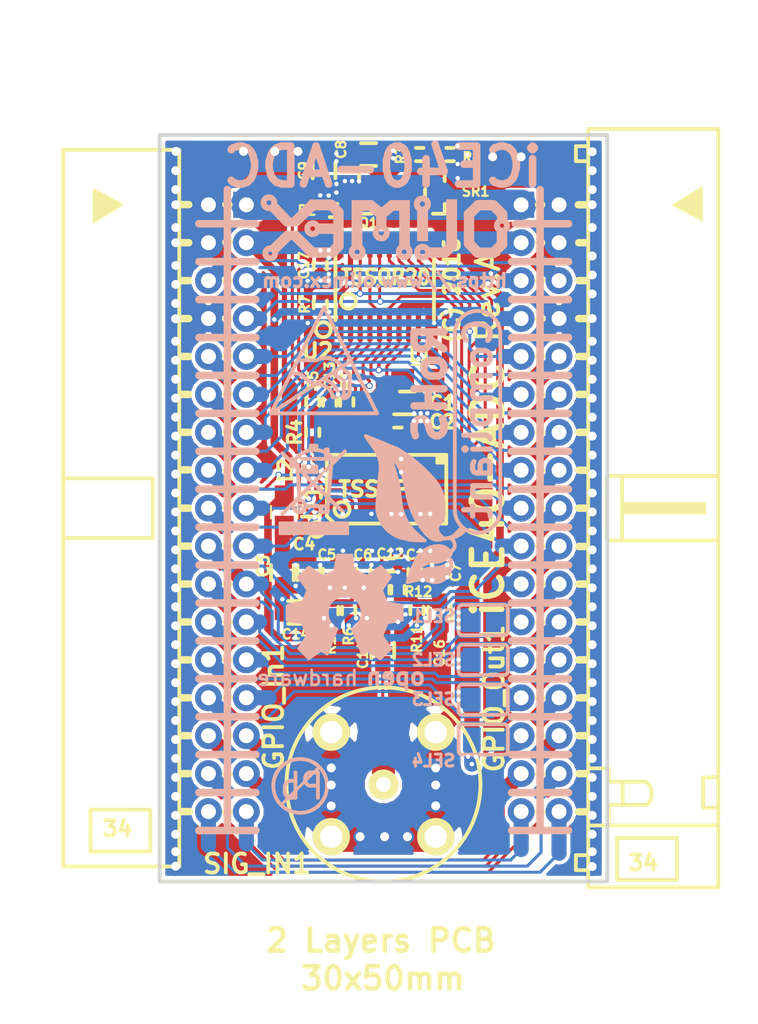
<source format=kicad_pcb>
(kicad_pcb (version 20170123) (host pcbnew no-vcs-found-36e5906~58~ubuntu16.04.1)
  (layers (0 F.Cu signal) (31 B.Cu signal) (34 B.Paste user hide) (35 F.Paste user hide) (36 B.SilkS user hide) (37 F.SilkS user hide) (38 B.Mask user hide) (39 F.Mask user hide) (44 Edge.Cuts user))
  (net 0 "")
  (net 1 GND)
  (net 2 +5V)
  (net 3 +3V3)
  (net 4 /EXTCLK)
  (net 5 "Net-(C1-Pad2)")
  (net 6 /VRT)
  (net 7 "Net-(C10-Pad2)")
  (net 8 "Net-(C11-Pad1)")
  (net 9 "Net-(C12-Pad2)")
  (net 10 "Net-(C13-Pad1)")
  (net 11 "Net-(C16-Pad2)")
  (net 12 "Net-(Q1-Pad1)")
  (net 13 "Net-(R3-Pad2)")
  (net 14 "Net-(R1-Pad2)")
  (net 15 "Net-(U1-Pad13)")
  (net 16 "Net-(U1-Pad14)")
  (net 17 "Net-(U1-Pad15)")
  (net 18 "Net-(U1-Pad16)")
  (net 19 "Net-(U1-Pad19)")
  (net 20 "Net-(U1-Pad20)")
  (net 21 "Net-(U1-Pad21)")
  (net 22 "Net-(U1-Pad22)")
  (net 23 "Net-(C3-Pad2)")
  (net 24 "Net-(C11-Pad2)")
  (net 25 "Net-(R7-Pad2)")
  (net 26 /ADC_D0)
  (net 27 /ADC_D1)
  (net 28 /ADC_D2)
  (net 29 /GPIO_Pin<10>)
  (net 30 /GPIO_Pin<12>)
  (net 31 /ADC_D3)
  (net 32 /GPIO_Pin<14>)
  (net 33 /ADC_D4)
  (net 34 /GPIO_Pin<16>)
  (net 35 /ADC_D5)
  (net 36 /GPIO_Pin<18>)
  (net 37 /ADC_D6)
  (net 38 /GPIO_Pin<20>)
  (net 39 /ADC_D7)
  (net 40 /GPIO_Pin<26>)
  (net 41 /GPIO_Pin<25>)
  (net 42 /GPIO_Pin<34>)
  (net 43 /GPIO_Pin<31>)
  (net 44 /GPIO_Pin<32>)
  (net 45 /GPIO_Pin<33>)
  (net 46 /GPIO_Pin<29>)
  (net 47 /GPIO_Pin<28>)
  (net 48 /GPIO_Pin<30>)
  (net 49 /GPIO_Pin<27>)
  (net 50 /GPIO_Pin<22>)
  (net 51 /GPIO_Pin<24>)
  (net 52 /GPIO_Pin<23>)
  (net 53 /ADC_CLK)
  (module OLIMEX_RLC-FP:C_0603_5MIL_DWS (layer F.Cu) (at 139.0015 71.3105 180)
    (fp_text reference C8 (at 1.8415 0.3429 270) (layer F.SilkS) (effects (font (size 0.635 0.635) (thickness 0.15875))))
    (fp_text value "NA(22uF/6.3V/0603)")
    (pad 1 smd rect (at -0.889 0 180) (size 1.016 1.016) (layers F.Cu F.Paste F.Mask) (net 1 GND) (clearance 0.0508))
    (pad 2 smd rect (at 0.889 0 180) (size 1.016 1.016) (layers F.Cu F.Paste F.Mask) (net 6 /VRT) (clearance 0.0508))
  )
  (module OLIMEX_RLC-FP:C_0603_5MIL_DWS (layer F.Cu) (at 139.954 104.521 270)
    (fp_text reference C11 (at 0.3175 1.3335 270) (layer F.SilkS) (effects (font (size 0.635 0.635) (thickness 0.15875))))
    (fp_text value 1uF/6.3V/0603)
    (pad 1 smd rect (at -0.889 0 270) (size 1.016 1.016) (layers F.Cu F.Paste F.Mask) (net 8 "Net-(C11-Pad1)") (clearance 0.0508))
    (pad 2 smd rect (at 0.889 0 270) (size 1.016 1.016) (layers F.Cu F.Paste F.Mask) (net 24 "Net-(C11-Pad2)") (clearance 0.0508))
  )
  (module OLIMEX_RLC-FP:C_0603_5MIL_DWS (layer F.Cu) (at 141.605 87.9475 180)
    (fp_text reference C1 (at -2.3495 0 180) (layer F.SilkS) (effects (font (size 0.889 0.889) (thickness 0.22225))))
    (fp_text value 22uF/6.3V/0603)
    (pad 1 smd rect (at -0.889 0 180) (size 1.016 1.016) (layers F.Cu F.Paste F.Mask) (net 1 GND) (clearance 0.0508))
    (pad 2 smd rect (at 0.889 0 180) (size 1.016 1.016) (layers F.Cu F.Paste F.Mask) (net 5 "Net-(C1-Pad2)") (clearance 0.0508))
  )
  (module OLIMEX_RLC-FP:C_0603_5MIL_DWS (layer F.Cu) (at 136.017 72.39 270)
    (fp_text reference C9 (at 0 1.3462 270) (layer F.SilkS) (effects (font (size 0.635 0.635) (thickness 0.15875))))
    (fp_text value "NA(22uF/6.3V/0603)")
    (pad 1 smd rect (at -0.889 0 270) (size 1.016 1.016) (layers F.Cu F.Paste F.Mask) (net 1 GND) (clearance 0.0508))
    (pad 2 smd rect (at 0.889 0 270) (size 1.016 1.016) (layers F.Cu F.Paste F.Mask) (net 2 +5V) (clearance 0.0508))
  )
  (module OLIMEX_RLC-FP:C_0402_5MIL_DWS (layer F.Cu) (at 140.462 98.806 180)
    (fp_text reference C12 (at 0 0.762 180) (layer F.SilkS) (effects (font (size 0.635 0.635) (thickness 0.15875))))
    (fp_text value "NA(10pF)")
    (pad 1 smd rect (at -0.508 0) (size 0.5 0.55) (layers F.Cu F.Paste F.Mask) (net 1 GND))
    (pad 2 smd rect (at 0.508 0 180) (size 0.5 0.55) (layers F.Cu F.Paste F.Mask) (net 9 "Net-(C12-Pad2)"))
  )
  (module OLIMEX_RLC-FP:C_0402_5MIL_DWS (layer F.Cu) (at 136.398 87.884 90)
    (fp_text reference C13 (at 1.778 0 90) (layer F.SilkS) (effects (font (size 0.635 0.635) (thickness 0.15875))))
    (fp_text value NA)
    (pad 1 smd rect (at -0.508 0 270) (size 0.5 0.55) (layers F.Cu F.Paste F.Mask) (net 10 "Net-(C13-Pad1)"))
    (pad 2 smd rect (at 0.508 0 90) (size 0.5 0.55) (layers F.Cu F.Paste F.Mask) (net 1 GND))
  )
  (module OLIMEX_RLC-FP:C_0402_5MIL_DWS (layer F.Cu) (at 137.414 99.314 90)
    (fp_text reference C15 (at -1.27 -0.254 180) (layer F.SilkS) (effects (font (size 0.635 0.635) (thickness 0.15875))))
    (fp_text value 100nF)
    (pad 1 smd rect (at -0.508 0 270) (size 0.5 0.55) (layers F.Cu F.Paste F.Mask) (net 1 GND))
    (pad 2 smd rect (at 0.508 0 90) (size 0.5 0.55) (layers F.Cu F.Paste F.Mask) (net 6 /VRT))
  )
  (module OLIMEX_RLC-FP:R_0402_5MIL_DWS (layer F.Cu) (at 137.541 87.884 270)
    (fp_text reference R1 (at -1.4732 0.0254 270) (layer F.SilkS) (effects (font (size 0.635 0.635) (thickness 0.15875))))
    (fp_text value 10k)
    (pad 1 smd rect (at -0.508 0 90) (size 0.5 0.55) (layers F.Cu F.Paste F.Mask) (net 1 GND))
    (pad 2 smd rect (at 0.508 0 270) (size 0.5 0.55) (layers F.Cu F.Paste F.Mask) (net 14 "Net-(R1-Pad2)"))
  )
  (module OLIMEX_RLC-FP:R_0402_5MIL_DWS (layer F.Cu) (at 136.652 75.057 180)
    (fp_text reference R2 (at 1.778 0 180) (layer F.SilkS) (effects (font (size 0.635 0.635) (thickness 0.15875))))
    (fp_text value NA)
    (pad 1 smd rect (at -0.508 0) (size 0.5 0.55) (layers F.Cu F.Paste F.Mask) (net 12 "Net-(Q1-Pad1)"))
    (pad 2 smd rect (at 0.508 0 180) (size 0.5 0.55) (layers F.Cu F.Paste F.Mask) (net 2 +5V))
  )
  (module OLIMEX_RLC-FP:R_0402_5MIL_DWS (layer F.Cu) (at 142.4305 71.3105)
    (fp_text reference R3 (at -1.2573 0.0127 90) (layer F.SilkS) (effects (font (size 0.635 0.635) (thickness 0.15875))))
    (fp_text value NA)
    (pad 1 smd rect (at -0.508 0 180) (size 0.5 0.55) (layers F.Cu F.Paste F.Mask) (net 6 /VRT))
    (pad 2 smd rect (at 0.508 0) (size 0.5 0.55) (layers F.Cu F.Paste F.Mask) (net 13 "Net-(R3-Pad2)"))
  )
  (module OLIMEX_RLC-FP:R_0402_5MIL_DWS (layer F.Cu) (at 135.255 89.916 90)
    (fp_text reference R4 (at 0 -1.2065 90) (layer F.SilkS) (effects (font (size 0.889 0.889) (thickness 0.22225))))
    (fp_text value 22R)
    (pad 1 smd rect (at -0.508 0 270) (size 0.5 0.55) (layers F.Cu F.Paste F.Mask) (net 53 /ADC_CLK))
    (pad 2 smd rect (at 0.508 0 90) (size 0.5 0.55) (layers F.Cu F.Paste F.Mask) (net 10 "Net-(C13-Pad1)"))
  )
  (module OLIMEX_RLC-FP:R_0402_5MIL_DWS (layer F.Cu) (at 135.255 87.884 270)
    (fp_text reference R5 (at -1.4732 -0.0254 270) (layer F.SilkS) (effects (font (size 0.635 0.635) (thickness 0.15875))))
    (fp_text value "NA(22R)")
    (pad 1 smd rect (at -0.508 0 90) (size 0.5 0.55) (layers F.Cu F.Paste F.Mask) (net 4 /EXTCLK))
    (pad 2 smd rect (at 0.508 0 270) (size 0.5 0.55) (layers F.Cu F.Paste F.Mask) (net 10 "Net-(C13-Pad1)"))
  )
  (module OLIMEX_RLC-FP:R_0402_5MIL_DWS (layer F.Cu) (at 137.668 101.854 90)
    (fp_text reference R6 (at -1.7145 0 90) (layer F.SilkS) (effects (font (size 0.635 0.635) (thickness 0.15875))))
    (fp_text value 110R/1%)
    (pad 1 smd rect (at -0.508 0 270) (size 0.5 0.55) (layers F.Cu F.Paste F.Mask) (net 3 +3V3))
    (pad 2 smd rect (at 0.508 0 90) (size 0.5 0.55) (layers F.Cu F.Paste F.Mask) (net 6 /VRT))
  )
  (module OLIMEX_RLC-FP:R_0402_5MIL_DWS (layer F.Cu) (at 135.763 81.3435 90)
    (fp_text reference R7 (at 0 -1.0414 90) (layer F.SilkS) (effects (font (size 0.635 0.635) (thickness 0.15875))))
    (fp_text value 10k)
    (pad 1 smd rect (at -0.508 0 270) (size 0.5 0.55) (layers F.Cu F.Paste F.Mask) (net 3 +3V3))
    (pad 2 smd rect (at 0.508 0 90) (size 0.5 0.55) (layers F.Cu F.Paste F.Mask) (net 25 "Net-(R7-Pad2)"))
  )
  (module OLIMEX_RLC-FP:R_0402_5MIL_DWS (layer F.Cu) (at 144.4625 71.3105)
    (fp_text reference R8 (at 1.4605 0.1905) (layer F.SilkS) (effects (font (size 0.635 0.635) (thickness 0.15875))))
    (fp_text value NA)
    (pad 1 smd rect (at -0.508 0 180) (size 0.5 0.55) (layers F.Cu F.Paste F.Mask) (net 13 "Net-(R3-Pad2)"))
    (pad 2 smd rect (at 0.508 0) (size 0.5 0.55) (layers F.Cu F.Paste F.Mask) (net 1 GND))
  )
  (module OLIMEX_RLC-FP:R_0402_5MIL_DWS (layer F.Cu) (at 139.954 100.457 270)
    (fp_text reference R9 (at 0.1905 1.0795) (layer F.SilkS) (effects (font (size 0.635 0.635) (thickness 0.15875))))
    (fp_text value 110R/1%)
    (pad 1 smd rect (at -0.508 0 90) (size 0.5 0.55) (layers F.Cu F.Paste F.Mask) (net 9 "Net-(C12-Pad2)"))
    (pad 2 smd rect (at 0.508 0 270) (size 0.5 0.55) (layers F.Cu F.Paste F.Mask) (net 8 "Net-(C11-Pad1)"))
  )
  (module OLIMEX_RLC-FP:R_0402_5MIL_DWS (layer F.Cu) (at 136.525 101.854 270)
    (fp_text reference R10 (at 2.032 0.0635 270) (layer F.SilkS) (effects (font (size 0.635 0.635) (thickness 0.15875))))
    (fp_text value 220R/1%)
    (pad 1 smd rect (at -0.508 0 90) (size 0.5 0.55) (layers F.Cu F.Paste F.Mask) (net 6 /VRT))
    (pad 2 smd rect (at 0.508 0 270) (size 0.5 0.55) (layers F.Cu F.Paste F.Mask) (net 1 GND))
  )
  (module OLIMEX_RLC-FP:R_0402_5MIL_DWS (layer F.Cu) (at 142.24 101.854 90)
    (fp_text reference R11 (at -1.905 0 90) (layer F.SilkS) (effects (font (size 0.635 0.635) (thickness 0.15875))))
    (fp_text value 110R/1%)
    (pad 1 smd rect (at -0.508 0 270) (size 0.5 0.55) (layers F.Cu F.Paste F.Mask) (net 3 +3V3))
    (pad 2 smd rect (at 0.508 0 90) (size 0.5 0.55) (layers F.Cu F.Paste F.Mask) (net 11 "Net-(C16-Pad2)"))
  )
  (module OLIMEX_RLC-FP:R_0402_5MIL_DWS (layer F.Cu) (at 140.97 100.457 90)
    (fp_text reference R12 (at -0.127 1.3716 180) (layer F.SilkS) (effects (font (size 0.635 0.635) (thickness 0.15875))))
    (fp_text value 220R/1%)
    (pad 1 smd rect (at -0.508 0 270) (size 0.5 0.55) (layers F.Cu F.Paste F.Mask) (net 11 "Net-(C16-Pad2)"))
    (pad 2 smd rect (at 0.508 0 90) (size 0.5 0.55) (layers F.Cu F.Paste F.Mask) (net 9 "Net-(C12-Pad2)"))
  )
  (module OLIMEX_RLC-FP:R_0402_5MIL_DWS (layer F.Cu) (at 140.462 102.108)
    (fp_text reference R13 (at -1.27 0 90) (layer F.SilkS) (effects (font (size 0.635 0.635) (thickness 0.15875))))
    (fp_text value 56R/1%)
    (pad 1 smd rect (at -0.508 0 180) (size 0.5 0.55) (layers F.Cu F.Paste F.Mask) (net 8 "Net-(C11-Pad1)"))
    (pad 2 smd rect (at 0.508 0) (size 0.5 0.55) (layers F.Cu F.Paste F.Mask) (net 1 GND))
  )
  (module OLIMEX_RLC-FP:C_0402_5MIL_DWS (layer F.Cu) (at 140.97 89.154 180)
    (fp_text reference C2 (at -2.9845 -0.0635 180) (layer F.SilkS) (effects (font (size 0.889 0.889) (thickness 0.22225))))
    (fp_text value 100nF)
    (pad 1 smd rect (at -0.508 0) (size 0.5 0.55) (layers F.Cu F.Paste F.Mask) (net 1 GND))
    (pad 2 smd rect (at 0.508 0 180) (size 0.5 0.55) (layers F.Cu F.Paste F.Mask) (net 5 "Net-(C1-Pad2)"))
  )
  (module OLIMEX_RLC-FP:C_0603_5MIL_DWS (layer F.Cu) (at 133.223 99.314 90)
    (fp_text reference C3 (at 0.4445 -1.27 90) (layer F.SilkS) (effects (font (size 0.762 0.762) (thickness 0.1905))))
    (fp_text value 22uF/6.3V/0603)
    (pad 1 smd rect (at -0.889 0 90) (size 1.016 1.016) (layers F.Cu F.Paste F.Mask) (net 1 GND) (clearance 0.0508))
    (pad 2 smd rect (at 0.889 0 90) (size 1.016 1.016) (layers F.Cu F.Paste F.Mask) (net 23 "Net-(C3-Pad2)") (clearance 0.0508))
  )
  (module OLIMEX_RLC-FP:C_0603_5MIL_DWS (layer F.Cu) (at 135.001 99.314 90)
    (fp_text reference C4 (at 1.905 -0.3175 180) (layer F.SilkS) (effects (font (size 0.762 0.762) (thickness 0.1905))))
    (fp_text value 22uF/6.3V/0603)
    (pad 1 smd rect (at -0.889 0 90) (size 1.016 1.016) (layers F.Cu F.Paste F.Mask) (net 1 GND) (clearance 0.0508))
    (pad 2 smd rect (at 0.889 0 90) (size 1.016 1.016) (layers F.Cu F.Paste F.Mask) (net 23 "Net-(C3-Pad2)") (clearance 0.0508))
  )
  (module OLIMEX_RLC-FP:C_0402_5MIL_DWS (layer F.Cu) (at 136.398 99.314 90)
    (fp_text reference C5 (at 1.2065 -0.1905 180) (layer F.SilkS) (effects (font (size 0.635 0.635) (thickness 0.15875))))
    (fp_text value 100nF)
    (pad 1 smd rect (at -0.508 0 270) (size 0.5 0.55) (layers F.Cu F.Paste F.Mask) (net 1 GND))
    (pad 2 smd rect (at 0.508 0 90) (size 0.5 0.55) (layers F.Cu F.Paste F.Mask) (net 23 "Net-(C3-Pad2)"))
  )
  (module OLIMEX_RLC-FP:C_0402_5MIL_DWS (layer F.Cu) (at 138.684 99.314 90)
    (fp_text reference C6 (at 1.2065 -0.0635 180) (layer F.SilkS) (effects (font (size 0.635 0.635) (thickness 0.15875))))
    (fp_text value 100nF)
    (pad 1 smd rect (at -0.508 0 270) (size 0.5 0.55) (layers F.Cu F.Paste F.Mask) (net 1 GND))
    (pad 2 smd rect (at 0.508 0 90) (size 0.5 0.55) (layers F.Cu F.Paste F.Mask) (net 23 "Net-(C3-Pad2)"))
  )
  (module OLIMEX_RLC-FP:C_0402_5MIL_DWS (layer F.Cu) (at 143.764 99.314 90)
    (fp_text reference C7 (at 0 1.0795 90) (layer F.SilkS) (effects (font (size 0.635 0.635) (thickness 0.15875))))
    (fp_text value 100nF)
    (pad 1 smd rect (at -0.508 0 270) (size 0.5 0.55) (layers F.Cu F.Paste F.Mask) (net 1 GND))
    (pad 2 smd rect (at 0.508 0 90) (size 0.5 0.55) (layers F.Cu F.Paste F.Mask) (net 23 "Net-(C3-Pad2)"))
  )
  (module OLIMEX_RLC-FP:C_0402_5MIL_DWS (layer F.Cu) (at 142.113 99.314 90)
    (fp_text reference C10 (at 1.2065 0.3175 180) (layer F.SilkS) (effects (font (size 0.635 0.635) (thickness 0.15875))))
    (fp_text value 100nF)
    (pad 1 smd rect (at -0.508 0 270) (size 0.5 0.55) (layers F.Cu F.Paste F.Mask) (net 1 GND))
    (pad 2 smd rect (at 0.508 0 90) (size 0.5 0.55) (layers F.Cu F.Paste F.Mask) (net 7 "Net-(C10-Pad2)"))
  )
  (module OLIMEX_RLC-FP:C_0603_5MIL_DWS (layer F.Cu) (at 134.112 101.981)
    (fp_text reference C14 (at 0 1.4605) (layer F.SilkS) (effects (font (size 0.635 0.635) (thickness 0.15875))))
    (fp_text value 22uF/6.3V/0603)
    (pad 1 smd rect (at -0.889 0) (size 1.016 1.016) (layers F.Cu F.Paste F.Mask) (net 1 GND) (clearance 0.0508))
    (pad 2 smd rect (at 0.889 0) (size 1.016 1.016) (layers F.Cu F.Paste F.Mask) (net 6 /VRT) (clearance 0.0508))
  )
  (module OLIMEX_RLC-FP:C_0603_5MIL_DWS (layer F.Cu) (at 143.764 102.108 90)
    (fp_text reference C16 (at -2.6035 0 90) (layer F.SilkS) (effects (font (size 0.635 0.635) (thickness 0.15875))))
    (fp_text value 1uF/6.3V/0603)
    (pad 1 smd rect (at -0.889 0 90) (size 1.016 1.016) (layers F.Cu F.Paste F.Mask) (net 1 GND) (clearance 0.0508))
    (pad 2 smd rect (at 0.889 0 90) (size 1.016 1.016) (layers F.Cu F.Paste F.Mask) (net 11 "Net-(C16-Pad2)") (clearance 0.0508))
  )
  (module OLIMEX_RLC-FP:L_0805_5MIL_DWS (layer F.Cu) (at 142.3035 86.2965)
    (fp_text reference L1 (at 0.1905 -1.5875) (layer F.SilkS) (effects (font (size 0.889 0.889) (thickness 0.22225))))
    (fp_text value FB0805/600R/2A)
    (pad 2 smd rect (at 1.016 0) (size 1.524 1.27) (layers F.Cu F.Paste F.Mask) (net 3 +3V3) (clearance 0.0508))
    (pad 1 smd rect (at -1.016 0) (size 1.524 1.27) (layers F.Cu F.Paste F.Mask) (net 5 "Net-(C1-Pad2)") (clearance 0.0508))
  )
  (module OLIMEX_IC-FP:SOT-23 (layer F.Cu) (at 143.4465 73.8505 180)
    (fp_text reference SR1 (at -2.7305 0.0635 180) (layer F.SilkS) (effects (font (size 0.635 0.635) (thickness 0.15875))))
    (fp_text value "NA(TLV431BSN1T1G(SOT23-3))")
    (pad 1 smd rect (at 1.1 0.95 270) (size 1 1.4) (layers F.Cu F.Paste F.Mask) (net 13 "Net-(R3-Pad2)"))
    (pad 2 smd rect (at 1.1 -0.95 270) (size 1 1.4) (layers F.Cu F.Paste F.Mask) (net 12 "Net-(Q1-Pad1)"))
    (pad 3 smd rect (at -1.1 0 270) (size 1 1.4) (layers F.Cu F.Paste F.Mask) (net 1 GND))
  )
  (module OLIMEX_RLC-FP:C_0402_5MIL_DWS (layer F.Cu) (at 135.763 78.74 90)
    (fp_text reference C17 (at 0 -1.0922 90) (layer F.SilkS) (effects (font (size 0.635 0.635) (thickness 0.15875))))
    (fp_text value 100nF)
    (pad 1 smd rect (at -0.508 0 270) (size 0.5 0.55) (layers F.Cu F.Paste F.Mask) (net 1 GND))
    (pad 2 smd rect (at 0.508 0 90) (size 0.5 0.55) (layers F.Cu F.Paste F.Mask) (net 3 +3V3))
  )
  (module OLIMEX_Jumpers-FP:SJ (layer B.Cu) (at 146.685 102.489)
    (fp_text reference SEL1 (at -3.3274 -0.254) (layer B.SilkS) (effects (font (size 0.8 0.8) (thickness 0.2)) (justify mirror)))
    (fp_text value Soldered)
    (pad 1 smd rect (at -0.762 0) (size 1.1684 1.6002) (layers B.Cu B.Mask) (net 25 "Net-(R7-Pad2)") (clearance 0.0508))
    (pad 1 smd rect (at -0.762 0) (size 1.1684 1.6002) (layers B.Cu B.Mask) (net 25 "Net-(R7-Pad2)"))
    (pad 2 smd rect (at 0.762 0) (size 1.1684 1.6002) (layers B.Cu B.Mask) (net 52 /GPIO_Pin<23>) (clearance 0.0508))
  )
  (module OLIMEX_Jumpers-FP:SJ (layer B.Cu) (at 146.685 105.156)
    (fp_text reference SEL2 (at -3.3274 0) (layer B.SilkS) (effects (font (size 0.8 0.8) (thickness 0.2)) (justify mirror)))
    (fp_text value Opened)
    (pad 1 smd rect (at -0.762 0) (size 1.1684 1.6002) (layers B.Cu B.Mask) (net 25 "Net-(R7-Pad2)") (clearance 0.0508))
    (pad 1 smd rect (at -0.762 0) (size 1.1684 1.6002) (layers B.Cu B.Mask) (net 25 "Net-(R7-Pad2)"))
    (pad 2 smd rect (at 0.762 0) (size 1.1684 1.6002) (layers B.Cu B.Mask) (net 41 /GPIO_Pin<25>) (clearance 0.0508))
  )
  (module OLIMEX_Jumpers-FP:SJ (layer B.Cu) (at 146.685 107.823)
    (fp_text reference SEL3 (at -3.3274 -0.0254) (layer B.SilkS) (effects (font (size 0.8 0.8) (thickness 0.2)) (justify mirror)))
    (fp_text value Opened)
    (pad 1 smd rect (at -0.762 0) (size 1.1684 1.6002) (layers B.Cu B.Mask) (net 25 "Net-(R7-Pad2)") (clearance 0.0508))
    (pad 1 smd rect (at -0.762 0) (size 1.1684 1.6002) (layers B.Cu B.Mask) (net 25 "Net-(R7-Pad2)"))
    (pad 2 smd rect (at 0.762 0) (size 1.1684 1.6002) (layers B.Cu B.Mask) (net 49 /GPIO_Pin<27>) (clearance 0.0508))
  )
  (module OLIMEX_Jumpers-FP:SJ (layer B.Cu) (at 146.685 110.49)
    (fp_text reference SEL4 (at -3.3274 1.4224) (layer B.SilkS) (effects (font (size 0.8 0.8) (thickness 0.2)) (justify mirror)))
    (fp_text value Opened)
    (pad 1 smd rect (at -0.762 0) (size 1.1684 1.6002) (layers B.Cu B.Mask) (net 25 "Net-(R7-Pad2)") (clearance 0.0508))
    (pad 1 smd rect (at -0.762 0) (size 1.1684 1.6002) (layers B.Cu B.Mask) (net 25 "Net-(R7-Pad2)"))
    (pad 2 smd rect (at 0.762 0) (size 1.1684 1.6002) (layers B.Cu B.Mask) (net 46 /GPIO_Pin<29>) (clearance 0.0508))
  )
  (module OLIMEX_Other-FP:Fiducial1x3 (layer F.Cu) (at 128.27 71.755)
    (fp_text reference "" (at 0 3) (layer F.SilkS))
    (fp_text value "")
    (pad Fid1 connect circle (at 0 0) (size 1 1) (layers F.Cu F.Mask) (clearance 1.016))
  )
  (module OLIMEX_Other-FP:Fiducial1x3 (layer F.Cu) (at 151.765 118.11)
    (fp_text reference "" (at 0 3) (layer F.SilkS))
    (fp_text value "")
    (pad Fid1 connect circle (at 0 0) (size 1 1) (layers F.Cu F.Mask) (clearance 1.016))
  )
  (module OLIMEX_Other-FP:Fiducial1x3 (layer F.Cu) (at 151.765 71.755)
    (fp_text reference "" (at 0 3) (layer F.SilkS))
    (fp_text value "")
    (pad Fid1 connect circle (at 0 0) (size 1 1) (layers F.Cu F.Mask) (clearance 1.016))
  )
  (module OLIMEX_RLC-FP:L_0805_5MIL_DWS (layer F.Cu) (at 133.35 95.25 90)
    (fp_text reference L2 (at 2.794 0.0635 90) (layer F.SilkS) (effects (font (size 0.889 0.889) (thickness 0.22225))))
    (fp_text value FB0805/600R/2A)
    (pad 2 smd rect (at 1.016 0 90) (size 1.524 1.27) (layers F.Cu F.Paste F.Mask) (net 3 +3V3) (clearance 0.0508))
    (pad 1 smd rect (at -1.016 0 90) (size 1.524 1.27) (layers F.Cu F.Paste F.Mask) (net 23 "Net-(C3-Pad2)") (clearance 0.0508))
  )
  (module OLIMEX_LOGOs-FP:LOGO_OPENHARDWARE_8x8 (layer B.Cu) (at 137.414 102.108 180)
    (fp_text reference "" hide)
    (fp_text value "" hide)
    (fp_text user hardware (at 2.51206 -4.2672 180) (layer B.SilkS) (effects (font (thickness 0.18)) (justify mirror)))
    (fp_text user open (at -3.40106 -4.17576 180) (layer B.SilkS) (effects (font (size 1.1 1.1) (thickness 0.254)) (justify mirror)))
  )
  (module OLIMEX_LOGOs-FP:LOGO_PBFREE (layer B.Cu) (at 134.62 113.284)
    (fp_text reference "" (at -0.2794 3.52552) (layer B.SilkS) (effects (justify mirror)))
    (fp_text value "")
    (fp_text user Pb (at -0.08636 0.33528) (layer B.SilkS) (effects (font (size 1.7 1.5) (thickness 0.254)) (justify mirror)))
  )
  (module OLIMEX_LOGOs-FP:LOGO_RECYCLEBIN_1 (layer B.Cu) (at 137.668 96.774 180)
    (fp_text reference "" hide)
    (fp_text value "" hide)
  )
  (module OLIMEX_LOGOs-FP:OLIMEX_LOGO_TB (layer B.Cu) (at 139.954 76.2 180)
    (fp_text reference "" hide)
    (fp_text value "" hide)
  )
  (module OLIMEX_IC-FP:TSSOP20_Pitch-0.65mm_6.6x4.5x1.2mm (layer F.Cu) (at 140.081 80.137)
    (fp_text reference U2 (at -4.4958 4.3434) (layer F.SilkS) (effects (font (size 1.016 1.016) (thickness 0.254))))
    (fp_text value "SN74ALVC244PWR(TSSOP-20)")
    (fp_text user TSSOP20 (at 0.0762 -0.6096) (layer F.SilkS) (effects (font (size 1 0.9) (thickness 0.225))))
    (pad 11 smd rect (at 2.91 -2.8) (size 0.35 1.75) (layers F.Cu F.Paste F.Mask) (net 18 "Net-(U1-Pad16)"))
    (pad 12 smd rect (at 2.26 -2.8) (size 0.35 1.75) (layers F.Cu F.Paste F.Mask) (net 31 /ADC_D3))
    (pad 13 smd rect (at 1.61 -2.8) (size 0.35 1.75) (layers F.Cu F.Paste F.Mask) (net 17 "Net-(U1-Pad15)"))
    (pad 14 smd rect (at 0.96 -2.8) (size 0.35 1.75) (layers F.Cu F.Paste F.Mask) (net 28 /ADC_D2))
    (pad 15 smd rect (at 0.31 -2.8) (size 0.35 1.75) (layers F.Cu F.Paste F.Mask) (net 16 "Net-(U1-Pad14)"))
    (pad 16 smd rect (at -0.34 -2.8) (size 0.35 1.75) (layers F.Cu F.Paste F.Mask) (net 27 /ADC_D1))
    (pad 17 smd rect (at -0.99 -2.8) (size 0.35 1.75) (layers F.Cu F.Paste F.Mask) (net 15 "Net-(U1-Pad13)"))
    (pad 18 smd rect (at -1.64 -2.8) (size 0.35 1.75) (layers F.Cu F.Paste F.Mask) (net 26 /ADC_D0))
    (pad 19 smd rect (at -2.29 -2.8) (size 0.35 1.75) (layers F.Cu F.Paste F.Mask) (net 25 "Net-(R7-Pad2)"))
    (pad 20 smd rect (at -2.94 -2.8) (size 0.35 1.75) (layers F.Cu F.Paste F.Mask) (net 3 +3V3))
    (pad 1 smd rect (at -2.94 2.8) (size 0.35 1.75) (layers F.Cu F.Paste F.Mask) (net 25 "Net-(R7-Pad2)"))
    (pad 2 smd rect (at -2.29 2.8) (size 0.35 1.75) (layers F.Cu F.Paste F.Mask) (net 22 "Net-(U1-Pad22)"))
    (pad 3 smd rect (at -1.64 2.8) (size 0.35 1.75) (layers F.Cu F.Paste F.Mask) (net 39 /ADC_D7))
    (pad 4 smd rect (at -0.99 2.8) (size 0.35 1.75) (layers F.Cu F.Paste F.Mask) (net 21 "Net-(U1-Pad21)"))
    (pad 5 smd rect (at -0.34 2.8) (size 0.35 1.75) (layers F.Cu F.Paste F.Mask) (net 37 /ADC_D6))
    (pad 6 smd rect (at 0.31 2.8) (size 0.35 1.75) (layers F.Cu F.Paste F.Mask) (net 20 "Net-(U1-Pad20)"))
    (pad 7 smd rect (at 0.96 2.8) (size 0.35 1.75) (layers F.Cu F.Paste F.Mask) (net 35 /ADC_D5))
    (pad 8 smd rect (at 1.61 2.8) (size 0.35 1.75) (layers F.Cu F.Paste F.Mask) (net 19 "Net-(U1-Pad19)"))
    (pad 9 smd rect (at 2.26 2.8) (size 0.35 1.75) (layers F.Cu F.Paste F.Mask) (net 33 /ADC_D4))
    (pad 10 smd rect (at 2.91 2.8) (size 0.35 1.75) (layers F.Cu F.Paste F.Mask) (net 1 GND))
  )
  (module OLIMEX_IC-FP:TSSOP-24_Pitch-0.65mm_7.80x6.40x1.20mm (layer F.Cu) (at 140.208 93.726)
    (fp_text reference U1 (at -4.9784 0.8636 90) (layer F.SilkS) (effects (font (size 1.27 1.27) (thickness 0.254))))
    (fp_text value "ADC08100CIMTCX/NOPB(TSSOP-24)")
    (fp_text user TSSOP24 (at 0.115 0) (layer F.SilkS) (effects (font (thickness 0.25))))
    (pad 13 smd rect (at 3.575 -3.2) (size 0.35 1.25) (layers F.Cu F.Paste F.Mask) (net 15 "Net-(U1-Pad13)"))
    (pad 14 smd rect (at 2.925 -3.2) (size 0.35 1.25) (layers F.Cu F.Paste F.Mask) (net 16 "Net-(U1-Pad14)"))
    (pad 15 smd rect (at 2.275 -3.2) (size 0.35 1.25) (layers F.Cu F.Paste F.Mask) (net 17 "Net-(U1-Pad15)"))
    (pad 16 smd rect (at 1.625 -3.2) (size 0.35 1.25) (layers F.Cu F.Paste F.Mask) (net 18 "Net-(U1-Pad16)"))
    (pad 17 smd rect (at 0.975 -3.2) (size 0.35 1.25) (layers F.Cu F.Paste F.Mask) (net 1 GND))
    (pad 18 smd rect (at 0.325 -3.2) (size 0.35 1.25) (layers F.Cu F.Paste F.Mask) (net 5 "Net-(C1-Pad2)"))
    (pad 19 smd rect (at -0.325 -3.2) (size 0.35 1.25) (layers F.Cu F.Paste F.Mask) (net 19 "Net-(U1-Pad19)"))
    (pad 20 smd rect (at -0.975 -3.2) (size 0.35 1.25) (layers F.Cu F.Paste F.Mask) (net 20 "Net-(U1-Pad20)"))
    (pad 21 smd rect (at -1.625 -3.2) (size 0.35 1.25) (layers F.Cu F.Paste F.Mask) (net 21 "Net-(U1-Pad21)"))
    (pad 22 smd rect (at -2.275 -3.2) (size 0.35 1.25) (layers F.Cu F.Paste F.Mask) (net 22 "Net-(U1-Pad22)"))
    (pad 23 smd rect (at -2.925 -3.2) (size 0.35 1.25) (layers F.Cu F.Paste F.Mask) (net 14 "Net-(R1-Pad2)"))
    (pad 24 smd rect (at -3.575 -3.2) (size 0.35 1.25) (layers F.Cu F.Paste F.Mask) (net 10 "Net-(C13-Pad1)"))
    (pad 1 smd rect (at -3.575 3.2) (size 0.35 1.2) (layers F.Cu F.Paste F.Mask) (net 23 "Net-(C3-Pad2)"))
    (pad 2 smd rect (at -2.925 3.2) (size 0.35 1.25) (layers F.Cu F.Paste F.Mask) (net 1 GND))
    (pad 3 smd rect (at -2.275 3.2) (size 0.35 1.25) (layers F.Cu F.Paste F.Mask) (net 6 /VRT))
    (pad 4 smd rect (at -1.625 3.2) (size 0.35 1.25) (layers F.Cu F.Paste F.Mask) (net 23 "Net-(C3-Pad2)"))
    (pad 5 smd rect (at -0.975 3.2) (size 0.35 1.25) (layers F.Cu F.Paste F.Mask) (net 1 GND))
    (pad 6 smd rect (at -0.325 3.2) (size 0.35 1.25) (layers F.Cu F.Paste F.Mask) (net 9 "Net-(C12-Pad2)"))
    (pad 7 smd rect (at 0.325 3.2) (size 0.35 1.25) (layers F.Cu F.Paste F.Mask) (net 1 GND))
    (pad 8 smd rect (at 0.975 3.2) (size 0.35 1.25) (layers F.Cu F.Paste F.Mask) (net 1 GND))
    (pad 9 smd rect (at 1.625 3.2) (size 0.35 1.25) (layers F.Cu F.Paste F.Mask) (net 7 "Net-(C10-Pad2)"))
    (pad 10 smd rect (at 2.275 3.2) (size 0.35 1.25) (layers F.Cu F.Paste F.Mask) (net 1 GND))
    (pad 11 smd rect (at 2.925 3.2) (size 0.35 1.25) (layers F.Cu F.Paste F.Mask) (net 1 GND))
    (pad 12 smd rect (at 3.575 3.2) (size 0.35 1.25) (layers F.Cu F.Paste F.Mask) (net 23 "Net-(C3-Pad2)"))
  )
  (module OLIMEX_Connectors-FP:IDC34R_PCB (layer F.Cu) (at 129.54 94.996 90)
    (fp_text reference GPIO_In1 (at -13.3096 3.0988 90) (layer F.SilkS) (effects (font (size 1.27 1.27) (thickness 0.254))))
    (fp_text value IDC34R)
    (fp_text user 34 (at -21.463 -7.366 180) (layer F.SilkS) (effects (font (size 1.016 1.016) (thickness 0.254))))
    (pad 1 thru_hole rect (at 20.32 1.27 270) (size 1.75 1.75) (drill 1) (layers *.Cu *.Mask) (net 2 +5V))
    (pad 2 thru_hole circle (at 20.32 -1.27 270) (size 1.8 1.8) (drill 1) (layers *.Cu *.Mask) (net 1 GND))
    (pad 3 thru_hole circle (at 17.78 1.27 270) (size 1.8 1.8) (drill 1) (layers *.Cu *.Mask) (net 3 +3V3))
    (pad 4 thru_hole circle (at 17.78 -1.27 270) (size 1.8 1.8) (drill 1) (layers *.Cu *.Mask) (net 1 GND))
    (pad 5 thru_hole circle (at 15.24 1.27 270) (size 1.8 1.8) (drill 1) (layers *.Cu *.Mask) (net 26 /ADC_D0))
    (pad 6 thru_hole circle (at 15.24 -1.27 270) (size 1.8 1.8) (drill 1) (layers *.Cu *.Mask) (net 4 /EXTCLK))
    (pad 7 thru_hole circle (at 12.7 1.27 270) (size 1.8 1.8) (drill 1) (layers *.Cu *.Mask) (net 27 /ADC_D1))
    (pad 8 thru_hole circle (at 12.7 -1.27 270) (size 1.8 1.8) (drill 1) (layers *.Cu *.Mask) (net 1 GND))
    (pad 9 thru_hole circle (at 10.16 1.27 270) (size 1.8 1.8) (drill 1) (layers *.Cu *.Mask) (net 28 /ADC_D2))
    (pad 10 thru_hole circle (at 10.16 -1.27 270) (size 1.8 1.8) (drill 1) (layers *.Cu *.Mask) (net 29 /GPIO_Pin<10>))
    (pad 12 thru_hole circle (at 7.62 -1.27 270) (size 1.8 1.8) (drill 1) (layers *.Cu *.Mask) (net 30 /GPIO_Pin<12>))
    (pad 11 thru_hole circle (at 7.62 1.27 270) (size 1.8 1.8) (drill 1) (layers *.Cu *.Mask) (net 31 /ADC_D3))
    (pad 14 thru_hole circle (at 5.08 -1.27 270) (size 1.8 1.8) (drill 1) (layers *.Cu *.Mask) (net 32 /GPIO_Pin<14>))
    (pad 13 thru_hole circle (at 5.08 1.27 270) (size 1.8 1.8) (drill 1) (layers *.Cu *.Mask) (net 33 /ADC_D4))
    (pad 16 thru_hole circle (at 2.54 -1.27 270) (size 1.8 1.8) (drill 1) (layers *.Cu *.Mask) (net 34 /GPIO_Pin<16>))
    (pad 15 thru_hole circle (at 2.54 1.27 270) (size 1.8 1.8) (drill 1) (layers *.Cu *.Mask) (net 35 /ADC_D5))
    (pad 18 thru_hole circle (at 0 -1.27 270) (size 1.8 1.8) (drill 1) (layers *.Cu *.Mask) (net 36 /GPIO_Pin<18>))
    (pad 17 thru_hole circle (at 0 1.27 270) (size 1.8 1.8) (drill 1) (layers *.Cu *.Mask) (net 37 /ADC_D6))
    (pad 20 thru_hole circle (at -2.54 -1.27 270) (size 1.8 1.8) (drill 1) (layers *.Cu *.Mask) (net 38 /GPIO_Pin<20>))
    (pad 19 thru_hole circle (at -2.54 1.27 270) (size 1.8 1.8) (drill 1) (layers *.Cu *.Mask) (net 39 /ADC_D7))
    (pad 26 thru_hole circle (at -10.16 -1.27 270) (size 1.8 1.8) (drill 1) (layers *.Cu *.Mask) (net 40 /GPIO_Pin<26>))
    (pad 25 thru_hole circle (at -10.16 1.27 270) (size 1.8 1.8) (drill 1) (layers *.Cu *.Mask) (net 41 /GPIO_Pin<25>))
    (pad 34 thru_hole circle (at -20.32 -1.27 270) (size 1.8 1.8) (drill 1) (layers *.Cu *.Mask) (net 42 /GPIO_Pin<34>))
    (pad 31 thru_hole circle (at -17.78 1.27 270) (size 1.8 1.8) (drill 1) (layers *.Cu *.Mask) (net 43 /GPIO_Pin<31>))
    (pad 32 thru_hole circle (at -17.78 -1.27 270) (size 1.8 1.8) (drill 1) (layers *.Cu *.Mask) (net 44 /GPIO_Pin<32>))
    (pad 33 thru_hole circle (at -20.32 1.27 270) (size 1.8 1.8) (drill 1) (layers *.Cu *.Mask) (net 45 /GPIO_Pin<33>))
    (pad 29 thru_hole circle (at -15.24 1.27 270) (size 1.8 1.8) (drill 1) (layers *.Cu *.Mask) (net 46 /GPIO_Pin<29>))
    (pad 28 thru_hole circle (at -12.7 -1.27 270) (size 1.8 1.8) (drill 1) (layers *.Cu *.Mask) (net 47 /GPIO_Pin<28>))
    (pad 30 thru_hole circle (at -15.24 -1.27 270) (size 1.8 1.8) (drill 1) (layers *.Cu *.Mask) (net 48 /GPIO_Pin<30>))
    (pad 27 thru_hole circle (at -12.7 1.27 270) (size 1.8 1.8) (drill 1) (layers *.Cu *.Mask) (net 49 /GPIO_Pin<27>))
    (pad 22 thru_hole circle (at -5.08 -1.27 270) (size 1.8 1.8) (drill 1) (layers *.Cu *.Mask) (net 50 /GPIO_Pin<22>))
    (pad 24 thru_hole circle (at -7.62 -1.27 270) (size 1.8 1.8) (drill 1) (layers *.Cu *.Mask) (net 51 /GPIO_Pin<24>))
    (pad 23 thru_hole circle (at -7.62 1.27 270) (size 1.8 1.8) (drill 1) (layers *.Cu *.Mask) (net 52 /GPIO_Pin<23>))
    (pad 21 thru_hole circle (at -5.08 1.27 270) (size 1.8 1.8) (drill 1) (layers *.Cu *.Mask) (net 53 /ADC_CLK))
  )
  (module OLIMEX_Connectors-FP:BH34R (layer F.Cu) (at 150.495 94.996 270)
    (fp_text reference GPIO_Out1 (at 12.7508 3.0734 270) (layer F.SilkS) (effects (font (size 1.27 1.27) (thickness 0.254))))
    (fp_text value BH34R)
    (fp_text user 34 (at 23.749 -6.9088) (layer F.SilkS) (effects (font (size 1.016 1.016) (thickness 0.254))))
    (pad 1 thru_hole rect (at -20.32 1.27 270) (size 1.75 1.75) (drill 1) (layers *.Cu *.Mask) (net 2 +5V))
    (pad 2 thru_hole circle (at -20.32 -1.27 270) (size 1.8 1.8) (drill 1) (layers *.Cu *.Mask) (net 1 GND))
    (pad 3 thru_hole circle (at -17.78 1.27 270) (size 1.8 1.8) (drill 1) (layers *.Cu *.Mask) (net 3 +3V3))
    (pad 4 thru_hole circle (at -17.78 -1.27 270) (size 1.8 1.8) (drill 1) (layers *.Cu *.Mask) (net 1 GND))
    (pad 5 thru_hole circle (at -15.24 1.27 270) (size 1.8 1.8) (drill 1) (layers *.Cu *.Mask) (net 26 /ADC_D0))
    (pad 6 thru_hole circle (at -15.24 -1.27 270) (size 1.8 1.8) (drill 1) (layers *.Cu *.Mask) (net 4 /EXTCLK))
    (pad 7 thru_hole circle (at -12.7 1.27 270) (size 1.8 1.8) (drill 1) (layers *.Cu *.Mask) (net 27 /ADC_D1))
    (pad 8 thru_hole circle (at -12.7 -1.27 270) (size 1.8 1.8) (drill 1) (layers *.Cu *.Mask) (net 1 GND))
    (pad 9 thru_hole circle (at -10.16 1.27 270) (size 1.8 1.8) (drill 1) (layers *.Cu *.Mask) (net 28 /ADC_D2))
    (pad 10 thru_hole circle (at -10.16 -1.27 270) (size 1.8 1.8) (drill 1) (layers *.Cu *.Mask) (net 29 /GPIO_Pin<10>))
    (pad 12 thru_hole circle (at -7.62 -1.27 270) (size 1.8 1.8) (drill 1) (layers *.Cu *.Mask) (net 30 /GPIO_Pin<12>))
    (pad 11 thru_hole circle (at -7.62 1.27 270) (size 1.8 1.8) (drill 1) (layers *.Cu *.Mask) (net 31 /ADC_D3))
    (pad 14 thru_hole circle (at -5.08 -1.27 270) (size 1.8 1.8) (drill 1) (layers *.Cu *.Mask) (net 32 /GPIO_Pin<14>))
    (pad 13 thru_hole circle (at -5.08 1.27 270) (size 1.8 1.8) (drill 1) (layers *.Cu *.Mask) (net 33 /ADC_D4))
    (pad 16 thru_hole circle (at -2.54 -1.27 270) (size 1.8 1.8) (drill 1) (layers *.Cu *.Mask) (net 34 /GPIO_Pin<16>))
    (pad 15 thru_hole circle (at -2.54 1.27 270) (size 1.8 1.8) (drill 1) (layers *.Cu *.Mask) (net 35 /ADC_D5))
    (pad 18 thru_hole circle (at 0 -1.27 270) (size 1.8 1.8) (drill 1) (layers *.Cu *.Mask) (net 36 /GPIO_Pin<18>))
    (pad 17 thru_hole circle (at 0 1.27 270) (size 1.8 1.8) (drill 1) (layers *.Cu *.Mask) (net 37 /ADC_D6))
    (pad 20 thru_hole circle (at 2.54 -1.27 270) (size 1.8 1.8) (drill 1) (layers *.Cu *.Mask) (net 38 /GPIO_Pin<20>))
    (pad 19 thru_hole circle (at 2.54 1.27 270) (size 1.8 1.8) (drill 1) (layers *.Cu *.Mask) (net 39 /ADC_D7))
    (pad 26 thru_hole circle (at 10.16 -1.27 270) (size 1.8 1.8) (drill 1) (layers *.Cu *.Mask) (net 40 /GPIO_Pin<26>))
    (pad 25 thru_hole circle (at 10.16 1.27 270) (size 1.8 1.8) (drill 1) (layers *.Cu *.Mask) (net 41 /GPIO_Pin<25>))
    (pad 34 thru_hole circle (at 20.32 -1.27 270) (size 1.8 1.8) (drill 1) (layers *.Cu *.Mask) (net 42 /GPIO_Pin<34>))
    (pad 31 thru_hole circle (at 17.78 1.27 270) (size 1.8 1.8) (drill 1) (layers *.Cu *.Mask) (net 43 /GPIO_Pin<31>))
    (pad 32 thru_hole circle (at 17.78 -1.27 270) (size 1.8 1.8) (drill 1) (layers *.Cu *.Mask) (net 44 /GPIO_Pin<32>))
    (pad 33 thru_hole circle (at 20.32 1.27 270) (size 1.8 1.8) (drill 1) (layers *.Cu *.Mask) (net 45 /GPIO_Pin<33>))
    (pad 29 thru_hole circle (at 15.24 1.27 270) (size 1.8 1.8) (drill 1) (layers *.Cu *.Mask) (net 46 /GPIO_Pin<29>))
    (pad 28 thru_hole circle (at 12.7 -1.27 270) (size 1.8 1.8) (drill 1) (layers *.Cu *.Mask) (net 47 /GPIO_Pin<28>))
    (pad 30 thru_hole circle (at 15.24 -1.27 270) (size 1.8 1.8) (drill 1) (layers *.Cu *.Mask) (net 48 /GPIO_Pin<30>))
    (pad 27 thru_hole circle (at 12.7 1.27 270) (size 1.8 1.8) (drill 1) (layers *.Cu *.Mask) (net 49 /GPIO_Pin<27>))
    (pad 22 thru_hole circle (at 5.08 -1.27 270) (size 1.8 1.8) (drill 1) (layers *.Cu *.Mask) (net 50 /GPIO_Pin<22>))
    (pad 24 thru_hole circle (at 7.62 -1.27 270) (size 1.8 1.8) (drill 1) (layers *.Cu *.Mask) (net 51 /GPIO_Pin<24>))
    (pad 23 thru_hole circle (at 7.62 1.27 270) (size 1.8 1.8) (drill 1) (layers *.Cu *.Mask) (net 52 /GPIO_Pin<23>))
    (pad 21 thru_hole circle (at 5.08 1.27 270) (size 1.8 1.8) (drill 1) (layers *.Cu *.Mask) (net 53 /ADC_CLK))
  )
  (module OLIMEX_Transistors-FP:SOT23 (layer F.Cu) (at 139.0015 73.8505)
    (fp_text reference Q1 (at -0.0127 2.0447) (layer F.SilkS) (effects (font (size 0.635 0.635) (thickness 0.15875))))
    (fp_text value "NA(BC817-40(SOT-23))")
    (pad 3 smd rect (at -1.10236 0.00254) (size 1.4 1) (layers F.Cu F.Paste F.Mask) (net 2 +5V) (clearance 0.0508))
    (pad 2 smd rect (at 1.10744 -0.9525) (size 1.4 1) (layers F.Cu F.Paste F.Mask) (net 6 /VRT) (clearance 0.0508))
    (pad 1 smd rect (at 1.10744 0.94996) (size 1.4 1) (layers F.Cu F.Paste F.Mask) (net 12 "Net-(Q1-Pad1)") (clearance 0.0508))
  )
  (module OLIMEX_Connectors-FP:BNC-JD11-50-LF_1-IN_2-GND (layer F.Cu) (at 140 113.5)
    (fp_text reference SIG_IN1 (at -8.4788 5.3212) (layer F.SilkS) (effects (font (size 1.27 1.27) (thickness 0.254))))
    (fp_text value BNC-JD11-50-LF)
    (pad 2 thru_hole circle (at -3.5 3.5) (size 2.5 2.5) (drill 1.5) (layers *.Cu *.Mask B.Adhes F.SilkS) (net 1 GND))
    (pad 2 thru_hole circle (at -3.5 -3.5) (size 2.5 2.5) (drill 1.5) (layers *.Cu *.Mask B.Adhes F.SilkS) (net 1 GND))
    (pad 2 thru_hole circle (at 3.5 -3.5) (size 2.5 2.5) (drill 1.5) (layers *.Cu *.Mask B.Adhes F.SilkS) (net 1 GND))
    (pad 1 thru_hole circle (at 0 0) (size 2 2) (drill 1) (layers *.Cu *.Mask B.Adhes F.SilkS) (net 24 "Net-(C11-Pad2)"))
    (pad 2 thru_hole circle (at 3.5 3.5) (size 2.5 2.5) (drill 1.5) (layers *.Cu *.Mask B.Adhes F.SilkS) (net 1 GND))
  )
  (module OLIMEX_LOGOs-FP:LOGO_ANTISTATIC_1 (layer B.Cu) (at 139.573 88.646 180)
    (fp_text reference Ref** hide)
    (fp_text value Val** hide)
  )
  (module OLIMEX_LOGOs-FP:LOGO_ROHS_1 (layer B.Cu) (at 147.193 82.804 270)
    (fp_text reference Ref** hide)
    (fp_text value Val** hide)
    (fp_text user RoHS (at 3.81508 4.04368 270) (layer B.SilkS) (effects (font (size 2 2) (thickness 0.5)) (justify mirror)))
    (fp_text user Compliant (at 6.20014 0.8382 270) (layer B.SilkS) (effects (font (size 1.778 1.778) (thickness 0.35)) (justify mirror)))
  )
  (gr_text Rev.A (at 147.0025 80.8355 90) (layer F.SilkS) (effects (font (thickness 0.254))))
  (gr_line (start 148.59 116.586) (end 152.4 116.586) (angle 90) (layer B.SilkS) (width 0.508))
  (gr_line (start 127.635 116.586) (end 131.445 116.586) (angle 90) (layer B.SilkS) (width 0.508))
  (gr_line (start 127.635 75.946) (end 131.445 75.946) (angle 90) (layer B.SilkS) (width 0.508))
  (gr_line (start 127.635 78.486) (end 131.445 78.486) (angle 90) (layer B.SilkS) (width 0.508))
  (gr_line (start 127.635 81.026) (end 131.445 81.026) (angle 90) (layer B.SilkS) (width 0.508))
  (gr_line (start 127.635 83.566) (end 131.445 83.566) (angle 90) (layer B.SilkS) (width 0.508))
  (gr_line (start 127.635 86.106) (end 131.445 86.106) (angle 90) (layer B.SilkS) (width 0.508))
  (gr_line (start 127.635 88.646) (end 131.445 88.646) (angle 90) (layer B.SilkS) (width 0.508))
  (gr_line (start 127.635 91.186) (end 131.445 91.186) (angle 90) (layer B.SilkS) (width 0.508))
  (gr_line (start 127.635 93.726) (end 131.445 93.726) (angle 90) (layer B.SilkS) (width 0.508))
  (gr_line (start 127.635 96.266) (end 131.445 96.266) (angle 90) (layer B.SilkS) (width 0.508))
  (gr_line (start 127.635 98.806) (end 131.445 98.806) (angle 90) (layer B.SilkS) (width 0.508))
  (gr_line (start 127.635 101.346) (end 131.445 101.346) (angle 90) (layer B.SilkS) (width 0.508))
  (gr_line (start 127.635 103.886) (end 131.445 103.886) (angle 90) (layer B.SilkS) (width 0.508))
  (gr_line (start 127.635 106.426) (end 131.318 106.426) (angle 90) (layer B.SilkS) (width 0.508))
  (gr_line (start 127.635 108.966) (end 131.445 108.966) (angle 90) (layer B.SilkS) (width 0.508))
  (gr_line (start 127.635 111.506) (end 131.445 111.506) (angle 90) (layer B.SilkS) (width 0.508))
  (gr_line (start 127.635 114.046) (end 131.445 114.046) (angle 90) (layer B.SilkS) (width 0.508))
  (gr_line (start 148.844 75.946) (end 152.4 75.946) (angle 90) (layer B.SilkS) (width 0.508))
  (gr_line (start 148.59 78.486) (end 152.4 78.486) (angle 90) (layer B.SilkS) (width 0.508))
  (gr_line (start 148.59 81.026) (end 152.4 81.026) (angle 90) (layer B.SilkS) (width 0.508))
  (gr_line (start 148.59 83.566) (end 152.4 83.566) (angle 90) (layer B.SilkS) (width 0.508))
  (gr_line (start 148.59 86.106) (end 152.4 86.106) (angle 90) (layer B.SilkS) (width 0.508))
  (gr_line (start 148.59 88.646) (end 152.4 88.646) (angle 90) (layer B.SilkS) (width 0.508))
  (gr_line (start 148.59 91.186) (end 152.4 91.186) (angle 90) (layer B.SilkS) (width 0.508))
  (gr_line (start 148.59 93.726) (end 152.4 93.726) (angle 90) (layer B.SilkS) (width 0.508))
  (gr_line (start 148.59 96.266) (end 152.4 96.266) (angle 90) (layer B.SilkS) (width 0.508))
  (gr_line (start 148.59 98.806) (end 152.4 98.806) (angle 90) (layer B.SilkS) (width 0.508))
  (gr_line (start 148.59 101.346) (end 152.4 101.346) (angle 90) (layer B.SilkS) (width 0.508))
  (gr_line (start 148.59 103.886) (end 152.4 103.886) (angle 90) (layer B.SilkS) (width 0.508))
  (gr_line (start 148.59 106.426) (end 152.4 106.426) (angle 90) (layer B.SilkS) (width 0.508))
  (gr_line (start 148.59 108.966) (end 152.4 108.966) (angle 90) (layer B.SilkS) (width 0.508))
  (gr_line (start 148.59 111.506) (end 152.4 111.506) (angle 90) (layer B.SilkS) (width 0.508))
  (gr_line (start 148.59 114.046) (end 152.4 114.046) (angle 90) (layer B.SilkS) (width 0.508))
  (gr_line (start 150.495 73.66) (end 150.495 116.586) (angle 90) (layer B.SilkS) (width 0.508))
  (gr_line (start 129.54 116.586) (end 129.54 73.66) (angle 90) (layer B.SilkS) (width 0.508))
  (gr_text https://www.olimex.com (at 140.081 79.756) (layer B.SilkS) (effects (font (size 0.889 0.889) (thickness 0.22225)) (justify mirror)))
  (gr_text iCE40-ADC (at 139.954 72.136) (layer B.SilkS) (effects (font (size 2.54 2.54) (thickness 0.508)) (justify mirror)))
  (gr_line (start 143.6116 91.948) (end 144.1704 91.948) (layer F.SilkS) (width 0.254))
  (gr_line (start 143.6116 91.44) (end 143.6116 91.948) (layer F.SilkS) (width 0.254))
  (gr_line (start 143.9672 91.44) (end 143.9672 91.7956) (layer F.SilkS) (width 0.254))
  (gr_line (start 143.764 91.8464) (end 144.1704 91.8464) (layer F.SilkS) (width 0.254))
  (gr_line (start 143.764 91.44) (end 143.764 91.8464) (layer F.SilkS) (width 0.254))
  (gr_text "2 Layers PCB" (at 139.827 123.952) (layer F.SilkS) (effects (font (size 1.5 1.5) (thickness 0.3))))
  (gr_text 30x50mm (at 139.954 126.492) (layer F.SilkS) (effects (font (size 1.5 1.5) (thickness 0.3))))
  (gr_text iCE40-ADC (at 147.0025 93.726 90) (layer F.SilkS) (effects (font (size 2.032 2.032) (thickness 0.381))))
  (gr_text "(C) 2016" (at 144.5895 80.391 90) (layer F.SilkS) (effects (font (size 1.016 1.016) (thickness 0.254))))
  (gr_line (start 125 120) (end 125 70) (angle 90) (layer Edge.Cuts) (width 0.254))
  (gr_line (start 155 120) (end 125 120) (angle 90) (layer Edge.Cuts) (width 0.254))
  (gr_line (start 155 70) (end 155 120) (angle 90) (layer Edge.Cuts) (width 0.254))
  (gr_line (start 125 70) (end 155 70) (angle 90) (layer Edge.Cuts) (width 0.254))
  (segment (start 134.127239 102.946201) (end 136.11423 102.946201) (width 0.508) (layer F.Cu) (net 1))
  (segment (start 136.11423 102.946201) (end 136.206802 102.853629) (width 0.508) (layer F.Cu) (net 1))
  (segment (start 136.206802 102.853629) (end 136.525 102.853629) (width 0.508) (layer F.Cu) (net 1))
  (segment (start 133.223 101.981) (end 133.223 102.041962) (width 0.508) (layer F.Cu) (net 1))
  (segment (start 133.223 102.041962) (end 134.127239 102.946201) (width 0.508) (layer F.Cu) (net 1))
  (segment (start 139.233 96.926) (end 139.233 95.414883) (width 0.3556) (layer F.Cu) (net 1))
  (segment (start 139.233 95.414883) (end 139.195117 95.377) (width 0.3556) (layer F.Cu) (net 1))
  (segment (start 139.195117 95.377) (end 139.192 95.377) (width 0.3556) (layer F.Cu) (net 1))
  (via (at 139.192 95.377) (size 0.45) (drill 0.3) (layers F.Cu B.Cu) (net 1))
  (segment (start 141.183 91.694) (end 141.183 92.583) (width 0.3556) (layer F.Cu) (net 1))
  (segment (start 141.183 90.526) (end 141.183 91.694) (width 0.3556) (layer F.Cu) (net 1))
  (via (at 141.183 91.694) (size 0.45) (drill 0.3) (layers F.Cu B.Cu) (net 1))
  (segment (start 141.183 92.583) (end 141.183 95.390547) (width 0.3556) (layer F.Cu) (net 1))
  (via (at 141.183 92.583) (size 0.45) (drill 0.3) (layers F.Cu B.Cu) (net 1))
  (segment (start 136.969789 87.378551) (end 138.237238 88.646) (width 0.508) (layer B.Cu) (net 1))
  (segment (start 138.237238 88.646) (end 142.0495 88.646) (width 0.508) (layer B.Cu) (net 1))
  (segment (start 141.183 95.390547) (end 141.185193 95.39274) (width 0.3556) (layer F.Cu) (net 1))
  (via (at 137.269475 95.394525) (size 0.45) (drill 0.3) (layers F.Cu B.Cu) (net 1))
  (segment (start 140.533 95.3845) (end 137.2795 95.3845) (width 0.508) (layer B.Cu) (net 1))
  (segment (start 137.283 96.926) (end 137.283 95.40805) (width 0.3556) (layer F.Cu) (net 1))
  (segment (start 137.2795 95.3845) (end 137.269475 95.394525) (width 0.508) (layer B.Cu) (net 1))
  (segment (start 137.283 95.40805) (end 137.269475 95.394525) (width 0.3556) (layer F.Cu) (net 1))
  (segment (start 134.921781 84.649104) (end 134.921781 83.185) (width 0.508) (layer F.Cu) (net 1))
  (segment (start 134.921781 85.391781) (end 134.921781 84.649104) (width 0.508) (layer F.Cu) (net 1))
  (segment (start 136.398 86.868) (end 134.921781 85.391781) (width 0.508) (layer F.Cu) (net 1))
  (segment (start 134.928908 82.591065) (end 134.92396 82.596013) (width 0.508) (layer B.Cu) (net 1))
  (segment (start 143.387167 82.591065) (end 143.387166 82.591064) (width 0.508) (layer B.Cu) (net 1))
  (segment (start 143.387166 82.591064) (end 134.928908 82.591065) (width 0.508) (layer B.Cu) (net 1))
  (segment (start 134.92396 83.182821) (end 134.92396 82.914211) (width 0.508) (layer F.Cu) (net 1))
  (via (at 134.92396 82.596013) (size 0.45) (drill 0.3) (layers F.Cu B.Cu) (net 1))
  (segment (start 134.92396 82.914211) (end 134.92396 82.596013) (width 0.508) (layer F.Cu) (net 1))
  (segment (start 134.921781 83.185) (end 134.92396 83.182821) (width 0.508) (layer F.Cu) (net 1))
  (segment (start 143.162168 82.816064) (end 143.387167 82.591065) (width 0.3556) (layer F.Cu) (net 1))
  (segment (start 142.991 82.937) (end 143.041232 82.937) (width 0.3556) (layer F.Cu) (net 1))
  (segment (start 143.041232 82.937) (end 143.162168 82.816064) (width 0.3556) (layer F.Cu) (net 1))
  (via (at 143.387167 82.591065) (size 0.45) (drill 0.3) (layers F.Cu B.Cu) (net 1))
  (segment (start 150.455201 78.525799) (end 147.937976 78.525799) (width 0.254) (layer F.Cu) (net 1))
  (segment (start 147.140943 79.322832) (end 147.187611 79.276164) (width 0.254) (layer B.Cu) (net 1))
  (via (at 147.187611 79.276164) (size 0.45) (drill 0.3) (layers F.Cu B.Cu) (net 1))
  (segment (start 136.333465 79.322832) (end 147.140943 79.322832) (width 0.254) (layer B.Cu) (net 1))
  (segment (start 147.937976 78.525799) (end 147.41261 79.051165) (width 0.254) (layer F.Cu) (net 1))
  (segment (start 147.41261 79.051165) (end 147.187611 79.276164) (width 0.254) (layer F.Cu) (net 1))
  (segment (start 134.921781 83.185) (end 134.921781 80.086431) (width 0.508) (layer F.Cu) (net 1))
  (segment (start 134.921781 80.086431) (end 134.921781 79.768233) (width 0.508) (layer F.Cu) (net 1))
  (segment (start 135.763 79.756) (end 134.934014 79.756) (width 0.508) (layer F.Cu) (net 1))
  (segment (start 134.934014 79.756) (end 134.921781 79.768233) (width 0.508) (layer F.Cu) (net 1))
  (segment (start 136.3345 79.323867) (end 136.333465 79.322832) (width 0.508) (layer F.Cu) (net 1))
  (segment (start 135.763 79.248) (end 135.837832 79.322832) (width 0.508) (layer F.Cu) (net 1))
  (segment (start 136.3345 79.756) (end 136.3345 79.323867) (width 0.508) (layer F.Cu) (net 1))
  (segment (start 135.837832 79.322832) (end 136.015267 79.322832) (width 0.508) (layer F.Cu) (net 1))
  (segment (start 136.015267 79.322832) (end 136.333465 79.322832) (width 0.508) (layer F.Cu) (net 1))
  (via (at 136.333465 79.322832) (size 0.45) (drill 0.3) (layers F.Cu B.Cu) (net 1))
  (via (at 134.921781 79.768233) (size 0.45) (drill 0.3) (layers F.Cu B.Cu) (net 1))
  (segment (start 143.5 112.395) (end 143.5 110) (width 2.032) (layer F.Cu) (net 1))
  (segment (start 143.5 113.538) (end 143.5 112.395) (width 2.032) (layer F.Cu) (net 1))
  (via (at 143.5 112.395) (size 0.9) (drill 0.6) (layers F.Cu B.Cu) (net 1))
  (segment (start 143.5 114.935) (end 143.5 113.538) (width 2.032) (layer F.Cu) (net 1))
  (segment (start 143.5 117) (end 143.5 114.935) (width 2.032) (layer F.Cu) (net 1))
  (via (at 143.5 114.935) (size 0.9) (drill 0.6) (layers F.Cu B.Cu) (net 1))
  (segment (start 136.5 112.395) (end 136.5 113.538) (width 2.032) (layer F.Cu) (net 1))
  (segment (start 136.5 110) (end 136.5 112.395) (width 2.032) (layer F.Cu) (net 1))
  (via (at 136.5 112.395) (size 0.9) (drill 0.6) (layers F.Cu B.Cu) (net 1))
  (segment (start 136.5 114.935) (end 136.5 117) (width 2.032) (layer F.Cu) (net 1))
  (segment (start 136.5 113.538) (end 136.5 114.935) (width 2.032) (layer F.Cu) (net 1))
  (via (at 136.5 114.935) (size 0.9) (drill 0.6) (layers F.Cu B.Cu) (net 1))
  (segment (start 138.43 117) (end 140.081 117) (width 2.032) (layer F.Cu) (net 1))
  (segment (start 136.5 117) (end 138.43 117) (width 2.032) (layer F.Cu) (net 1))
  (via (at 138.43 117) (size 0.9) (drill 0.6) (layers F.Cu B.Cu) (net 1))
  (segment (start 141.605 117) (end 143.5 117) (width 2.032) (layer F.Cu) (net 1))
  (segment (start 140.081 117) (end 141.605 117) (width 2.032) (layer F.Cu) (net 1))
  (via (at 141.605 117) (size 0.9) (drill 0.6) (layers F.Cu B.Cu) (net 1))
  (segment (start 149.225 71.09841) (end 153.96591 71.09841) (width 1.27) (layer B.Cu) (net 1))
  (segment (start 146.685 71.09841) (end 149.225 71.09841) (width 1.27) (layer B.Cu) (net 1))
  (segment (start 147.32 71.46387) (end 149.225 71.46387) (width 2.032) (layer B.Cu) (net 1))
  (segment (start 149.225 71.46387) (end 151.765 71.46387) (width 2.032) (layer B.Cu) (net 1))
  (segment (start 149.225 71.09841) (end 149.225 71.46387) (width 1.27) (layer B.Cu) (net 1))
  (via (at 149.225 71.46387) (size 0.9) (drill 0.6) (layers F.Cu B.Cu) (net 1))
  (segment (start 134.265928 71.09841) (end 146.685 71.09841) (width 1.27) (layer B.Cu) (net 1))
  (segment (start 144.907 71.46387) (end 147.32 71.46387) (width 2.032) (layer B.Cu) (net 1))
  (segment (start 146.685 71.09841) (end 146.95454 71.09841) (width 1.27) (layer B.Cu) (net 1))
  (segment (start 146.95454 71.09841) (end 147.32 71.46387) (width 1.27) (layer B.Cu) (net 1))
  (via (at 147.32 71.46387) (size 0.9) (drill 0.6) (layers F.Cu B.Cu) (net 1))
  (segment (start 134.62 71.46387) (end 144.907 71.46387) (width 2.032) (layer B.Cu) (net 1))
  (segment (start 132.715 71.46387) (end 134.62 71.46387) (width 2.032) (layer B.Cu) (net 1))
  (segment (start 134.62 71.452482) (end 134.265928 71.09841) (width 1.27) (layer B.Cu) (net 1))
  (segment (start 132.715 71.09841) (end 134.265928 71.09841) (width 1.27) (layer B.Cu) (net 1))
  (segment (start 134.62 71.46387) (end 134.62 71.452482) (width 1.27) (layer B.Cu) (net 1))
  (via (at 134.265928 71.09841) (size 0.9) (drill 0.6) (layers F.Cu B.Cu) (net 1))
  (segment (start 130.6195 71.09841) (end 132.715 71.09841) (width 1.27) (layer B.Cu) (net 1))
  (segment (start 130.209338 71.46387) (end 132.715 71.46387) (width 2.032) (layer B.Cu) (net 1))
  (segment (start 132.715 71.46387) (end 132.715 71.09841) (width 1.27) (layer B.Cu) (net 1))
  (via (at 132.715 71.09841) (size 0.9) (drill 0.6) (layers F.Cu B.Cu) (net 1))
  (segment (start 136.8425 71.247009) (end 136.595829 71.49368) (width 0.508) (layer B.Cu) (net 1))
  (segment (start 136.595829 71.49368) (end 130.239148 71.49368) (width 0.508) (layer B.Cu) (net 1))
  (segment (start 130.239148 71.49368) (end 130.209338 71.46387) (width 0.508) (layer B.Cu) (net 1))
  (segment (start 126.09195 71.09841) (end 130.6195 71.09841) (width 1.27) (layer B.Cu) (net 1))
  (segment (start 130.619493 71.098417) (end 130.6195 71.09841) (width 1.27) (layer B.Cu) (net 1))
  (segment (start 130.209338 71.098417) (end 130.619493 71.098417) (width 1.27) (layer B.Cu) (net 1))
  (via (at 130.6195 71.09841) (size 0.9) (drill 0.6) (layers F.Cu B.Cu) (net 1))
  (segment (start 153.96591 71.09841) (end 153.9875 71.12) (width 1.27) (layer B.Cu) (net 1))
  (segment (start 126.09195 71.09841) (end 126.091957 71.098417) (width 1.27) (layer B.Cu) (net 1))
  (segment (start 126.091957 71.098417) (end 130.209338 71.098417) (width 1.27) (layer B.Cu) (net 1))
  (segment (start 130.209338 71.098417) (end 130.209338 71.46387) (width 1.27) (layer B.Cu) (net 1))
  (via (at 126.070995 117.997605) (size 0.9) (drill 0.6) (layers F.Cu B.Cu) (net 1))
  (via (at 126.069051 115.57) (size 0.9) (drill 0.6) (layers F.Cu B.Cu) (net 1))
  (via (at 126.069051 113.03) (size 0.9) (drill 0.6) (layers F.Cu B.Cu) (net 1))
  (via (at 126.069051 110.49) (size 0.9) (drill 0.6) (layers F.Cu B.Cu) (net 1))
  (segment (start 153.9875 118.00078) (end 153.99258 118.00586) (width 1.27) (layer B.Cu) (net 1))
  (segment (start 153.9875 116.84) (end 153.9875 118.00078) (width 1.27) (layer B.Cu) (net 1))
  (segment (start 153.9875 118.01094) (end 153.99258 118.00586) (width 1.27) (layer B.Cu) (net 1))
  (segment (start 153.9875 118.999) (end 153.9875 118.01094) (width 1.27) (layer B.Cu) (net 1))
  (via (at 153.99258 118.00586) (size 0.9) (drill 0.6) (layers F.Cu B.Cu) (net 1))
  (segment (start 126.069051 118.977449) (end 126.069051 117.999549) (width 1.27) (layer B.Cu) (net 1))
  (segment (start 126.069051 116.84) (end 126.069051 117.995661) (width 1.27) (layer B.Cu) (net 1))
  (segment (start 126.069051 117.995661) (end 126.070995 117.997605) (width 1.27) (layer B.Cu) (net 1))
  (via (at 140.081 117) (size 0.9) (drill 0.6) (layers F.Cu B.Cu) (net 1))
  (via (at 143.5 113.538) (size 0.9) (drill 0.6) (layers F.Cu B.Cu) (net 1))
  (via (at 136.5 113.538) (size 0.9) (drill 0.6) (layers F.Cu B.Cu) (net 1))
  (segment (start 138.88721 102.362) (end 138.88721 104.521) (width 0.508) (layer F.Cu) (net 1))
  (segment (start 138.88721 100.851408) (end 138.88721 102.362) (width 0.508) (layer F.Cu) (net 1))
  (via (at 138.88721 102.362) (size 0.45) (drill 0.3) (layers F.Cu B.Cu) (net 1))
  (segment (start 141.859 104.521) (end 140.97 104.521) (width 0.508) (layer F.Cu) (net 1))
  (segment (start 142.748 104.521) (end 141.859 104.521) (width 0.508) (layer F.Cu) (net 1))
  (segment (start 143.51 103.759) (end 142.748 104.521) (width 0.508) (layer F.Cu) (net 1))
  (segment (start 143.51 103.759) (end 144.018 103.759) (width 0.508) (layer F.Cu) (net 1))
  (segment (start 138.88721 104.521) (end 138.88721 107.61279) (width 0.508) (layer F.Cu) (net 1))
  (segment (start 140.97 104.521) (end 140.97 107.47) (width 0.508) (layer F.Cu) (net 1))
  (segment (start 140.97 102.616) (end 140.97 104.521) (width 0.508) (layer F.Cu) (net 1))
  (segment (start 136.525 102.362) (end 136.525 102.853629) (width 0.508) (layer F.Cu) (net 1))
  (via (at 136.525 102.853629) (size 0.45) (drill 0.3) (layers F.Cu B.Cu) (net 1))
  (segment (start 153.9875 71.12) (end 152.10887 71.12) (width 1.27) (layer B.Cu) (net 1))
  (via (at 153.9875 118.999) (size 0.9) (drill 0.6) (layers F.Cu B.Cu) (net 1))
  (segment (start 153.9875 115.57) (end 153.9875 116.84) (width 1.27) (layer B.Cu) (net 1))
  (via (at 153.9875 116.84) (size 0.9) (drill 0.6) (layers F.Cu B.Cu) (net 1))
  (segment (start 153.9875 114.3) (end 153.9875 115.57) (width 1.27) (layer B.Cu) (net 1))
  (via (at 153.9875 115.57) (size 0.9) (drill 0.6) (layers F.Cu B.Cu) (net 1))
  (segment (start 153.9875 113.03) (end 153.9875 114.3) (width 1.27) (layer B.Cu) (net 1))
  (via (at 153.9875 114.3) (size 0.9) (drill 0.6) (layers F.Cu B.Cu) (net 1))
  (segment (start 153.9875 111.76) (end 153.9875 113.03) (width 1.27) (layer B.Cu) (net 1))
  (via (at 153.9875 113.03) (size 0.9) (drill 0.6) (layers F.Cu B.Cu) (net 1))
  (segment (start 153.9875 110.49) (end 153.9875 111.76) (width 1.27) (layer B.Cu) (net 1))
  (via (at 153.9875 111.76) (size 0.9) (drill 0.6) (layers F.Cu B.Cu) (net 1))
  (segment (start 153.9875 109.22) (end 153.9875 110.49) (width 1.27) (layer B.Cu) (net 1))
  (via (at 153.9875 110.49) (size 0.9) (drill 0.6) (layers F.Cu B.Cu) (net 1))
  (segment (start 153.9875 107.95) (end 153.9875 109.22) (width 1.27) (layer B.Cu) (net 1))
  (via (at 153.9875 109.22) (size 0.9) (drill 0.6) (layers F.Cu B.Cu) (net 1))
  (segment (start 153.9875 106.68) (end 153.9875 107.95) (width 1.27) (layer B.Cu) (net 1))
  (via (at 153.9875 107.95) (size 0.9) (drill 0.6) (layers F.Cu B.Cu) (net 1))
  (segment (start 153.9875 105.41) (end 153.9875 106.68) (width 1.27) (layer B.Cu) (net 1))
  (via (at 153.9875 106.68) (size 0.9) (drill 0.6) (layers F.Cu B.Cu) (net 1))
  (via (at 153.9875 105.41) (size 0.9) (drill 0.6) (layers F.Cu B.Cu) (net 1))
  (segment (start 153.9875 104.14) (end 153.9875 105.41) (width 1.27) (layer B.Cu) (net 1))
  (segment (start 153.9875 102.87) (end 153.9875 104.14) (width 1.27) (layer B.Cu) (net 1))
  (via (at 153.9875 104.14) (size 0.9) (drill 0.6) (layers F.Cu B.Cu) (net 1))
  (segment (start 153.9875 101.6) (end 153.9875 102.87) (width 1.27) (layer B.Cu) (net 1))
  (via (at 153.9875 102.87) (size 0.9) (drill 0.6) (layers F.Cu B.Cu) (net 1))
  (segment (start 153.9875 100.33) (end 153.9875 101.6) (width 1.27) (layer B.Cu) (net 1))
  (via (at 153.9875 101.6) (size 0.9) (drill 0.6) (layers F.Cu B.Cu) (net 1))
  (segment (start 153.9875 99.06) (end 153.9875 100.33) (width 1.27) (layer B.Cu) (net 1))
  (via (at 153.9875 100.33) (size 0.9) (drill 0.6) (layers F.Cu B.Cu) (net 1))
  (segment (start 153.9875 97.79) (end 153.9875 99.06) (width 1.27) (layer B.Cu) (net 1))
  (via (at 153.9875 99.06) (size 0.9) (drill 0.6) (layers F.Cu B.Cu) (net 1))
  (segment (start 153.9875 96.52) (end 153.9875 97.79) (width 1.27) (layer B.Cu) (net 1))
  (via (at 153.9875 97.79) (size 0.9) (drill 0.6) (layers F.Cu B.Cu) (net 1))
  (segment (start 153.9875 95.25) (end 153.9875 96.52) (width 1.27) (layer B.Cu) (net 1))
  (via (at 153.9875 96.52) (size 0.9) (drill 0.6) (layers F.Cu B.Cu) (net 1))
  (segment (start 153.9875 93.98) (end 153.9875 95.25) (width 1.27) (layer B.Cu) (net 1))
  (via (at 153.9875 95.25) (size 0.9) (drill 0.6) (layers F.Cu B.Cu) (net 1))
  (via (at 153.9875 93.98) (size 0.9) (drill 0.6) (layers F.Cu B.Cu) (net 1))
  (segment (start 153.9875 92.71) (end 153.9875 93.98) (width 1.27) (layer B.Cu) (net 1))
  (segment (start 153.9875 91.44) (end 153.9875 92.71) (width 1.27) (layer B.Cu) (net 1))
  (via (at 153.9875 92.71) (size 0.9) (drill 0.6) (layers F.Cu B.Cu) (net 1))
  (segment (start 153.9875 90.17) (end 153.9875 91.44) (width 1.27) (layer B.Cu) (net 1))
  (via (at 153.9875 91.44) (size 0.9) (drill 0.6) (layers F.Cu B.Cu) (net 1))
  (segment (start 153.9875 88.9) (end 153.9875 90.17) (width 1.27) (layer B.Cu) (net 1))
  (via (at 153.9875 90.17) (size 0.9) (drill 0.6) (layers F.Cu B.Cu) (net 1))
  (segment (start 153.9875 87.63) (end 153.9875 88.9) (width 1.27) (layer B.Cu) (net 1))
  (via (at 153.9875 88.9) (size 0.9) (drill 0.6) (layers F.Cu B.Cu) (net 1))
  (segment (start 153.9875 86.36) (end 153.9875 87.63) (width 1.27) (layer B.Cu) (net 1))
  (via (at 153.9875 87.63) (size 0.9) (drill 0.6) (layers F.Cu B.Cu) (net 1))
  (segment (start 153.9875 85.09) (end 153.9875 86.36) (width 1.27) (layer B.Cu) (net 1))
  (via (at 153.9875 86.36) (size 0.9) (drill 0.6) (layers F.Cu B.Cu) (net 1))
  (segment (start 153.9875 83.82) (end 153.9875 85.09) (width 1.27) (layer B.Cu) (net 1))
  (via (at 153.9875 85.09) (size 0.9) (drill 0.6) (layers F.Cu B.Cu) (net 1))
  (segment (start 153.9875 82.296) (end 153.9875 83.82) (width 1.27) (layer B.Cu) (net 1))
  (via (at 153.9875 83.82) (size 0.9) (drill 0.6) (layers F.Cu B.Cu) (net 1))
  (via (at 153.9875 82.296) (size 0.9) (drill 0.6) (layers F.Cu B.Cu) (net 1))
  (segment (start 153.9875 80.645) (end 153.9875 79.375) (width 1.27) (layer B.Cu) (net 1))
  (segment (start 153.9875 82.296) (end 153.9875 80.645) (width 1.27) (layer B.Cu) (net 1))
  (via (at 153.9875 80.645) (size 0.9) (drill 0.6) (layers F.Cu B.Cu) (net 1))
  (segment (start 153.9875 79.375) (end 153.9875 78.105) (width 1.27) (layer B.Cu) (net 1))
  (via (at 153.9875 79.375) (size 0.9) (drill 0.6) (layers F.Cu B.Cu) (net 1))
  (segment (start 153.9875 78.105) (end 153.9875 77.216) (width 1.27) (layer B.Cu) (net 1))
  (via (at 153.9875 78.105) (size 0.9) (drill 0.6) (layers F.Cu B.Cu) (net 1))
  (segment (start 153.9875 77.216) (end 153.9875 76.2) (width 1.27) (layer B.Cu) (net 1))
  (segment (start 153.9875 75.565) (end 153.9875 76.2) (width 1.27) (layer B.Cu) (net 1))
  (via (at 153.9875 76.2) (size 0.9) (drill 0.6) (layers F.Cu B.Cu) (net 1))
  (segment (start 153.9875 75.565) (end 153.9875 74.676) (width 1.27) (layer B.Cu) (net 1))
  (via (at 153.9875 74.676) (size 0.9) (drill 0.6) (layers F.Cu B.Cu) (net 1))
  (segment (start 153.9875 73.66) (end 153.9875 72.39) (width 1.27) (layer B.Cu) (net 1))
  (segment (start 153.9875 74.676) (end 153.9875 73.66) (width 1.27) (layer B.Cu) (net 1))
  (via (at 153.9875 73.66) (size 0.9) (drill 0.6) (layers F.Cu B.Cu) (net 1))
  (segment (start 153.9875 72.39) (end 153.9875 71.12) (width 1.27) (layer B.Cu) (net 1))
  (via (at 153.9875 72.39) (size 0.9) (drill 0.6) (layers F.Cu B.Cu) (net 1))
  (via (at 153.9875 71.12) (size 0.9) (drill 0.6) (layers F.Cu B.Cu) (net 1))
  (via (at 126.069051 118.977449) (size 0.9) (drill 0.6) (layers F.Cu B.Cu) (net 1))
  (segment (start 126.069051 115.57) (end 126.069051 116.84) (width 1.27) (layer B.Cu) (net 1))
  (via (at 126.069051 116.84) (size 0.9) (drill 0.6) (layers F.Cu B.Cu) (net 1))
  (segment (start 126.069051 114.3) (end 126.069051 115.57) (width 1.27) (layer B.Cu) (net 1))
  (segment (start 126.069051 113.03) (end 126.069051 114.3) (width 1.27) (layer B.Cu) (net 1))
  (via (at 126.069051 114.3) (size 0.9) (drill 0.6) (layers F.Cu B.Cu) (net 1))
  (segment (start 126.069051 111.76) (end 126.069051 113.03) (width 1.27) (layer B.Cu) (net 1))
  (segment (start 126.069051 110.49) (end 126.069051 111.76) (width 1.27) (layer B.Cu) (net 1))
  (via (at 126.069051 111.76) (size 0.9) (drill 0.6) (layers F.Cu B.Cu) (net 1))
  (segment (start 126.069051 109.22) (end 126.069051 110.49) (width 1.27) (layer B.Cu) (net 1))
  (segment (start 126.069051 107.95) (end 126.069051 109.22) (width 1.27) (layer B.Cu) (net 1))
  (via (at 126.069051 109.22) (size 0.9) (drill 0.6) (layers F.Cu B.Cu) (net 1))
  (segment (start 126.069051 106.68) (end 126.069051 107.95) (width 1.27) (layer B.Cu) (net 1))
  (via (at 126.069051 107.95) (size 0.9) (drill 0.6) (layers F.Cu B.Cu) (net 1))
  (segment (start 126.069051 105.41) (end 126.069051 106.68) (width 1.27) (layer B.Cu) (net 1))
  (via (at 126.069051 106.68) (size 0.9) (drill 0.6) (layers F.Cu B.Cu) (net 1))
  (segment (start 126.069051 104.14) (end 126.069051 105.41) (width 1.27) (layer B.Cu) (net 1))
  (via (at 126.069051 105.41) (size 0.9) (drill 0.6) (layers F.Cu B.Cu) (net 1))
  (segment (start 126.069051 102.87) (end 126.069051 104.14) (width 1.27) (layer B.Cu) (net 1))
  (via (at 126.069051 104.14) (size 0.9) (drill 0.6) (layers F.Cu B.Cu) (net 1))
  (segment (start 126.069051 101.6) (end 126.069051 102.87) (width 1.27) (layer B.Cu) (net 1))
  (via (at 126.069051 102.87) (size 0.9) (drill 0.6) (layers F.Cu B.Cu) (net 1))
  (segment (start 126.069051 100.33) (end 126.069051 101.6) (width 1.27) (layer B.Cu) (net 1))
  (via (at 126.069051 101.6) (size 0.9) (drill 0.6) (layers F.Cu B.Cu) (net 1))
  (segment (start 126.069051 99.06) (end 126.069051 100.33) (width 1.27) (layer B.Cu) (net 1))
  (via (at 126.069051 100.33) (size 0.9) (drill 0.6) (layers F.Cu B.Cu) (net 1))
  (segment (start 126.069051 97.79) (end 126.069051 99.06) (width 1.27) (layer B.Cu) (net 1))
  (via (at 126.069051 99.06) (size 0.9) (drill 0.6) (layers F.Cu B.Cu) (net 1))
  (segment (start 126.069051 96.52) (end 126.069051 97.79) (width 1.27) (layer B.Cu) (net 1))
  (via (at 126.069051 97.79) (size 0.9) (drill 0.6) (layers F.Cu B.Cu) (net 1))
  (segment (start 126.069051 95.25) (end 126.069051 96.52) (width 1.27) (layer B.Cu) (net 1))
  (via (at 126.069051 96.52) (size 0.9) (drill 0.6) (layers F.Cu B.Cu) (net 1))
  (segment (start 126.069051 93.98) (end 126.069051 95.25) (width 1.27) (layer B.Cu) (net 1))
  (via (at 126.069051 95.25) (size 0.9) (drill 0.6) (layers F.Cu B.Cu) (net 1))
  (segment (start 126.069051 92.71) (end 126.069051 93.98) (width 1.27) (layer B.Cu) (net 1))
  (via (at 126.069051 93.98) (size 0.9) (drill 0.6) (layers F.Cu B.Cu) (net 1))
  (segment (start 126.069051 91.44) (end 126.069051 92.71) (width 1.27) (layer B.Cu) (net 1))
  (via (at 126.069051 92.71) (size 0.9) (drill 0.6) (layers F.Cu B.Cu) (net 1))
  (segment (start 126.069051 90.17) (end 126.069051 91.44) (width 1.27) (layer B.Cu) (net 1))
  (via (at 126.069051 91.44) (size 0.9) (drill 0.6) (layers F.Cu B.Cu) (net 1))
  (segment (start 126.069051 88.9) (end 126.069051 90.17) (width 1.27) (layer B.Cu) (net 1))
  (via (at 126.069051 90.17) (size 0.9) (drill 0.6) (layers F.Cu B.Cu) (net 1))
  (segment (start 126.069051 87.63) (end 126.069051 88.9) (width 1.27) (layer B.Cu) (net 1))
  (via (at 126.069051 88.9) (size 0.9) (drill 0.6) (layers F.Cu B.Cu) (net 1))
  (segment (start 126.069051 86.36) (end 126.069051 87.63) (width 1.27) (layer B.Cu) (net 1))
  (via (at 126.069051 87.63) (size 0.9) (drill 0.6) (layers F.Cu B.Cu) (net 1))
  (segment (start 126.069051 85.09) (end 126.069051 86.36) (width 1.27) (layer B.Cu) (net 1))
  (via (at 126.069051 86.36) (size 0.9) (drill 0.6) (layers F.Cu B.Cu) (net 1))
  (segment (start 126.069051 83.82) (end 126.069051 85.09) (width 1.27) (layer B.Cu) (net 1))
  (via (at 126.069051 85.09) (size 0.9) (drill 0.6) (layers F.Cu B.Cu) (net 1))
  (segment (start 126.069051 82.311245) (end 126.069051 83.82) (width 1.27) (layer B.Cu) (net 1))
  (via (at 126.069051 83.82) (size 0.9) (drill 0.6) (layers F.Cu B.Cu) (net 1))
  (via (at 126.069051 82.311245) (size 0.9) (drill 0.6) (layers F.Cu B.Cu) (net 1))
  (segment (start 126.075295 81.28) (end 126.075295 82.286999) (width 1.27) (layer B.Cu) (net 1))
  (segment (start 126.075295 80.01) (end 126.075295 81.28) (width 1.27) (layer B.Cu) (net 1))
  (via (at 126.075295 81.28) (size 0.9) (drill 0.6) (layers F.Cu B.Cu) (net 1))
  (segment (start 126.07925 79.40675) (end 126.07925 80.006045) (width 1.27) (layer B.Cu) (net 1))
  (segment (start 126.07925 80.006045) (end 126.075295 80.01) (width 0.508) (layer B.Cu) (net 1))
  (via (at 126.075295 80.01) (size 0.9) (drill 0.6) (layers F.Cu B.Cu) (net 1))
  (segment (start 126.07925 78.74) (end 126.07925 77.47) (width 1.27) (layer B.Cu) (net 1))
  (segment (start 126.07925 79.40675) (end 126.07925 78.74) (width 1.27) (layer B.Cu) (net 1))
  (via (at 126.07925 78.74) (size 0.9) (drill 0.6) (layers F.Cu B.Cu) (net 1))
  (segment (start 126.07925 77.47) (end 126.07925 76.2) (width 1.27) (layer B.Cu) (net 1))
  (segment (start 126.07925 77.47) (end 126.07925 77.216) (width 0.508) (layer B.Cu) (net 1))
  (via (at 126.07925 77.216) (size 0.9) (drill 0.6) (layers F.Cu B.Cu) (net 1))
  (segment (start 126.07925 76.2) (end 126.07925 74.676) (width 1.27) (layer B.Cu) (net 1))
  (via (at 126.07925 76.2) (size 0.9) (drill 0.6) (layers F.Cu B.Cu) (net 1))
  (via (at 126.07925 74.676) (size 0.9) (drill 0.6) (layers F.Cu B.Cu) (net 1))
  (segment (start 126.07925 73.66) (end 126.07925 72.39) (width 1.27) (layer B.Cu) (net 1))
  (segment (start 126.07925 74.676) (end 126.07925 73.66) (width 1.27) (layer B.Cu) (net 1))
  (via (at 126.07925 73.66) (size 0.9) (drill 0.6) (layers F.Cu B.Cu) (net 1))
  (segment (start 126.07925 72.39) (end 126.07925 71.11111) (width 1.27) (layer B.Cu) (net 1))
  (via (at 126.07925 72.39) (size 0.9) (drill 0.6) (layers F.Cu B.Cu) (net 1))
  (segment (start 126.07925 71.11111) (end 126.09195 71.09841) (width 0.508) (layer B.Cu) (net 1))
  (via (at 126.09195 71.09841) (size 0.9) (drill 0.6) (layers F.Cu B.Cu) (net 1))
  (segment (start 136.3345 79.756) (end 135.763 79.756) (width 0.508) (layer F.Cu) (net 1))
  (via (at 136.3345 79.756) (size 0.45) (drill 0.3) (layers F.Cu B.Cu) (net 1))
  (segment (start 144.9705 72.898) (end 143.637 71.5645) (width 0.508) (layer B.Cu) (net 1))
  (segment (start 143.637 71.5645) (end 140.6525 71.5645) (width 0.508) (layer B.Cu) (net 1))
  (segment (start 144.9705 72.517) (end 144.9705 71.52737) (width 0.508) (layer B.Cu) (net 1))
  (segment (start 144.9705 72.898) (end 144.9705 72.517) (width 0.508) (layer B.Cu) (net 1))
  (segment (start 144.9705 72.517) (end 151.3205 72.517) (width 0.508) (layer B.Cu) (net 1))
  (segment (start 151.3205 72.517) (end 151.765 72.9615) (width 0.508) (layer B.Cu) (net 1))
  (segment (start 151.765 71.46387) (end 151.765 72.9615) (width 2.032) (layer B.Cu) (net 1))
  (segment (start 151.765 72.9615) (end 151.765 74.676) (width 2.032) (layer B.Cu) (net 1))
  (segment (start 144.9705 72.898) (end 151.7015 72.898) (width 0.508) (layer B.Cu) (net 1))
  (segment (start 151.7015 72.898) (end 151.765 72.9615) (width 0.508) (layer B.Cu) (net 1))
  (segment (start 151.765 77.216) (end 153.037792 77.216) (width 1.27) (layer B.Cu) (net 1))
  (segment (start 153.037792 77.216) (end 153.9875 77.216) (width 1.27) (layer B.Cu) (net 1))
  (segment (start 151.765 74.676) (end 153.037792 74.676) (width 1.27) (layer B.Cu) (net 1))
  (segment (start 153.037792 74.676) (end 153.9875 74.676) (width 1.27) (layer B.Cu) (net 1))
  (segment (start 151.765 82.296) (end 153.9875 82.296) (width 1.27) (layer B.Cu) (net 1))
  (segment (start 152.10887 71.12) (end 151.765 71.46387) (width 1.27) (layer B.Cu) (net 1))
  (segment (start 126.084296 82.296) (end 126.069051 82.311245) (width 1.27) (layer B.Cu) (net 1))
  (segment (start 126.069051 118.977449) (end 126.0475 118.999) (width 1.27) (layer B.Cu) (net 1))
  (segment (start 126.075295 82.286999) (end 126.084296 82.296) (width 1.27) (layer B.Cu) (net 1))
  (segment (start 128.27 74.676) (end 126.07925 74.676) (width 1.27) (layer B.Cu) (net 1))
  (segment (start 128.27 82.296) (end 126.997208 82.296) (width 1.27) (layer B.Cu) (net 1))
  (segment (start 126.997208 82.296) (end 126.084296 82.296) (width 1.27) (layer B.Cu) (net 1))
  (segment (start 128.27 77.216) (end 126.07925 77.216) (width 1.27) (layer B.Cu) (net 1))
  (segment (start 126.07925 77.216) (end 126.07925 79.40675) (width 1.27) (layer B.Cu) (net 1))
  (segment (start 128.27 74.676) (end 128.27 71.940557) (width 2.032) (layer B.Cu) (net 1))
  (segment (start 128.27 71.940557) (end 128.746687 71.46387) (width 2.032) (layer B.Cu) (net 1))
  (segment (start 128.746687 71.46387) (end 130.209338 71.46387) (width 2.032) (layer B.Cu) (net 1))
  (segment (start 144.9705 71.52737) (end 144.907 71.46387) (width 0.508) (layer B.Cu) (net 1))
  (segment (start 140.6525 71.0565) (end 145.3515 71.0565) (width 0.508) (layer B.Cu) (net 1))
  (segment (start 145.3515 71.0565) (end 145.6055 71.3105) (width 0.508) (layer B.Cu) (net 1))
  (segment (start 136.8425 71.247009) (end 140.461991 71.247009) (width 0.508) (layer B.Cu) (net 1))
  (segment (start 140.461991 71.247009) (end 140.6525 71.0565) (width 0.508) (layer B.Cu) (net 1))
  (segment (start 151.765 74.676) (end 151.765 77.216) (width 2.032) (layer B.Cu) (net 1))
  (segment (start 128.27 77.216) (end 128.27 74.676) (width 2.032) (layer B.Cu) (net 1))
  (segment (start 144.9705 72.898) (end 144.9705 71.9455) (width 0.508) (layer F.Cu) (net 1))
  (segment (start 144.9705 73.4265) (end 144.9705 72.898) (width 0.508) (layer F.Cu) (net 1))
  (via (at 144.9705 72.898) (size 0.45) (drill 0.3) (layers F.Cu B.Cu) (net 1))
  (segment (start 144.5465 73.8505) (end 144.9705 73.4265) (width 0.508) (layer F.Cu) (net 1))
  (via (at 144.9705 71.9455) (size 0.45) (drill 0.3) (layers F.Cu B.Cu) (net 1))
  (segment (start 144.9705 71.3105) (end 144.9705 71.9455) (width 0.508) (layer F.Cu) (net 1))
  (via (at 145.6055 71.3105) (size 0.45) (drill 0.3) (layers F.Cu B.Cu) (net 1))
  (segment (start 144.9705 71.3105) (end 145.6055 71.3105) (width 0.508) (layer F.Cu) (net 1))
  (via (at 144.9705 70.739) (size 0.45) (drill 0.3) (layers F.Cu B.Cu) (net 1))
  (segment (start 144.9705 71.3105) (end 144.9705 70.739) (width 0.508) (layer F.Cu) (net 1))
  (segment (start 139.8905 71.3105) (end 139.891126 71.311126) (width 0.508) (layer F.Cu) (net 1))
  (segment (start 139.891126 71.311126) (end 139.891126 71.555575) (width 0.508) (layer F.Cu) (net 1))
  (segment (start 139.891126 71.555575) (end 139.900051 71.5645) (width 0.508) (layer F.Cu) (net 1))
  (segment (start 139.900051 71.5645) (end 140.6525 71.5645) (width 0.508) (layer F.Cu) (net 1))
  (segment (start 140.6525 71.5645) (end 140.6525 71.0565) (width 0.508) (layer F.Cu) (net 1))
  (via (at 140.6525 71.5645) (size 0.45) (drill 0.3) (layers F.Cu B.Cu) (net 1))
  (segment (start 139.8905 71.3105) (end 139.885361 71.305361) (width 0.508) (layer F.Cu) (net 1))
  (segment (start 139.885361 71.064147) (end 139.893008 71.0565) (width 0.508) (layer F.Cu) (net 1))
  (segment (start 139.885361 71.305361) (end 139.885361 71.064147) (width 0.508) (layer F.Cu) (net 1))
  (segment (start 139.893008 71.0565) (end 140.6525 71.0565) (width 0.508) (layer F.Cu) (net 1))
  (via (at 140.6525 71.0565) (size 0.45) (drill 0.3) (layers F.Cu B.Cu) (net 1))
  (segment (start 136.8425 71.247009) (end 136.8425 71.755) (width 0.508) (layer F.Cu) (net 1))
  (via (at 136.8425 71.755) (size 0.45) (drill 0.3) (layers F.Cu B.Cu) (net 1))
  (segment (start 136.271 71.755) (end 136.8425 71.755) (width 0.508) (layer F.Cu) (net 1))
  (segment (start 136.017 71.501) (end 136.271 71.755) (width 0.508) (layer F.Cu) (net 1))
  (via (at 136.8425 71.247009) (size 0.45) (drill 0.3) (layers F.Cu B.Cu) (net 1))
  (segment (start 136.270991 71.247009) (end 136.8425 71.247009) (width 0.508) (layer F.Cu) (net 1))
  (segment (start 136.017 71.501) (end 136.270991 71.247009) (width 0.508) (layer F.Cu) (net 1))
  (segment (start 151.765 77.216) (end 150.455201 78.525799) (width 1.016) (layer F.Cu) (net 1))
  (via (at 135.763 79.756) (size 0.45) (drill 0.3) (layers F.Cu B.Cu) (net 1))
  (segment (start 135.763 79.248) (end 135.763 79.756) (width 0.508) (layer F.Cu) (net 1))
  (segment (start 141.478 89.154) (end 141.478 88.893606) (width 0.254) (layer F.Cu) (net 1))
  (segment (start 141.478 88.893606) (end 141.979606 88.392) (width 0.254) (layer F.Cu) (net 1))
  (segment (start 141.979606 88.392) (end 142.0495 88.392) (width 0.254) (layer F.Cu) (net 1))
  (segment (start 143.4465 82.2325) (end 143.4465 83.6295) (width 0.3556) (layer F.Cu) (net 1))
  (segment (start 143.4465 82.677) (end 142.991 82.677) (width 0.3556) (layer F.Cu) (net 1))
  (segment (start 142.991 82.677) (end 142.991 82.937) (width 0.3556) (layer F.Cu) (net 1))
  (segment (start 142.991 82.937) (end 142.991 82.238854) (width 0.3556) (layer F.Cu) (net 1))
  (segment (start 142.991 82.238854) (end 142.997354 82.2325) (width 0.3556) (layer F.Cu) (net 1))
  (segment (start 142.997354 82.2325) (end 143.4465 82.2325) (width 0.3556) (layer F.Cu) (net 1))
  (segment (start 142.991 82.937) (end 142.991 83.635258) (width 0.3556) (layer F.Cu) (net 1))
  (segment (start 142.991 83.635258) (end 142.996758 83.6295) (width 0.3556) (layer F.Cu) (net 1))
  (segment (start 142.996758 83.6295) (end 143.4465 83.6295) (width 0.3556) (layer F.Cu) (net 1))
  (via (at 142.494 88.646) (size 0.45) (drill 0.3) (layers F.Cu B.Cu) (net 1))
  (segment (start 142.494 89.154) (end 142.044163 89.154) (width 0.3556) (layer F.Cu) (net 1))
  (segment (start 142.9385 89.154) (end 142.494 89.154) (width 0.3556) (layer F.Cu) (net 1))
  (via (at 142.494 89.154) (size 0.45) (drill 0.3) (layers F.Cu B.Cu) (net 1))
  (segment (start 142.044163 89.154) (end 142.038428 89.148265) (width 0.3556) (layer F.Cu) (net 1))
  (via (at 142.9385 89.154) (size 0.45) (drill 0.3) (layers F.Cu B.Cu) (net 1))
  (segment (start 142.9385 88.646) (end 142.9385 89.154) (width 0.3556) (layer F.Cu) (net 1))
  (segment (start 142.0495 88.646) (end 142.0495 89.137193) (width 0.3556) (layer F.Cu) (net 1))
  (segment (start 142.0495 89.137193) (end 142.038428 89.148265) (width 0.3556) (layer F.Cu) (net 1))
  (segment (start 141.72023 89.148265) (end 142.038428 89.148265) (width 0.3556) (layer F.Cu) (net 1))
  (segment (start 141.483735 89.148265) (end 141.72023 89.148265) (width 0.3556) (layer F.Cu) (net 1))
  (segment (start 141.478 89.154) (end 141.483735 89.148265) (width 0.3556) (layer F.Cu) (net 1))
  (via (at 142.038428 89.148265) (size 0.45) (drill 0.3) (layers F.Cu B.Cu) (net 1))
  (segment (start 142.0495 88.646) (end 142.9385 88.646) (width 0.3556) (layer F.Cu) (net 1))
  (via (at 142.0495 88.646) (size 0.45) (drill 0.3) (layers F.Cu B.Cu) (net 1))
  (segment (start 142.0495 88.392) (end 142.0495 88.646) (width 0.3556) (layer F.Cu) (net 1))
  (segment (start 142.494 87.9475) (end 142.0495 88.392) (width 0.3556) (layer F.Cu) (net 1))
  (via (at 142.9385 88.646) (size 0.45) (drill 0.3) (layers F.Cu B.Cu) (net 1))
  (segment (start 142.9385 88.392) (end 142.9385 88.646) (width 0.3556) (layer F.Cu) (net 1))
  (segment (start 142.494 87.9475) (end 142.9385 88.392) (width 0.3556) (layer F.Cu) (net 1))
  (segment (start 142.494 87.9475) (end 142.494 87.94828) (width 0.3556) (layer F.Cu) (net 1))
  (segment (start 142.494 87.9475) (end 142.494 88.646) (width 0.3556) (layer F.Cu) (net 1))
  (segment (start 141.183 90.526) (end 141.183 89.449) (width 0.3556) (layer F.Cu) (net 1))
  (segment (start 141.183 89.449) (end 141.478 89.154) (width 0.3556) (layer F.Cu) (net 1))
  (segment (start 141.183 96.926) (end 141.183 95.394933) (width 0.3556) (layer F.Cu) (net 1))
  (segment (start 142.483 95.388) (end 141.189933 95.388) (width 0.508) (layer B.Cu) (net 1))
  (segment (start 141.176953 95.3845) (end 141.185193 95.39274) (width 0.508) (layer B.Cu) (net 1))
  (segment (start 140.533 95.3845) (end 141.176953 95.3845) (width 0.508) (layer B.Cu) (net 1))
  (segment (start 141.189933 95.388) (end 141.185193 95.39274) (width 0.508) (layer B.Cu) (net 1))
  (segment (start 141.183 95.394933) (end 141.185193 95.39274) (width 0.3556) (layer F.Cu) (net 1))
  (via (at 141.185193 95.39274) (size 0.45) (drill 0.3) (layers F.Cu B.Cu) (net 1))
  (segment (start 143.129 95.377) (end 142.494 95.377) (width 0.508) (layer B.Cu) (net 1))
  (segment (start 142.494 95.377) (end 142.483 95.388) (width 0.508) (layer B.Cu) (net 1))
  (via (at 143.129 95.377) (size 0.45) (drill 0.3) (layers F.Cu B.Cu) (net 1))
  (segment (start 143.129 95.9414) (end 143.129 95.377) (width 0.3556) (layer F.Cu) (net 1))
  (segment (start 143.133 96.926) (end 143.133 95.9454) (width 0.3556) (layer F.Cu) (net 1))
  (segment (start 143.133 95.9454) (end 143.129 95.9414) (width 0.3556) (layer F.Cu) (net 1))
  (via (at 142.483 95.388) (size 0.45) (drill 0.3) (layers F.Cu B.Cu) (net 1))
  (segment (start 142.483 96.926) (end 142.483 95.388) (width 0.3556) (layer F.Cu) (net 1))
  (via (at 140.533 95.3845) (size 0.45) (drill 0.3) (layers F.Cu B.Cu) (net 1))
  (segment (start 140.533 96.926) (end 140.533 95.3845) (width 0.3556) (layer F.Cu) (net 1))
  (segment (start 136.017 102.362) (end 136.572201 101.806799) (width 0.254) (layer B.Cu) (net 1))
  (segment (start 136.572201 101.806799) (end 141.178721 101.806799) (width 0.254) (layer B.Cu) (net 1))
  (segment (start 141.178721 101.806799) (end 141.253872 101.88195) (width 0.254) (layer B.Cu) (net 1))
  (segment (start 141.253872 101.88195) (end 141.478871 102.106949) (width 0.254) (layer B.Cu) (net 1))
  (segment (start 138.684 100.33) (end 142.748 100.33) (width 0.508) (layer B.Cu) (net 1))
  (segment (start 142.748 100.33) (end 143.256 99.822) (width 0.508) (layer B.Cu) (net 1))
  (segment (start 142.486897 97.839606) (end 143.120008 97.839606) (width 0.508) (layer B.Cu) (net 1))
  (segment (start 143.120008 97.839606) (end 143.132422 97.85202) (width 0.508) (layer B.Cu) (net 1))
  (segment (start 141.183 97.831) (end 142.478291 97.831) (width 0.508) (layer B.Cu) (net 1))
  (segment (start 142.478291 97.831) (end 142.486897 97.839606) (width 0.508) (layer B.Cu) (net 1))
  (segment (start 140.530704 97.827162) (end 141.179162 97.827162) (width 0.508) (layer B.Cu) (net 1))
  (segment (start 141.179162 97.827162) (end 141.183 97.831) (width 0.508) (layer B.Cu) (net 1))
  (segment (start 139.235593 97.849739) (end 140.508127 97.849739) (width 0.508) (layer B.Cu) (net 1))
  (segment (start 140.508127 97.849739) (end 140.530704 97.827162) (width 0.508) (layer B.Cu) (net 1))
  (segment (start 137.279969 97.848667) (end 139.234521 97.848667) (width 0.508) (layer B.Cu) (net 1))
  (segment (start 139.234521 97.848667) (end 139.235593 97.849739) (width 0.508) (layer B.Cu) (net 1))
  (segment (start 140.530704 97.827162) (end 140.530704 98.366704) (width 0.254) (layer F.Cu) (net 1))
  (segment (start 140.530704 98.366704) (end 140.97 98.806) (width 0.254) (layer F.Cu) (net 1))
  (segment (start 141.183 97.831) (end 141.183 98.593) (width 0.254) (layer F.Cu) (net 1))
  (segment (start 141.183 98.593) (end 140.97 98.806) (width 0.254) (layer F.Cu) (net 1))
  (segment (start 143.764 99.822) (end 143.769577 99.816423) (width 0.508) (layer F.Cu) (net 1))
  (segment (start 144.283368 99.629782) (end 144.283368 99.625527) (width 0.508) (layer F.Cu) (net 1))
  (segment (start 143.769577 99.816423) (end 144.096727 99.816423) (width 0.508) (layer F.Cu) (net 1))
  (segment (start 144.096727 99.816423) (end 144.283368 99.629782) (width 0.508) (layer F.Cu) (net 1))
  (via (at 144.283368 99.625527) (size 0.45) (drill 0.3) (layers F.Cu B.Cu) (net 1))
  (segment (start 137.287987 87.378551) (end 136.969789 87.378551) (width 0.508) (layer F.Cu) (net 1))
  (segment (start 137.538449 87.378551) (end 137.287987 87.378551) (width 0.508) (layer F.Cu) (net 1))
  (segment (start 137.541 87.376) (end 137.538449 87.378551) (width 0.508) (layer F.Cu) (net 1))
  (segment (start 136.400551 87.378551) (end 136.651591 87.378551) (width 0.508) (layer F.Cu) (net 1))
  (segment (start 136.651591 87.378551) (end 136.969789 87.378551) (width 0.508) (layer F.Cu) (net 1))
  (segment (start 136.398 87.376) (end 136.400551 87.378551) (width 0.508) (layer F.Cu) (net 1))
  (via (at 136.969789 87.378551) (size 0.45) (drill 0.3) (layers F.Cu B.Cu) (net 1))
  (segment (start 136.398 87.376) (end 136.398 86.868) (width 0.508) (layer F.Cu) (net 1))
  (segment (start 142.113 99.822) (end 142.053802 99.822) (width 0.3556) (layer F.Cu) (net 1))
  (segment (start 142.053802 99.822) (end 141.50259 99.270788) (width 0.3556) (layer F.Cu) (net 1))
  (segment (start 141.50259 99.270788) (end 141.285914 99.270788) (width 0.3556) (layer F.Cu) (net 1))
  (segment (start 141.285914 99.270788) (end 140.967716 99.270788) (width 0.3556) (layer F.Cu) (net 1))
  (segment (start 138.684 100.33) (end 138.684 100.648198) (width 0.508) (layer F.Cu) (net 1))
  (segment (start 138.684 100.648198) (end 138.88721 100.851408) (width 0.508) (layer F.Cu) (net 1))
  (segment (start 138.88721 107.61279) (end 137.749999 108.750001) (width 0.508) (layer F.Cu) (net 1))
  (segment (start 137.749999 108.750001) (end 136.5 110) (width 0.508) (layer F.Cu) (net 1))
  (segment (start 140.97 107.47) (end 143.5 110) (width 0.508) (layer F.Cu) (net 1))
  (segment (start 143.764 102.997) (end 143.788229 102.972771) (width 0.508) (layer F.Cu) (net 1))
  (segment (start 143.788229 102.972771) (end 144.008174 102.972771) (width 0.508) (layer F.Cu) (net 1))
  (segment (start 144.008174 102.972771) (end 144.018 102.982597) (width 0.508) (layer F.Cu) (net 1))
  (segment (start 144.018 102.982597) (end 144.018 103.759) (width 0.508) (layer F.Cu) (net 1))
  (segment (start 143.764 102.997) (end 143.751393 102.984393) (width 0.508) (layer F.Cu) (net 1))
  (segment (start 143.751393 102.984393) (end 143.522367 102.984393) (width 0.508) (layer F.Cu) (net 1))
  (segment (start 143.51 102.99676) (end 143.51 103.759) (width 0.508) (layer F.Cu) (net 1))
  (segment (start 143.522367 102.984393) (end 143.51 102.99676) (width 0.508) (layer F.Cu) (net 1))
  (segment (start 143.764 102.997) (end 143.764 103.251) (width 0.508) (layer F.Cu) (net 1))
  (segment (start 141.160673 102.106949) (end 141.478871 102.106949) (width 0.508) (layer F.Cu) (net 1))
  (segment (start 140.971051 102.106949) (end 141.160673 102.106949) (width 0.508) (layer F.Cu) (net 1))
  (segment (start 140.97 102.108) (end 140.971051 102.106949) (width 0.508) (layer F.Cu) (net 1))
  (via (at 141.478871 102.106949) (size 0.45) (drill 0.3) (layers F.Cu B.Cu) (net 1))
  (via (at 140.97 102.616) (size 0.45) (drill 0.3) (layers F.Cu B.Cu) (net 1))
  (segment (start 140.97 102.108) (end 140.97 102.616) (width 0.508) (layer F.Cu) (net 1))
  (via (at 136.017 102.362) (size 0.45) (drill 0.3) (layers F.Cu B.Cu) (net 1))
  (segment (start 136.525 102.362) (end 136.017 102.362) (width 0.508) (layer F.Cu) (net 1))
  (segment (start 133.223 101.092) (end 133.223 100.203) (width 1.016) (layer F.Cu) (net 1))
  (via (at 133.223 101.092) (size 0.45) (drill 0.3) (layers F.Cu B.Cu) (net 1))
  (segment (start 133.223 101.981) (end 133.223 101.092) (width 1.016) (layer F.Cu) (net 1))
  (segment (start 135.001 100.203) (end 135.130812 100.332812) (width 0.508) (layer F.Cu) (net 1))
  (segment (start 135.130812 100.332812) (end 136.409492 100.332812) (width 0.508) (layer F.Cu) (net 1))
  (segment (start 136.409492 100.332812) (end 136.412546 100.329758) (width 0.508) (layer F.Cu) (net 1))
  (segment (start 136.412546 100.01156) (end 136.412546 100.329758) (width 0.508) (layer F.Cu) (net 1))
  (segment (start 136.398 99.822) (end 136.412546 99.836546) (width 0.508) (layer F.Cu) (net 1))
  (segment (start 136.412546 99.836546) (end 136.412546 100.01156) (width 0.508) (layer F.Cu) (net 1))
  (segment (start 137.407013 100.327911) (end 136.414393 100.327911) (width 0.508) (layer F.Cu) (net 1))
  (segment (start 136.414393 100.327911) (end 136.412546 100.329758) (width 0.508) (layer F.Cu) (net 1))
  (via (at 136.412546 100.329758) (size 0.45) (drill 0.3) (layers F.Cu B.Cu) (net 1))
  (segment (start 137.407013 100.327911) (end 138.681911 100.327911) (width 0.508) (layer B.Cu) (net 1))
  (segment (start 138.681911 100.327911) (end 138.684 100.33) (width 0.508) (layer B.Cu) (net 1))
  (segment (start 137.407013 100.009713) (end 137.407013 100.327911) (width 0.508) (layer F.Cu) (net 1))
  (segment (start 137.414 99.822) (end 137.407013 99.828987) (width 0.508) (layer F.Cu) (net 1))
  (segment (start 137.407013 99.828987) (end 137.407013 100.009713) (width 0.508) (layer F.Cu) (net 1))
  (via (at 137.407013 100.327911) (size 0.45) (drill 0.3) (layers F.Cu B.Cu) (net 1))
  (via (at 138.684 100.33) (size 0.45) (drill 0.3) (layers F.Cu B.Cu) (net 1))
  (segment (start 138.684 99.822) (end 138.684 100.33) (width 0.508) (layer F.Cu) (net 1))
  (segment (start 135.001 100.203) (end 134.112 100.203) (width 1.016) (layer F.Cu) (net 1))
  (via (at 134.112 100.203) (size 0.45) (drill 0.3) (layers F.Cu B.Cu) (net 1))
  (segment (start 133.223 100.203) (end 134.112 100.203) (width 1.016) (layer F.Cu) (net 1))
  (segment (start 137.279969 97.530469) (end 137.279969 97.848667) (width 0.3556) (layer F.Cu) (net 1))
  (segment (start 137.279969 96.929031) (end 137.279969 97.530469) (width 0.3556) (layer F.Cu) (net 1))
  (segment (start 137.283 96.926) (end 137.279969 96.929031) (width 0.3556) (layer F.Cu) (net 1))
  (via (at 137.279969 97.848667) (size 0.45) (drill 0.3) (layers F.Cu B.Cu) (net 1))
  (segment (start 139.235593 97.531541) (end 139.235593 97.849739) (width 0.3556) (layer F.Cu) (net 1))
  (segment (start 139.235593 96.928593) (end 139.235593 97.531541) (width 0.3556) (layer F.Cu) (net 1))
  (segment (start 139.233 96.926) (end 139.235593 96.928593) (width 0.3556) (layer F.Cu) (net 1))
  (via (at 139.235593 97.849739) (size 0.45) (drill 0.3) (layers F.Cu B.Cu) (net 1))
  (segment (start 142.621 99.822) (end 143.256 99.822) (width 0.508) (layer F.Cu) (net 1))
  (via (at 143.256 99.822) (size 0.45) (drill 0.3) (layers F.Cu B.Cu) (net 1))
  (segment (start 143.764 99.822) (end 143.256 99.822) (width 0.508) (layer F.Cu) (net 1))
  (via (at 142.621 99.822) (size 0.45) (drill 0.3) (layers F.Cu B.Cu) (net 1))
  (segment (start 142.113 99.822) (end 142.621 99.822) (width 0.508) (layer F.Cu) (net 1))
  (segment (start 140.97 98.806) (end 140.97 99.241799) (width 0.508) (layer F.Cu) (net 1))
  (segment (start 140.97 99.241799) (end 140.967716 99.241799) (width 0.508) (layer F.Cu) (net 1))
  (segment (start 143.132422 97.533822) (end 143.132422 97.85202) (width 0.3556) (layer F.Cu) (net 1))
  (segment (start 143.132422 96.926578) (end 143.132422 97.533822) (width 0.3556) (layer F.Cu) (net 1))
  (segment (start 143.133 96.926) (end 143.132422 96.926578) (width 0.3556) (layer F.Cu) (net 1))
  (via (at 143.132422 97.85202) (size 0.45) (drill 0.3) (layers F.Cu B.Cu) (net 1))
  (segment (start 142.486897 97.521408) (end 142.486897 97.839606) (width 0.3556) (layer F.Cu) (net 1))
  (segment (start 142.486897 96.929897) (end 142.486897 97.521408) (width 0.3556) (layer F.Cu) (net 1))
  (segment (start 142.483 96.926) (end 142.486897 96.929897) (width 0.3556) (layer F.Cu) (net 1))
  (via (at 142.486897 97.839606) (size 0.45) (drill 0.3) (layers F.Cu B.Cu) (net 1))
  (via (at 140.967716 99.270788) (size 0.45) (drill 0.3) (layers F.Cu B.Cu) (net 1))
  (segment (start 140.533 97.824866) (end 140.530704 97.827162) (width 0.254) (layer F.Cu) (net 1))
  (segment (start 140.533 96.926) (end 140.533 97.824866) (width 0.3556) (layer F.Cu) (net 1))
  (via (at 140.530704 97.827162) (size 0.45) (drill 0.3) (layers F.Cu B.Cu) (net 1))
  (via (at 141.183 97.831) (size 0.45) (drill 0.3) (layers F.Cu B.Cu) (net 1))
  (segment (start 141.183 96.926) (end 141.183 97.831) (width 0.3556) (layer F.Cu) (net 1))
  (segment (start 144.311589 74.676) (end 130.908621 74.676) (width 2.032) (layer B.Cu) (net 2))
  (segment (start 130.908621 74.676) (end 130.81 74.577379) (width 2.032) (layer B.Cu) (net 2))
  (segment (start 136.017 73.79208) (end 136.017 74.549) (width 1.016) (layer F.Cu) (net 2))
  (segment (start 136.017 74.549) (end 136.017 74.93) (width 1.016) (layer F.Cu) (net 2))
  (segment (start 136.8425 73.85304) (end 136.14654 74.549) (width 0.508) (layer F.Cu) (net 2))
  (segment (start 136.14654 74.549) (end 136.017 74.549) (width 0.508) (layer F.Cu) (net 2))
  (segment (start 137.89914 73.85304) (end 137.16 73.85304) (width 1.016) (layer F.Cu) (net 2))
  (segment (start 137.16 73.85304) (end 136.8425 73.85304) (width 1.016) (layer F.Cu) (net 2))
  (segment (start 136.8425 73.279) (end 137.16 73.5965) (width 0.508) (layer F.Cu) (net 2))
  (segment (start 137.16 73.5965) (end 137.16 73.85304) (width 0.508) (layer F.Cu) (net 2))
  (segment (start 136.017 73.279) (end 136.214199 73.081801) (width 0.508) (layer F.Cu) (net 2))
  (segment (start 136.214199 73.081801) (end 136.820742 73.081801) (width 0.508) (layer F.Cu) (net 2))
  (segment (start 136.820742 73.081801) (end 136.8425 73.103559) (width 0.508) (layer F.Cu) (net 2))
  (segment (start 136.8425 73.279) (end 136.8425 73.103559) (width 0.508) (layer F.Cu) (net 2))
  (segment (start 136.8425 73.103559) (end 136.835615 73.096674) (width 0.508) (layer F.Cu) (net 2))
  (segment (start 137.414 73.0885) (end 136.843789 73.0885) (width 0.508) (layer F.Cu) (net 2))
  (segment (start 136.843789 73.0885) (end 136.835615 73.096674) (width 0.508) (layer F.Cu) (net 2))
  (segment (start 138.3665 73.0885) (end 137.414 73.0885) (width 0.508) (layer F.Cu) (net 2))
  (segment (start 137.897398 73.403654) (end 137.897398 73.085456) (width 0.508) (layer F.Cu) (net 2))
  (segment (start 137.897398 73.851298) (end 137.897398 73.403654) (width 0.508) (layer F.Cu) (net 2))
  (segment (start 137.89914 73.85304) (end 137.897398 73.851298) (width 0.508) (layer F.Cu) (net 2))
  (via (at 137.897398 73.085456) (size 0.45) (drill 0.3) (layers F.Cu B.Cu) (net 2))
  (segment (start 137.89914 73.85304) (end 138.362924 73.85304) (width 0.508) (layer F.Cu) (net 2))
  (segment (start 138.3665 73.849464) (end 138.3665 73.0885) (width 0.508) (layer F.Cu) (net 2))
  (segment (start 138.362924 73.85304) (end 138.3665 73.849464) (width 0.508) (layer F.Cu) (net 2))
  (via (at 138.3665 73.0885) (size 0.45) (drill 0.3) (layers F.Cu B.Cu) (net 2))
  (segment (start 137.89914 73.85304) (end 137.414 73.85304) (width 0.508) (layer F.Cu) (net 2))
  (segment (start 137.414 73.85304) (end 137.414 73.0885) (width 0.508) (layer F.Cu) (net 2))
  (via (at 137.414 73.0885) (size 0.45) (drill 0.3) (layers F.Cu B.Cu) (net 2))
  (segment (start 130.81 74.676) (end 130.81 74.577379) (width 2.032) (layer B.Cu) (net 2))
  (segment (start 130.81 74.577379) (end 131.681074 73.706305) (width 2.032) (layer B.Cu) (net 2))
  (segment (start 131.681074 73.706305) (end 135.400367 73.706305) (width 2.032) (layer B.Cu) (net 2))
  (segment (start 135.400367 73.706305) (end 135.407592 73.69908) (width 2.032) (layer B.Cu) (net 2))
  (segment (start 135.407592 73.69908) (end 143.334669 73.69908) (width 2.032) (layer B.Cu) (net 2))
  (segment (start 143.334669 73.69908) (end 144.311589 74.676) (width 2.032) (layer B.Cu) (net 2))
  (segment (start 144.311589 74.676) (end 149.225 74.676) (width 2.032) (layer B.Cu) (net 2))
  (segment (start 136.327926 74.054907) (end 136.327926 73.736709) (width 0.508) (layer B.Cu) (net 2))
  (segment (start 136.290297 73.69908) (end 135.407592 73.69908) (width 0.508) (layer B.Cu) (net 2))
  (segment (start 136.327926 73.736709) (end 136.290297 73.69908) (width 0.508) (layer B.Cu) (net 2))
  (segment (start 135.760308 74.045971) (end 135.413417 73.69908) (width 0.508) (layer B.Cu) (net 2))
  (segment (start 135.413417 73.69908) (end 135.407592 73.69908) (width 0.508) (layer B.Cu) (net 2))
  (segment (start 136.017 73.279) (end 136.327926 73.279) (width 0.508) (layer F.Cu) (net 2))
  (segment (start 136.327926 73.736709) (end 136.327926 74.054907) (width 0.508) (layer F.Cu) (net 2))
  (segment (start 136.327926 73.279) (end 136.327926 73.736709) (width 0.508) (layer F.Cu) (net 2))
  (via (at 136.327926 74.054907) (size 0.45) (drill 0.3) (layers F.Cu B.Cu) (net 2))
  (segment (start 136.017 73.279) (end 136.016221 73.278221) (width 0.508) (layer F.Cu) (net 2))
  (segment (start 136.016221 73.278221) (end 135.760308 73.278221) (width 0.508) (layer F.Cu) (net 2))
  (segment (start 135.760308 73.278221) (end 135.760308 74.045971) (width 0.508) (layer F.Cu) (net 2))
  (via (at 135.760308 74.045971) (size 0.45) (drill 0.3) (layers F.Cu B.Cu) (net 2))
  (segment (start 136.8425 73.279) (end 136.8425 73.85304) (width 0.508) (layer F.Cu) (net 2))
  (via (at 136.8425 73.279) (size 0.45) (drill 0.3) (layers F.Cu B.Cu) (net 2))
  (segment (start 136.017 73.279) (end 136.8425 73.279) (width 0.508) (layer F.Cu) (net 2))
  (segment (start 136.8425 73.85304) (end 136.07796 73.85304) (width 1.016) (layer F.Cu) (net 2))
  (via (at 136.8425 73.85304) (size 0.45) (drill 0.3) (layers F.Cu B.Cu) (net 2))
  (segment (start 136.017 74.93) (end 136.144 75.057) (width 0.508) (layer F.Cu) (net 2))
  (segment (start 136.07796 73.85304) (end 136.017 73.79208) (width 1.016) (layer F.Cu) (net 2))
  (segment (start 136.017 73.79208) (end 136.017 73.279) (width 1.016) (layer F.Cu) (net 2))
  (segment (start 136.36553 81.846636) (end 144.109219 81.846636) (width 0.508) (layer B.Cu) (net 3))
  (segment (start 144.109219 81.846636) (end 144.125211 81.862628) (width 0.508) (layer B.Cu) (net 3))
  (segment (start 144.125211 81.862628) (end 144.160301 81.862628) (width 0.508) (layer B.Cu) (net 3))
  (segment (start 133.768522 103.668164) (end 134.08672 103.668164) (width 0.508) (layer F.Cu) (net 3))
  (segment (start 137.149311 103.668164) (end 134.404918 103.668164) (width 0.508) (layer B.Cu) (net 3))
  (segment (start 132.25779 103.04779) (end 132.878164 103.668164) (width 0.508) (layer F.Cu) (net 3))
  (segment (start 132.25779 95.138248) (end 132.25779 103.04779) (width 0.508) (layer F.Cu) (net 3))
  (segment (start 137.158272 103.677125) (end 137.149311 103.668164) (width 0.508) (layer B.Cu) (net 3))
  (segment (start 134.404918 103.668164) (end 134.08672 103.668164) (width 0.508) (layer B.Cu) (net 3))
  (segment (start 133.162038 94.234) (end 132.25779 95.138248) (width 0.508) (layer F.Cu) (net 3))
  (segment (start 132.878164 103.668164) (end 133.768522 103.668164) (width 0.508) (layer F.Cu) (net 3))
  (segment (start 133.35 94.234) (end 133.162038 94.234) (width 0.508) (layer F.Cu) (net 3))
  (via (at 134.08672 103.668164) (size 0.45) (drill 0.3) (layers F.Cu B.Cu) (net 3))
  (segment (start 137.816068 103.683898) (end 137.807754 103.675584) (width 0.508) (layer B.Cu) (net 3))
  (segment (start 137.807754 103.675584) (end 137.159813 103.675584) (width 0.508) (layer B.Cu) (net 3))
  (segment (start 137.159813 103.675584) (end 137.158272 103.677125) (width 0.508) (layer B.Cu) (net 3))
  (segment (start 137.158849 103.676548) (end 137.158272 103.677125) (width 0.508) (layer B.Cu) (net 3))
  (segment (start 142.24 102.853629) (end 141.409731 103.683898) (width 0.508) (layer B.Cu) (net 3))
  (segment (start 141.409731 103.683898) (end 137.816068 103.683898) (width 0.508) (layer B.Cu) (net 3))
  (segment (start 137.816068 103.683898) (end 137.668 103.53583) (width 0.508) (layer B.Cu) (net 3))
  (segment (start 132.682329 82.35692) (end 132.682329 90.599546) (width 0.508) (layer F.Cu) (net 3))
  (segment (start 132.682329 90.599546) (end 133.658001 91.575218) (width 0.508) (layer F.Cu) (net 3))
  (segment (start 133.658001 91.575218) (end 133.658001 93.925999) (width 0.508) (layer F.Cu) (net 3))
  (segment (start 133.658001 93.925999) (end 133.35 94.234) (width 0.508) (layer F.Cu) (net 3))
  (segment (start 143.3195 86.2965) (end 143.343172 86.2965) (width 0.508) (layer F.Cu) (net 3))
  (segment (start 143.343172 86.2965) (end 144.160301 85.479371) (width 0.508) (layer F.Cu) (net 3))
  (segment (start 144.160301 85.479371) (end 144.160301 81.862628) (width 0.508) (layer F.Cu) (net 3))
  (via (at 144.160301 81.862628) (size 0.45) (drill 0.3) (layers F.Cu B.Cu) (net 3))
  (segment (start 132.682329 82.35692) (end 132.684909 82.3595) (width 0.508) (layer B.Cu) (net 3))
  (segment (start 132.684909 82.3595) (end 132.684909 82.341258) (width 0.508) (layer B.Cu) (net 3))
  (segment (start 132.684909 82.341258) (end 133.179531 81.846636) (width 0.508) (layer B.Cu) (net 3))
  (segment (start 133.179531 81.846636) (end 136.36553 81.846636) (width 0.508) (layer B.Cu) (net 3))
  (segment (start 135.763 81.8515) (end 135.767864 81.846636) (width 0.508) (layer F.Cu) (net 3))
  (segment (start 135.767864 81.846636) (end 136.047332 81.846636) (width 0.508) (layer F.Cu) (net 3))
  (segment (start 136.047332 81.846636) (end 136.36553 81.846636) (width 0.508) (layer F.Cu) (net 3))
  (via (at 136.36553 81.846636) (size 0.45) (drill 0.3) (layers F.Cu B.Cu) (net 3))
  (segment (start 132.682329 82.038722) (end 132.682329 82.35692) (width 0.508) (layer F.Cu) (net 3))
  (segment (start 132.682329 79.088329) (end 132.682329 82.038722) (width 0.508) (layer F.Cu) (net 3))
  (segment (start 130.81 77.216) (end 132.682329 79.088329) (width 0.508) (layer F.Cu) (net 3))
  (via (at 132.682329 82.35692) (size 0.45) (drill 0.3) (layers F.Cu B.Cu) (net 3))
  (segment (start 137.668 102.853629) (end 138.13062 102.391009) (width 0.508) (layer B.Cu) (net 3))
  (segment (start 138.13062 102.391009) (end 138.176 102.391009) (width 0.508) (layer B.Cu) (net 3))
  (segment (start 137.668 102.853629) (end 137.668 103.53583) (width 0.508) (layer B.Cu) (net 3))
  (segment (start 142.790813 102.354014) (end 142.739615 102.354014) (width 0.508) (layer B.Cu) (net 3))
  (segment (start 142.739615 102.354014) (end 142.24 102.853629) (width 0.508) (layer B.Cu) (net 3))
  (segment (start 136.3345 77.724) (end 136.3345 78.226378) (width 0.508) (layer B.Cu) (net 3))
  (segment (start 135.636 77.216) (end 136.525 77.216) (width 1.524) (layer B.Cu) (net 3))
  (segment (start 136.525 77.216) (end 149.225 77.216) (width 1.524) (layer B.Cu) (net 3))
  (segment (start 136.3345 77.724) (end 136.559499 77.499001) (width 0.508) (layer B.Cu) (net 3))
  (segment (start 136.559499 77.499001) (end 136.559499 77.250499) (width 0.508) (layer B.Cu) (net 3))
  (segment (start 136.559499 77.250499) (end 136.525 77.216) (width 0.508) (layer B.Cu) (net 3))
  (segment (start 130.81 77.216) (end 135.636 77.216) (width 1.524) (layer B.Cu) (net 3))
  (segment (start 135.763 77.724) (end 135.763 77.343) (width 0.508) (layer B.Cu) (net 3))
  (segment (start 135.763 77.343) (end 135.636 77.216) (width 0.508) (layer B.Cu) (net 3))
  (segment (start 136.081198 77.724) (end 136.3345 77.724) (width 0.508) (layer F.Cu) (net 3))
  (segment (start 136.3345 77.724) (end 136.3345 77.4005) (width 0.508) (layer F.Cu) (net 3))
  (segment (start 135.763 77.724) (end 136.081198 77.724) (width 0.508) (layer F.Cu) (net 3))
  (segment (start 136.3345 77.724) (end 136.3345 78.232) (width 0.508) (layer F.Cu) (net 3))
  (via (at 136.3345 77.724) (size 0.45) (drill 0.3) (layers F.Cu B.Cu) (net 3))
  (segment (start 137.141 77.337) (end 136.398 77.337) (width 0.3556) (layer F.Cu) (net 3))
  (segment (start 142.472615 102.354014) (end 142.790813 102.354014) (width 0.508) (layer F.Cu) (net 3))
  (segment (start 142.247986 102.354014) (end 142.472615 102.354014) (width 0.508) (layer F.Cu) (net 3))
  (segment (start 142.24 102.362) (end 142.247986 102.354014) (width 0.508) (layer F.Cu) (net 3))
  (via (at 142.790813 102.354014) (size 0.45) (drill 0.3) (layers F.Cu B.Cu) (net 3))
  (via (at 142.24 102.853629) (size 0.45) (drill 0.3) (layers F.Cu B.Cu) (net 3))
  (segment (start 142.24 102.362) (end 142.24 102.853629) (width 0.508) (layer F.Cu) (net 3))
  (via (at 137.668 102.853629) (size 0.45) (drill 0.3) (layers F.Cu B.Cu) (net 3))
  (segment (start 137.668 102.362) (end 137.668 102.853629) (width 0.508) (layer F.Cu) (net 3))
  (segment (start 136.398 77.337) (end 136.15 77.337) (width 0.508) (layer F.Cu) (net 3))
  (segment (start 136.3345 77.4005) (end 136.398 77.337) (width 0.3556) (layer F.Cu) (net 3))
  (segment (start 136.15 77.337) (end 135.763 77.724) (width 0.508) (layer F.Cu) (net 3))
  (segment (start 137.141 78.0605) (end 136.9695 78.232) (width 0.3556) (layer F.Cu) (net 3))
  (segment (start 136.9695 78.232) (end 136.3345 78.232) (width 0.3556) (layer F.Cu) (net 3))
  (segment (start 137.141 77.337) (end 137.141 78.0605) (width 0.3556) (layer F.Cu) (net 3))
  (via (at 136.3345 78.232) (size 0.45) (drill 0.3) (layers F.Cu B.Cu) (net 3))
  (segment (start 135.763 78.232) (end 136.3345 78.232) (width 0.508) (layer F.Cu) (net 3))
  (via (at 135.763 77.724) (size 0.45) (drill 0.3) (layers F.Cu B.Cu) (net 3))
  (segment (start 135.763 78.232) (end 135.763 77.724) (width 0.508) (layer F.Cu) (net 3))
  (via (at 138.176 102.362) (size 0.45) (drill 0.3) (layers F.Cu B.Cu) (net 3))
  (segment (start 137.668 102.362) (end 138.176 102.362) (width 0.508) (layer F.Cu) (net 3))
  (segment (start 135.255 86.6665) (end 134.314174 85.725674) (width 0.2032) (layer F.Cu) (net 4))
  (segment (start 135.255 87.376) (end 135.255 86.6665) (width 0.2032) (layer F.Cu) (net 4))
  (segment (start 134.314174 79.024029) (end 134.327098 79.011105) (width 0.2032) (layer F.Cu) (net 4))
  (segment (start 134.327098 79.011105) (end 134.552097 78.786106) (width 0.2032) (layer F.Cu) (net 4))
  (segment (start 134.314174 85.725674) (end 134.314174 79.024029) (width 0.2032) (layer F.Cu) (net 4))
  (segment (start 146.91178 78.786106) (end 134.870295 78.786106) (width 0.2032) (layer B.Cu) (net 4))
  (segment (start 150.560199 78.551199) (end 147.146687 78.551199) (width 0.2032) (layer B.Cu) (net 4))
  (segment (start 134.870295 78.786106) (end 134.552097 78.786106) (width 0.2032) (layer B.Cu) (net 4))
  (segment (start 147.146687 78.551199) (end 146.91178 78.786106) (width 0.2032) (layer B.Cu) (net 4))
  (segment (start 134.327098 78.561107) (end 134.552097 78.786106) (width 0.2032) (layer B.Cu) (net 4))
  (segment (start 134.186791 78.420801) (end 134.327098 78.561107) (width 0.2032) (layer B.Cu) (net 4))
  (segment (start 129.605199 78.420801) (end 134.186791 78.420801) (width 0.2032) (layer B.Cu) (net 4))
  (via (at 134.552097 78.786106) (size 0.45) (drill 0.3) (layers F.Cu B.Cu) (net 4))
  (segment (start 150.560199 78.551199) (end 151.765 79.756) (width 1.016) (layer B.Cu) (net 4))
  (segment (start 128.27 79.756) (end 129.605199 78.420801) (width 1.016) (layer B.Cu) (net 4))
  (segment (start 141.2875 86.2965) (end 141.033509 86.550491) (width 1.016) (layer F.Cu) (net 5))
  (segment (start 141.033509 86.550491) (end 141.033509 87.302092) (width 1.016) (layer F.Cu) (net 5))
  (segment (start 141.033509 87.302092) (end 140.716 87.619603) (width 1.016) (layer F.Cu) (net 5))
  (segment (start 140.716 87.619603) (end 140.716 87.9475) (width 1.016) (layer F.Cu) (net 5))
  (segment (start 140.454963 88.7095) (end 140.964918 88.199545) (width 0.508) (layer F.Cu) (net 5))
  (segment (start 140.964918 88.199545) (end 140.964918 87.951319) (width 0.508) (layer F.Cu) (net 5))
  (segment (start 140.964918 87.951319) (end 140.719819 87.951319) (width 0.508) (layer F.Cu) (net 5))
  (segment (start 140.719819 87.951319) (end 140.716 87.9475) (width 0.508) (layer F.Cu) (net 5))
  (segment (start 140.454963 88.7095) (end 140.454963 89.146963) (width 0.508) (layer F.Cu) (net 5))
  (segment (start 140.454963 88.209688) (end 140.454963 88.7095) (width 0.508) (layer F.Cu) (net 5))
  (segment (start 140.716 87.9475) (end 140.716 87.948651) (width 0.508) (layer F.Cu) (net 5))
  (segment (start 140.716 87.948651) (end 140.454963 88.209688) (width 0.508) (layer F.Cu) (net 5))
  (segment (start 140.454963 89.146963) (end 140.462 89.154) (width 0.508) (layer F.Cu) (net 5))
  (segment (start 140.533 90.526) (end 140.533 89.154) (width 0.3556) (layer F.Cu) (net 5))
  (segment (start 140.533 89.154) (end 140.462 89.154) (width 0.3556) (layer F.Cu) (net 5))
  (segment (start 138.303 72.136) (end 138.303 71.501) (width 0.508) (layer F.Cu) (net 6))
  (segment (start 138.303 71.501) (end 138.1125 71.3105) (width 0.508) (layer F.Cu) (net 6))
  (segment (start 138.1125 71.3105) (end 138.938 72.136) (width 0.508) (layer F.Cu) (net 6))
  (segment (start 138.938 72.136) (end 139.1285 72.3265) (width 0.508) (layer F.Cu) (net 6))
  (segment (start 138.303 72.136) (end 138.938 72.136) (width 0.508) (layer F.Cu) (net 6))
  (segment (start 138.1125 72.3265) (end 138.303 72.136) (width 0.2032) (layer F.Cu) (net 6))
  (segment (start 138.1125 72.344192) (end 138.1125 72.3265) (width 0.2032) (layer F.Cu) (net 6))
  (segment (start 138.1125 72.344192) (end 139.110808 72.344192) (width 0.2032) (layer F.Cu) (net 6))
  (segment (start 139.110808 72.344192) (end 139.1285 72.3265) (width 0.2032) (layer F.Cu) (net 6))
  (segment (start 137.414 72.372535) (end 137.431465 72.372535) (width 0.2032) (layer F.Cu) (net 6))
  (segment (start 137.431465 72.372535) (end 137.431465 72.245535) (width 0.2032) (layer F.Cu) (net 6))
  (segment (start 137.431465 72.245535) (end 138.1125 71.5645) (width 0.2032) (layer F.Cu) (net 6))
  (segment (start 138.1125 71.5645) (end 138.1125 71.3105) (width 0.2032) (layer F.Cu) (net 6))
  (segment (start 137.414 72.372535) (end 137.541 72.372535) (width 0.2032) (layer F.Cu) (net 6))
  (segment (start 137.16 72.372535) (end 137.414 72.372535) (width 0.2032) (layer F.Cu) (net 6))
  (segment (start 135.272465 72.372535) (end 137.16 72.372535) (width 0.2032) (layer F.Cu) (net 6))
  (segment (start 138.1125 71.4375) (end 137.177465 72.372535) (width 0.2032) (layer F.Cu) (net 6))
  (segment (start 137.177465 72.372535) (end 137.16 72.372535) (width 0.2032) (layer F.Cu) (net 6))
  (segment (start 138.1125 71.3105) (end 138.1125 71.4375) (width 0.2032) (layer F.Cu) (net 6))
  (segment (start 138.1125 71.8185) (end 137.558465 72.372535) (width 0.2032) (layer F.Cu) (net 6))
  (segment (start 137.541 72.372535) (end 137.795 72.372535) (width 0.2032) (layer F.Cu) (net 6))
  (segment (start 137.558465 72.372535) (end 137.541 72.372535) (width 0.2032) (layer F.Cu) (net 6))
  (segment (start 138.1125 71.3105) (end 138.1125 71.8185) (width 0.2032) (layer F.Cu) (net 6))
  (segment (start 137.795 72.372535) (end 138.084157 72.372535) (width 0.2032) (layer F.Cu) (net 6))
  (segment (start 138.1125 71.3105) (end 138.1125 72.0217) (width 0.2032) (layer F.Cu) (net 6))
  (segment (start 138.1125 72.0217) (end 137.795 72.3392) (width 0.2032) (layer F.Cu) (net 6))
  (segment (start 137.795 72.3392) (end 137.795 72.372535) (width 0.2032) (layer F.Cu) (net 6))
  (segment (start 137.932783 96.384918) (end 137.932783 94.561003) (width 0.2032) (layer F.Cu) (net 6))
  (segment (start 137.932783 94.561003) (end 137.1352 93.76342) (width 0.2032) (layer F.Cu) (net 6))
  (segment (start 137.1352 93.76342) (end 136.264311 93.76342) (width 0.2032) (layer F.Cu) (net 6))
  (segment (start 133.89192 85.87817) (end 133.89192 73.75308) (width 0.2032) (layer F.Cu) (net 6))
  (segment (start 136.264311 93.76342) (end 135.563573 93.062682) (width 0.2032) (layer F.Cu) (net 6))
  (segment (start 133.89192 73.75308) (end 135.272465 72.372535) (width 0.2032) (layer F.Cu) (net 6))
  (segment (start 135.563573 93.062682) (end 135.563573 92.043961) (width 0.2032) (layer F.Cu) (net 6))
  (segment (start 134.587425 91.067813) (end 134.587425 86.573675) (width 0.2032) (layer F.Cu) (net 6))
  (segment (start 135.563573 92.043961) (end 134.587425 91.067813) (width 0.2032) (layer F.Cu) (net 6))
  (segment (start 134.587425 86.573675) (end 133.89192 85.87817) (width 0.2032) (layer F.Cu) (net 6))
  (segment (start 138.084157 72.372535) (end 138.1125 72.344192) (width 0.2032) (layer F.Cu) (net 6))
  (segment (start 138.1125 72.344192) (end 138.1125 71.3105) (width 0.2032) (layer F.Cu) (net 6))
  (segment (start 140.9065 72.3265) (end 141.9225 71.3105) (width 0.508) (layer F.Cu) (net 6))
  (segment (start 140.335 72.898) (end 140.9065 72.3265) (width 0.508) (layer F.Cu) (net 6))
  (segment (start 139.1285 72.3265) (end 139.7 72.898) (width 0.508) (layer F.Cu) (net 6))
  (segment (start 140.9065 72.3265) (end 140.5255 72.3265) (width 0.508) (layer F.Cu) (net 6))
  (segment (start 140.5255 72.3265) (end 139.1285 72.3265) (width 0.508) (layer F.Cu) (net 6))
  (segment (start 140.10894 72.898) (end 140.335 72.898) (width 0.508) (layer F.Cu) (net 6))
  (segment (start 139.7 72.898) (end 140.10894 72.898) (width 0.508) (layer F.Cu) (net 6))
  (segment (start 138.1125 71.3105) (end 138.1125 71.301243) (width 0.254) (layer F.Cu) (net 6))
  (segment (start 137.932783 96.925783) (end 137.932783 96.384918) (width 0.3556) (layer F.Cu) (net 6))
  (segment (start 137.933 96.926) (end 137.932783 96.925783) (width 0.3556) (layer F.Cu) (net 6))
  (segment (start 135.001 101.981) (end 135.636 101.346) (width 0.508) (layer F.Cu) (net 6))
  (segment (start 135.636 101.346) (end 136.525 101.346) (width 0.508) (layer F.Cu) (net 6))
  (segment (start 136.525 101.346) (end 137.668 101.346) (width 0.508) (layer F.Cu) (net 6))
  (segment (start 137.668 101.346) (end 137.684105 101.346) (width 0.254) (layer F.Cu) (net 6))
  (segment (start 137.684105 101.346) (end 138.049 100.981105) (width 0.254) (layer F.Cu) (net 6))
  (segment (start 138.049 100.981105) (end 138.049 100.461) (width 0.254) (layer F.Cu) (net 6))
  (segment (start 137.414 98.806) (end 137.414 98.858287) (width 0.2032) (layer F.Cu) (net 6))
  (segment (start 137.414 98.858287) (end 138.049 99.493287) (width 0.2032) (layer F.Cu) (net 6))
  (segment (start 138.049 99.493287) (end 138.049 99.568) (width 0.254) (layer F.Cu) (net 6))
  (segment (start 138.049 100.461) (end 138.049 99.568) (width 0.254) (layer F.Cu) (net 6))
  (segment (start 137.933 96.926) (end 137.933 98.09701) (width 0.3556) (layer F.Cu) (net 6))
  (segment (start 137.933 98.09701) (end 137.414 98.61601) (width 0.3556) (layer F.Cu) (net 6))
  (segment (start 137.414 98.61601) (end 137.414 98.806) (width 0.3556) (layer F.Cu) (net 6))
  (segment (start 141.833 96.926) (end 141.833 98.302294) (width 0.3556) (layer F.Cu) (net 7))
  (segment (start 141.833 98.302294) (end 142.113 98.582294) (width 0.3556) (layer F.Cu) (net 7))
  (segment (start 142.113 98.582294) (end 142.113 98.806) (width 0.3556) (layer F.Cu) (net 7))
  (segment (start 139.954 102.108) (end 139.954 100.965) (width 0.2032) (layer F.Cu) (net 8))
  (segment (start 139.954 103.632) (end 139.954 102.108) (width 0.2032) (layer F.Cu) (net 8))
  (segment (start 139.883 96.926) (end 139.883 98.735) (width 0.2032) (layer F.Cu) (net 9))
  (segment (start 139.883 98.735) (end 139.954 98.806) (width 0.2032) (layer F.Cu) (net 9))
  (segment (start 139.954 99.949) (end 140.97 99.949) (width 0.2032) (layer F.Cu) (net 9))
  (segment (start 139.954 98.806) (end 139.954 99.949) (width 0.2032) (layer F.Cu) (net 9))
  (segment (start 135.255 88.646) (end 135.255 88.9) (width 0.508) (layer F.Cu) (net 10))
  (segment (start 135.255 88.392) (end 135.255 88.646) (width 0.508) (layer F.Cu) (net 10))
  (segment (start 136.144 88.393294) (end 136.144 88.646) (width 0.3556) (layer F.Cu) (net 10))
  (segment (start 136.144 88.646) (end 136.144 88.9) (width 0.3556) (layer F.Cu) (net 10))
  (segment (start 135.255 88.646) (end 136.144 88.646) (width 0.3556) (layer F.Cu) (net 10))
  (segment (start 135.255 88.9) (end 135.255 89.154) (width 0.508) (layer F.Cu) (net 10))
  (segment (start 136.144 88.9) (end 136.144 89.154) (width 0.3556) (layer F.Cu) (net 10))
  (segment (start 135.255 88.9) (end 136.144 88.9) (width 0.3556) (layer F.Cu) (net 10))
  (segment (start 135.255 89.154) (end 135.255 89.408) (width 0.508) (layer F.Cu) (net 10))
  (segment (start 135.255 89.154) (end 136.144 89.154) (width 0.3556) (layer F.Cu) (net 10))
  (segment (start 136.144 89.154) (end 136.144 89.408) (width 0.3556) (layer F.Cu) (net 10))
  (segment (start 136.398 88.392) (end 136.39739 88.39139) (width 0.3556) (layer F.Cu) (net 10))
  (segment (start 136.39739 88.39139) (end 136.145904 88.39139) (width 0.3556) (layer F.Cu) (net 10))
  (segment (start 136.145904 88.39139) (end 136.144 88.393294) (width 0.3556) (layer F.Cu) (net 10))
  (segment (start 136.633 89.408) (end 136.525 89.408) (width 0.3556) (layer F.Cu) (net 10))
  (segment (start 136.525 89.408) (end 136.144 89.408) (width 0.3556) (layer F.Cu) (net 10))
  (segment (start 136.398 88.392) (end 136.398 89.281) (width 0.3556) (layer F.Cu) (net 10))
  (segment (start 136.398 89.281) (end 136.525 89.408) (width 0.3556) (layer F.Cu) (net 10))
  (segment (start 136.144 89.408) (end 135.255 89.408) (width 0.3556) (layer F.Cu) (net 10))
  (segment (start 136.398 88.392) (end 135.255 88.392) (width 0.508) (layer F.Cu) (net 10))
  (segment (start 136.398 89.662) (end 136.144 89.408) (width 0.3556) (layer F.Cu) (net 10))
  (segment (start 136.633 89.897) (end 136.398 89.662) (width 0.3556) (layer F.Cu) (net 10))
  (segment (start 136.633 90.526) (end 136.633 89.897) (width 0.3556) (layer F.Cu) (net 10))
  (segment (start 136.633 89.408) (end 136.633 88.627) (width 0.3556) (layer F.Cu) (net 10))
  (segment (start 136.633 90.526) (end 136.633 89.408) (width 0.3556) (layer F.Cu) (net 10))
  (segment (start 136.633 88.627) (end 136.398 88.392) (width 0.3556) (layer F.Cu) (net 10))
  (segment (start 143.764 101.219) (end 143.764 101.325307) (width 0.508) (layer F.Cu) (net 11))
  (segment (start 143.764 101.325307) (end 143.740976 101.348331) (width 0.508) (layer F.Cu) (net 11))
  (segment (start 143.740976 101.348331) (end 142.242331 101.348331) (width 0.508) (layer F.Cu) (net 11))
  (segment (start 142.242331 101.348331) (end 142.24 101.346) (width 0.508) (layer F.Cu) (net 11))
  (segment (start 140.97 100.965) (end 141.860827 100.965) (width 0.508) (layer F.Cu) (net 11))
  (segment (start 141.860827 100.965) (end 141.973622 101.077795) (width 0.508) (layer F.Cu) (net 11))
  (segment (start 141.973622 101.077795) (end 141.973622 101.079622) (width 0.508) (layer F.Cu) (net 11))
  (segment (start 141.973622 101.079622) (end 142.24 101.346) (width 0.508) (layer F.Cu) (net 11))
  (segment (start 140.10894 74.80046) (end 142.34646 74.80046) (width 1.016) (layer F.Cu) (net 12))
  (segment (start 142.34646 74.80046) (end 142.3465 74.8005) (width 1.016) (layer F.Cu) (net 12))
  (segment (start 137.16 75.057) (end 139.8524 75.057) (width 0.508) (layer F.Cu) (net 12))
  (segment (start 139.8524 75.057) (end 140.10894 74.80046) (width 0.508) (layer F.Cu) (net 12))
  (segment (start 142.9385 72.3085) (end 142.9385 71.882) (width 0.508) (layer F.Cu) (net 13))
  (segment (start 142.3465 72.9005) (end 142.3465 72.474) (width 0.508) (layer F.Cu) (net 13))
  (segment (start 142.9385 71.882) (end 142.9385 71.3105) (width 0.508) (layer F.Cu) (net 13))
  (segment (start 142.3465 72.474) (end 142.9385 71.882) (width 0.508) (layer F.Cu) (net 13))
  (segment (start 142.3465 72.9005) (end 142.3895 72.9005) (width 0.508) (layer F.Cu) (net 13))
  (segment (start 142.3895 72.9005) (end 142.9815 72.3085) (width 0.508) (layer F.Cu) (net 13))
  (segment (start 143.256 71.3105) (end 143.9545 71.3105) (width 0.508) (layer F.Cu) (net 13))
  (segment (start 142.9385 71.3105) (end 143.256 71.3105) (width 0.508) (layer F.Cu) (net 13))
  (segment (start 142.9815 72.3085) (end 143.1925 72.0975) (width 0.508) (layer F.Cu) (net 13))
  (segment (start 143.1925 72.0975) (end 143.9545 71.3355) (width 0.508) (layer F.Cu) (net 13))
  (segment (start 143.256 71.3105) (end 143.256 72.034) (width 0.508) (layer F.Cu) (net 13))
  (segment (start 143.256 72.034) (end 143.1925 72.0975) (width 0.508) (layer F.Cu) (net 13))
  (segment (start 142.9385 72.3085) (end 142.9815 72.3085) (width 0.508) (layer F.Cu) (net 13))
  (segment (start 143.9545 71.3355) (end 143.9545 71.3105) (width 0.508) (layer F.Cu) (net 13))
  (segment (start 142.3465 72.9005) (end 142.9385 72.3085) (width 0.508) (layer F.Cu) (net 13))
  (segment (start 137.283 90.526) (end 137.283 88.65) (width 0.3556) (layer F.Cu) (net 14))
  (segment (start 137.283 88.65) (end 137.541 88.392) (width 0.3556) (layer F.Cu) (net 14))
  (segment (start 139.091 77.337) (end 139.091 81.2443) (width 0.2032) (layer F.Cu) (net 15))
  (segment (start 144.83262 81.529408) (end 144.83262 88.987138) (width 0.2032) (layer F.Cu) (net 15))
  (segment (start 143.783 90.036758) (end 143.783 90.526) (width 0.2032) (layer F.Cu) (net 15))
  (segment (start 139.091 81.2443) (end 139.529538 81.682838) (width 0.2032) (layer F.Cu) (net 15))
  (segment (start 139.529538 81.682838) (end 140.310028 81.682838) (width 0.2032) (layer F.Cu) (net 15))
  (segment (start 140.310028 81.682838) (end 141.180301 80.812565) (width 0.2032) (layer F.Cu) (net 15))
  (segment (start 141.180301 80.812565) (end 144.115777 80.812565) (width 0.2032) (layer F.Cu) (net 15))
  (segment (start 144.115777 80.812565) (end 144.83262 81.529408) (width 0.2032) (layer F.Cu) (net 15))
  (segment (start 144.83262 88.987138) (end 143.783 90.036758) (width 0.2032) (layer F.Cu) (net 15))
  (segment (start 145.239031 90.472969) (end 145.239031 81.361068) (width 0.2032) (layer F.Cu) (net 16))
  (segment (start 144.284117 80.406154) (end 142.381954 80.406154) (width 0.2032) (layer F.Cu) (net 16))
  (segment (start 143.3195 91.5407) (end 144.1713 91.5407) (width 0.2032) (layer F.Cu) (net 16))
  (segment (start 140.391 78.4152) (end 140.391 77.337) (width 0.2032) (layer F.Cu) (net 16))
  (segment (start 145.239031 81.361068) (end 144.284117 80.406154) (width 0.2032) (layer F.Cu) (net 16))
  (segment (start 143.133 91.3542) (end 143.3195 91.5407) (width 0.2032) (layer F.Cu) (net 16))
  (segment (start 144.1713 91.5407) (end 145.239031 90.472969) (width 0.2032) (layer F.Cu) (net 16))
  (segment (start 143.133 90.526) (end 143.133 91.3542) (width 0.2032) (layer F.Cu) (net 16))
  (segment (start 142.381954 80.406154) (end 140.391 78.4152) (width 0.2032) (layer F.Cu) (net 16))
  (segment (start 141.691 78.4152) (end 141.691 77.337) (width 0.2032) (layer F.Cu) (net 17))
  (segment (start 144.620797 79.593332) (end 142.869132 79.593332) (width 0.2032) (layer F.Cu) (net 17))
  (segment (start 142.483 90.526) (end 142.483 91.3542) (width 0.2032) (layer F.Cu) (net 17))
  (segment (start 146.435871 81.408406) (end 144.620797 79.593332) (width 0.2032) (layer F.Cu) (net 17))
  (segment (start 146.435871 83.62256) (end 146.435871 81.408406) (width 0.2032) (layer F.Cu) (net 17))
  (segment (start 145.739235 84.319196) (end 146.435871 83.62256) (width 0.2032) (layer F.Cu) (net 17))
  (segment (start 144.33964 91.947111) (end 145.739235 90.547516) (width 0.2032) (layer F.Cu) (net 17))
  (segment (start 143.075911 91.947111) (end 144.33964 91.947111) (width 0.2032) (layer F.Cu) (net 17))
  (segment (start 142.483 91.3542) (end 143.075911 91.947111) (width 0.2032) (layer F.Cu) (net 17))
  (segment (start 142.869132 79.593332) (end 141.691 78.4152) (width 0.2032) (layer F.Cu) (net 17))
  (segment (start 145.739235 90.547516) (end 145.739235 84.319196) (width 0.2032) (layer F.Cu) (net 17))
  (segment (start 142.991 77.337) (end 142.991 78.193988) (width 0.2032) (layer F.Cu) (net 18))
  (segment (start 146.816949 84.41652) (end 146.816949 90.044553) (width 0.2032) (layer F.Cu) (net 18))
  (segment (start 142.991 78.193988) (end 143.577522 78.78051) (width 0.2032) (layer F.Cu) (net 18))
  (segment (start 144.507984 92.353518) (end 142.832318 92.353518) (width 0.2032) (layer F.Cu) (net 18))
  (segment (start 143.577522 78.78051) (end 144.957477 78.78051) (width 0.2032) (layer F.Cu) (net 18))
  (segment (start 144.957477 78.78051) (end 147.248693 81.071726) (width 0.2032) (layer F.Cu) (net 18))
  (segment (start 147.248693 81.071726) (end 147.248693 83.984776) (width 0.2032) (layer F.Cu) (net 18))
  (segment (start 147.248693 83.984776) (end 146.816949 84.41652) (width 0.2032) (layer F.Cu) (net 18))
  (segment (start 146.816949 90.044553) (end 144.507984 92.353518) (width 0.2032) (layer F.Cu) (net 18))
  (segment (start 142.832318 92.353518) (end 141.833 91.3542) (width 0.2032) (layer F.Cu) (net 18))
  (segment (start 141.833 91.3542) (end 141.833 90.526) (width 0.2032) (layer F.Cu) (net 18))
  (segment (start 140.220699 86.965416) (end 140.220699 85.485501) (width 0.2032) (layer F.Cu) (net 19))
  (segment (start 139.883 87.303115) (end 140.220699 86.965416) (width 0.2032) (layer F.Cu) (net 19))
  (segment (start 140.220699 85.485501) (end 141.691 84.0152) (width 0.2032) (layer F.Cu) (net 19))
  (segment (start 139.883 90.526) (end 139.883 87.303115) (width 0.2032) (layer F.Cu) (net 19))
  (segment (start 141.691 84.0152) (end 141.691 82.937) (width 0.2032) (layer F.Cu) (net 19))
  (segment (start 140.391 84.073803) (end 140.391 84.0152) (width 0.2032) (layer F.Cu) (net 20))
  (segment (start 139.161069 85.303734) (end 140.391 84.073803) (width 0.2032) (layer F.Cu) (net 20))
  (segment (start 139.161069 86.000069) (end 139.161069 85.303734) (width 0.2032) (layer F.Cu) (net 20))
  (segment (start 139.586834 86.425834) (end 139.161069 86.000069) (width 0.2032) (layer F.Cu) (net 20))
  (segment (start 139.586834 87.02453) (end 139.586834 86.425834) (width 0.2032) (layer F.Cu) (net 20))
  (segment (start 139.233 87.378364) (end 139.586834 87.02453) (width 0.2032) (layer F.Cu) (net 20))
  (segment (start 139.233 90.526) (end 139.233 87.378364) (width 0.2032) (layer F.Cu) (net 20))
  (segment (start 140.391 84.0152) (end 140.391 82.937) (width 0.2032) (layer F.Cu) (net 20))
  (segment (start 138.583 90.526) (end 138.583 89.6978) (width 0.2032) (layer F.Cu) (net 21))
  (segment (start 138.583 89.6978) (end 138.527212 89.642012) (width 0.2032) (layer F.Cu) (net 21))
  (segment (start 138.527212 89.642012) (end 138.527212 86.571861) (width 0.2032) (layer F.Cu) (net 21))
  (segment (start 138.527212 86.571861) (end 137.999779 86.044428) (width 0.2032) (layer F.Cu) (net 21))
  (segment (start 137.999779 86.044428) (end 137.999779 85.106421) (width 0.2032) (layer F.Cu) (net 21))
  (segment (start 137.999779 85.106421) (end 139.091 84.0152) (width 0.2032) (layer F.Cu) (net 21))
  (segment (start 139.091 84.0152) (end 139.091 82.937) (width 0.2032) (layer F.Cu) (net 21))
  (segment (start 137.791 82.937) (end 137.791 84.0152) (width 0.2032) (layer F.Cu) (net 22))
  (segment (start 137.97236 86.733718) (end 138.120801 86.882159) (width 0.2032) (layer F.Cu) (net 22))
  (segment (start 138.120801 89.509999) (end 137.933 89.6978) (width 0.2032) (layer F.Cu) (net 22))
  (segment (start 138.120801 86.882159) (end 138.120801 89.509999) (width 0.2032) (layer F.Cu) (net 22))
  (segment (start 137.791 84.0152) (end 136.787961 85.018239) (width 0.2032) (layer F.Cu) (net 22))
  (segment (start 136.787961 85.018239) (end 136.787961 86.380954) (width 0.2032) (layer F.Cu) (net 22))
  (segment (start 136.787961 86.380954) (end 137.140725 86.733718) (width 0.2032) (layer F.Cu) (net 22))
  (segment (start 137.140725 86.733718) (end 137.97236 86.733718) (width 0.2032) (layer F.Cu) (net 22))
  (segment (start 137.933 89.6978) (end 137.933 90.526) (width 0.2032) (layer F.Cu) (net 22))
  (segment (start 133.223 98.425) (end 133.229153 98.418847) (width 1.016) (layer F.Cu) (net 23))
  (segment (start 133.229153 98.418847) (end 133.229153 96.386847) (width 1.016) (layer F.Cu) (net 23))
  (segment (start 133.229153 96.386847) (end 133.35 96.266) (width 1.016) (layer F.Cu) (net 23))
  (via (at 134.113371 98.804629) (size 0.45) (drill 0.3) (layers F.Cu B.Cu) (net 23))
  (segment (start 136.633 98.571) (end 136.398 98.806) (width 0.3556) (layer F.Cu) (net 23))
  (segment (start 136.633 96.926) (end 136.633 98.571) (width 0.3556) (layer F.Cu) (net 23))
  (segment (start 133.223 98.425) (end 135.001 98.425) (width 1.016) (layer F.Cu) (net 23))
  (segment (start 135.36787 98.800524) (end 135.636 98.800524) (width 0.508) (layer F.Cu) (net 23))
  (segment (start 134.113371 98.804629) (end 135.631895 98.804629) (width 0.508) (layer F.Cu) (net 23))
  (segment (start 135.636 98.800524) (end 135.760266 98.800524) (width 0.508) (layer F.Cu) (net 23))
  (segment (start 135.631895 98.804629) (end 135.636 98.800524) (width 0.508) (layer F.Cu) (net 23))
  (segment (start 134.113371 98.804629) (end 133.602629 98.804629) (width 0.508) (layer F.Cu) (net 23))
  (segment (start 133.602629 98.804629) (end 133.223 98.425) (width 0.508) (layer F.Cu) (net 23))
  (segment (start 135.764371 98.804629) (end 134.113371 98.804629) (width 0.508) (layer B.Cu) (net 23))
  (segment (start 135.001 98.425) (end 135.001 98.433654) (width 0.508) (layer F.Cu) (net 23))
  (segment (start 135.001 98.433654) (end 135.36787 98.800524) (width 0.508) (layer F.Cu) (net 23))
  (segment (start 135.760266 98.800524) (end 135.764371 98.804629) (width 0.508) (layer F.Cu) (net 23))
  (segment (start 135.764371 98.804629) (end 136.396629 98.804629) (width 0.508) (layer F.Cu) (net 23))
  (segment (start 136.396629 98.804629) (end 136.398 98.806) (width 0.508) (layer F.Cu) (net 23))
  (via (at 135.764371 98.804629) (size 0.45) (drill 0.3) (layers F.Cu B.Cu) (net 23))
  (segment (start 138.150618 98.804629) (end 135.764371 98.804629) (width 0.508) (layer B.Cu) (net 23))
  (segment (start 139.192 98.806) (end 138.151989 98.806) (width 0.508) (layer B.Cu) (net 23))
  (segment (start 138.151989 98.806) (end 138.150618 98.804629) (width 0.508) (layer B.Cu) (net 23))
  (segment (start 138.682629 98.804629) (end 138.468816 98.804629) (width 0.508) (layer F.Cu) (net 23))
  (segment (start 138.684 98.806) (end 138.682629 98.804629) (width 0.508) (layer F.Cu) (net 23))
  (segment (start 138.468816 98.804629) (end 138.150618 98.804629) (width 0.508) (layer F.Cu) (net 23))
  (via (at 138.150618 98.804629) (size 0.45) (drill 0.3) (layers F.Cu B.Cu) (net 23))
  (segment (start 143.256 98.806) (end 141.512586 98.806) (width 0.508) (layer B.Cu) (net 23))
  (segment (start 141.512586 98.806) (end 141.295173 98.588587) (width 0.508) (layer B.Cu) (net 23))
  (segment (start 140.393269 98.806) (end 139.192 98.806) (width 0.508) (layer B.Cu) (net 23))
  (segment (start 141.295173 98.588587) (end 140.610682 98.588587) (width 0.508) (layer B.Cu) (net 23))
  (segment (start 140.610682 98.588587) (end 140.393269 98.806) (width 0.508) (layer B.Cu) (net 23))
  (segment (start 139.192 98.806) (end 138.684 98.806) (width 0.508) (layer F.Cu) (net 23))
  (via (at 139.192 98.806) (size 0.45) (drill 0.3) (layers F.Cu B.Cu) (net 23))
  (segment (start 143.256 98.806) (end 143.764 98.806) (width 0.508) (layer F.Cu) (net 23))
  (via (at 143.256 98.806) (size 0.45) (drill 0.3) (layers F.Cu B.Cu) (net 23))
  (segment (start 144.272 98.806) (end 143.256 98.806) (width 0.508) (layer B.Cu) (net 23))
  (via (at 144.272 98.806) (size 0.45) (drill 0.3) (layers F.Cu B.Cu) (net 23))
  (segment (start 143.764 98.806) (end 144.272 98.806) (width 0.508) (layer F.Cu) (net 23))
  (segment (start 138.583 96.926) (end 138.583 98.705) (width 0.3556) (layer F.Cu) (net 23))
  (segment (start 138.583 98.705) (end 138.684 98.806) (width 0.3556) (layer F.Cu) (net 23))
  (segment (start 143.783 96.926) (end 143.783 98.787) (width 0.3556) (layer F.Cu) (net 23))
  (segment (start 143.783 98.787) (end 143.764 98.806) (width 0.3556) (layer F.Cu) (net 23))
  (segment (start 140 112.085787) (end 139.954 112.039787) (width 0.2032) (layer F.Cu) (net 24))
  (segment (start 139.954 112.039787) (end 139.954 105.41) (width 0.2032) (layer F.Cu) (net 24))
  (segment (start 140 113.5) (end 140 112.085787) (width 1.524) (layer F.Cu) (net 24))
  (segment (start 147.22246 80.156794) (end 146.997461 79.931795) (width 0.508) (layer F.Cu) (net 25))
  (segment (start 147.807504 80.741838) (end 147.22246 80.156794) (width 0.508) (layer F.Cu) (net 25))
  (via (at 146.997461 79.931795) (size 0.45) (drill 0.3) (layers F.Cu B.Cu) (net 25))
  (segment (start 147.807504 97.873996) (end 147.807504 80.741838) (width 0.508) (layer F.Cu) (net 25))
  (segment (start 137.739352 79.93643) (end 146.992826 79.93643) (width 0.508) (layer B.Cu) (net 25))
  (segment (start 146.992826 79.93643) (end 146.997461 79.931795) (width 0.508) (layer B.Cu) (net 25))
  (segment (start 146.177 99.5045) (end 147.807504 97.873996) (width 0.508) (layer F.Cu) (net 25))
  (segment (start 137.791 79.884782) (end 137.739352 79.93643) (width 0.3556) (layer F.Cu) (net 25))
  (segment (start 137.514353 80.161429) (end 137.739352 79.93643) (width 0.3556) (layer F.Cu) (net 25))
  (segment (start 137.0965 80.579282) (end 137.514353 80.161429) (width 0.3556) (layer F.Cu) (net 25))
  (segment (start 137.791 77.337) (end 137.791 79.884782) (width 0.3556) (layer F.Cu) (net 25))
  (segment (start 137.0965 80.8355) (end 137.0965 80.579282) (width 0.3556) (layer F.Cu) (net 25))
  (via (at 137.739352 79.93643) (size 0.45) (drill 0.3) (layers F.Cu B.Cu) (net 25))
  (segment (start 146.177 101.727) (end 145.923 101.981) (width 0.508) (layer F.Cu) (net 25))
  (segment (start 145.8595 99.822) (end 146.177 99.5045) (width 0.508) (layer F.Cu) (net 25))
  (segment (start 146.177 99.5045) (end 146.177 101.727) (width 0.508) (layer F.Cu) (net 25))
  (segment (start 145.4785 100.203) (end 145.8595 99.822) (width 0.508) (layer F.Cu) (net 25))
  (segment (start 146.17003 101.78353) (end 145.923 101.5365) (width 0.508) (layer F.Cu) (net 25))
  (segment (start 145.923 101.5365) (end 145.542 101.1555) (width 0.508) (layer F.Cu) (net 25))
  (segment (start 145.8595 101.473) (end 145.923 101.5365) (width 0.508) (layer F.Cu) (net 25))
  (segment (start 145.8595 99.822) (end 145.8595 101.473) (width 0.508) (layer F.Cu) (net 25))
  (segment (start 145.034 100.6475) (end 145.4785 100.203) (width 0.508) (layer F.Cu) (net 25))
  (segment (start 145.542 101.1555) (end 145.034 100.6475) (width 0.508) (layer F.Cu) (net 25))
  (segment (start 145.4785 100.203) (end 145.4785 101.092) (width 0.508) (layer F.Cu) (net 25))
  (segment (start 145.4785 101.092) (end 145.542 101.1555) (width 0.508) (layer F.Cu) (net 25))
  (segment (start 135.763 80.8355) (end 137.0965 80.8355) (width 0.508) (layer F.Cu) (net 25))
  (segment (start 137.141 82.937) (end 137.141 80.88) (width 0.3556) (layer F.Cu) (net 25))
  (segment (start 137.141 80.88) (end 137.0965 80.8355) (width 0.3556) (layer F.Cu) (net 25))
  (segment (start 145.923 101.981) (end 146.143289 101.981) (width 0.508) (layer F.Cu) (net 25))
  (segment (start 146.143289 101.981) (end 146.17003 101.954259) (width 0.508) (layer F.Cu) (net 25))
  (segment (start 146.17003 101.954259) (end 146.17003 101.78353) (width 0.508) (layer F.Cu) (net 25))
  (segment (start 145.034 101.1555) (end 145.034 100.6475) (width 0.508) (layer F.Cu) (net 25))
  (segment (start 145.034 101.981) (end 145.034 101.1555) (width 0.508) (layer F.Cu) (net 25))
  (segment (start 145.034 101.1555) (end 145.0975 101.1555) (width 0.508) (layer F.Cu) (net 25))
  (segment (start 145.0975 101.1555) (end 145.923 101.981) (width 0.508) (layer F.Cu) (net 25))
  (segment (start 145.034 105.156) (end 145.288 104.902) (width 0.508) (layer F.Cu) (net 25))
  (segment (start 145.288 104.902) (end 145.796 104.394) (width 0.508) (layer F.Cu) (net 25))
  (segment (start 145.034 102.997) (end 145.288 103.251) (width 0.508) (layer F.Cu) (net 25))
  (segment (start 145.288 103.251) (end 145.288 104.902) (width 0.508) (layer F.Cu) (net 25))
  (segment (start 145.034 105.156) (end 145.034 102.997) (width 0.508) (layer F.Cu) (net 25))
  (segment (start 145.034 107.315) (end 145.415 106.934) (width 0.508) (layer F.Cu) (net 25))
  (segment (start 145.415 106.934) (end 145.923 106.426) (width 0.508) (layer F.Cu) (net 25))
  (segment (start 145.034 105.664) (end 145.415 106.045) (width 0.508) (layer F.Cu) (net 25))
  (segment (start 145.415 106.045) (end 145.415 106.934) (width 0.508) (layer F.Cu) (net 25))
  (segment (start 145.034 107.315) (end 145.034 105.664) (width 0.508) (layer F.Cu) (net 25))
  (segment (start 145.923 112.141) (end 145.923 108.458) (width 1.016) (layer F.Cu) (net 25))
  (segment (start 145.923 108.458) (end 145.923 107.315) (width 1.016) (layer F.Cu) (net 25))
  (segment (start 145.034 107.823) (end 145.669 108.458) (width 0.508) (layer F.Cu) (net 25))
  (segment (start 145.669 108.458) (end 145.923 108.458) (width 0.508) (layer F.Cu) (net 25))
  (segment (start 145.034 107.823) (end 145.923 107.823) (width 0.508) (layer F.Cu) (net 25))
  (segment (start 145.034 107.315) (end 145.034 107.823) (width 0.508) (layer F.Cu) (net 25))
  (segment (start 145.923 107.315) (end 145.923 106.426) (width 1.016) (layer F.Cu) (net 25))
  (segment (start 145.034 107.315) (end 145.923 107.315) (width 0.508) (layer F.Cu) (net 25))
  (segment (start 145.034 107.823) (end 145.557113 108.346113) (width 0.508) (layer B.Cu) (net 25))
  (segment (start 145.557113 108.346113) (end 145.923 108.346113) (width 0.508) (layer B.Cu) (net 25))
  (segment (start 145.923 108.346113) (end 145.923 107.823) (width 0.508) (layer B.Cu) (net 25))
  (segment (start 145.841209 107.823) (end 145.923 107.823) (width 0.508) (layer B.Cu) (net 25))
  (segment (start 145.034 107.823) (end 145.034 107.315) (width 0.508) (layer B.Cu) (net 25))
  (via (at 145.034 107.823) (size 0.45) (drill 0.3) (layers F.Cu B.Cu) (net 25))
  (segment (start 145.923 107.823) (end 145.034 107.823) (width 0.508) (layer B.Cu) (net 25))
  (via (at 145.034 107.315) (size 0.45) (drill 0.3) (layers F.Cu B.Cu) (net 25))
  (segment (start 145.415 107.315) (end 145.034 107.315) (width 0.508) (layer B.Cu) (net 25))
  (segment (start 145.923 107.823) (end 145.415 107.315) (width 0.508) (layer B.Cu) (net 25))
  (segment (start 145.923 106.426) (end 145.923 105.41) (width 1.016) (layer F.Cu) (net 25))
  (segment (start 145.034 105.664) (end 145.796 106.426) (width 0.508) (layer F.Cu) (net 25))
  (segment (start 145.796 106.426) (end 145.923 106.426) (width 0.508) (layer F.Cu) (net 25))
  (segment (start 145.923 105.41) (end 145.923 104.394) (width 1.016) (layer F.Cu) (net 25))
  (segment (start 145.923 104.394) (end 145.923 103.886) (width 1.016) (layer F.Cu) (net 25))
  (segment (start 145.796 104.394) (end 145.923 104.394) (width 0.508) (layer F.Cu) (net 25))
  (segment (start 145.034 105.156) (end 145.532288 104.657712) (width 0.508) (layer B.Cu) (net 25))
  (segment (start 145.532288 104.657712) (end 145.921014 104.657712) (width 0.508) (layer B.Cu) (net 25))
  (segment (start 145.921014 104.657712) (end 145.921014 105.154014) (width 0.508) (layer B.Cu) (net 25))
  (segment (start 145.921014 105.154014) (end 145.923 105.156) (width 0.508) (layer B.Cu) (net 25))
  (segment (start 145.034 105.156) (end 145.034 105.664) (width 0.508) (layer B.Cu) (net 25))
  (segment (start 145.034 105.664) (end 145.908017 105.664) (width 0.508) (layer F.Cu) (net 25))
  (segment (start 145.908017 105.664) (end 145.919226 105.652791) (width 0.508) (layer F.Cu) (net 25))
  (segment (start 145.919226 105.652791) (end 145.919226 105.413774) (width 0.508) (layer F.Cu) (net 25))
  (segment (start 145.919226 105.413774) (end 145.923 105.41) (width 0.508) (layer F.Cu) (net 25))
  (segment (start 145.034 105.156) (end 145.034 105.664) (width 0.508) (layer F.Cu) (net 25))
  (via (at 145.034 105.664) (size 0.45) (drill 0.3) (layers F.Cu B.Cu) (net 25))
  (segment (start 145.415 105.664) (end 145.034 105.664) (width 0.508) (layer B.Cu) (net 25))
  (segment (start 145.923 105.156) (end 145.415 105.664) (width 0.508) (layer B.Cu) (net 25))
  (segment (start 145.034 105.156) (end 145.923 105.156) (width 0.508) (layer F.Cu) (net 25))
  (via (at 145.034 105.156) (size 0.45) (drill 0.3) (layers F.Cu B.Cu) (net 25))
  (segment (start 145.923 105.156) (end 145.034 105.156) (width 0.508) (layer B.Cu) (net 25))
  (segment (start 145.923 103.886) (end 145.923 102.87) (width 1.016) (layer F.Cu) (net 25))
  (segment (start 145.034 102.997) (end 145.923 103.886) (width 0.508) (layer F.Cu) (net 25))
  (segment (start 145.034 101.981) (end 145.284471 101.730529) (width 0.508) (layer F.Cu) (net 25))
  (segment (start 145.284471 101.730529) (end 145.924297 101.730529) (width 0.508) (layer F.Cu) (net 25))
  (segment (start 145.924297 101.730529) (end 145.923 101.731826) (width 0.508) (layer F.Cu) (net 25))
  (segment (start 145.923 101.731826) (end 145.923 101.981) (width 0.508) (layer F.Cu) (net 25))
  (segment (start 145.034 101.981) (end 145.034 102.997) (width 0.508) (layer F.Cu) (net 25))
  (segment (start 145.034 101.981) (end 145.034 102.997) (width 0.508) (layer B.Cu) (net 25))
  (segment (start 145.923 102.489) (end 145.034 102.489) (width 0.508) (layer B.Cu) (net 25))
  (segment (start 145.923 102.87) (end 145.923 101.981) (width 1.016) (layer F.Cu) (net 25))
  (segment (start 145.034 102.997) (end 145.796 102.997) (width 0.508) (layer F.Cu) (net 25))
  (segment (start 145.796 102.997) (end 145.923 102.87) (width 0.508) (layer F.Cu) (net 25))
  (via (at 145.034 102.997) (size 0.45) (drill 0.3) (layers F.Cu B.Cu) (net 25))
  (segment (start 145.415 102.997) (end 145.034 102.997) (width 0.508) (layer B.Cu) (net 25))
  (segment (start 145.923 102.489) (end 145.415 102.997) (width 0.508) (layer B.Cu) (net 25))
  (segment (start 145.034 101.981) (end 145.923 101.981) (width 0.508) (layer F.Cu) (net 25))
  (via (at 145.034 101.981) (size 0.45) (drill 0.3) (layers F.Cu B.Cu) (net 25))
  (segment (start 145.415 101.981) (end 145.034 101.981) (width 0.508) (layer B.Cu) (net 25))
  (segment (start 145.923 102.489) (end 145.415 101.981) (width 0.508) (layer B.Cu) (net 25))
  (segment (start 145.034 102.489) (end 145.923 102.489) (width 0.508) (layer F.Cu) (net 25))
  (via (at 145.034 102.489) (size 0.45) (drill 0.3) (layers F.Cu B.Cu) (net 25))
  (segment (start 146.177 111.633) (end 146.177 111.887) (width 0.508) (layer B.Cu) (net 25))
  (segment (start 146.177 111.887) (end 145.923 112.141) (width 0.508) (layer B.Cu) (net 25))
  (segment (start 145.669 111.633) (end 145.669 111.887) (width 0.508) (layer B.Cu) (net 25))
  (segment (start 145.669 111.887) (end 145.923 112.141) (width 0.508) (layer B.Cu) (net 25))
  (via (at 145.923 112.141) (size 0.45) (drill 0.3) (layers F.Cu B.Cu) (net 25))
  (segment (start 145.923 111.7981) (end 145.923 112.141) (width 1.016) (layer B.Cu) (net 25))
  (segment (start 145.923 110.49) (end 145.923 111.7981) (width 0.508) (layer B.Cu) (net 25))
  (segment (start 146.177 111.633) (end 145.669 111.633) (width 0.508) (layer B.Cu) (net 25))
  (via (at 146.177 111.633) (size 0.45) (drill 0.3) (layers F.Cu B.Cu) (net 25))
  (segment (start 146.177 110.744) (end 146.177 111.633) (width 0.508) (layer B.Cu) (net 25))
  (segment (start 145.923 110.49) (end 146.177 110.744) (width 0.508) (layer B.Cu) (net 25))
  (via (at 145.669 111.633) (size 0.45) (drill 0.3) (layers F.Cu B.Cu) (net 25))
  (segment (start 145.669 110.744) (end 145.669 111.633) (width 0.508) (layer B.Cu) (net 25))
  (segment (start 145.923 110.49) (end 145.669 110.744) (width 0.508) (layer B.Cu) (net 25))
  (segment (start 147.340356 80.625416) (end 146.569905 80.625416) (width 0.2032) (layer B.Cu) (net 26))
  (segment (start 146.567705 80.623216) (end 138.748198 80.623216) (width 0.2032) (layer B.Cu) (net 26))
  (segment (start 148.209772 79.756) (end 147.340356 80.625416) (width 0.2032) (layer B.Cu) (net 26))
  (segment (start 146.569905 80.625416) (end 146.567705 80.623216) (width 0.2032) (layer B.Cu) (net 26))
  (segment (start 138.748198 80.623216) (end 138.43 80.623216) (width 0.2032) (layer B.Cu) (net 26))
  (segment (start 138.441 80.612216) (end 138.43 80.623216) (width 0.2032) (layer F.Cu) (net 26))
  (segment (start 132.2705 79.756) (end 133.137716 80.623216) (width 0.2032) (layer B.Cu) (net 26))
  (segment (start 133.137716 80.623216) (end 138.111802 80.623216) (width 0.2032) (layer B.Cu) (net 26))
  (segment (start 138.441 77.337) (end 138.441 80.612216) (width 0.2032) (layer F.Cu) (net 26))
  (segment (start 138.111802 80.623216) (end 138.43 80.623216) (width 0.2032) (layer B.Cu) (net 26))
  (via (at 138.43 80.623216) (size 0.45) (drill 0.3) (layers F.Cu B.Cu) (net 26))
  (segment (start 148.209772 79.756) (end 149.225 79.756) (width 1.016) (layer B.Cu) (net 26))
  (segment (start 130.81 79.756) (end 132.2705 79.756) (width 1.016) (layer B.Cu) (net 26))
  (segment (start 139.741 77.337) (end 139.741 81.110192) (width 0.2032) (layer F.Cu) (net 27))
  (segment (start 131.699 82.296) (end 132.841964 81.153036) (width 0.2032) (layer B.Cu) (net 27))
  (segment (start 139.465646 81.153036) (end 139.783844 81.153036) (width 0.2032) (layer B.Cu) (net 27))
  (segment (start 139.741 81.110192) (end 139.783844 81.153036) (width 0.2032) (layer F.Cu) (net 27))
  (segment (start 148.0185 82.296) (end 146.875536 81.153036) (width 0.2032) (layer B.Cu) (net 27))
  (via (at 139.783844 81.153036) (size 0.45) (drill 0.3) (layers F.Cu B.Cu) (net 27))
  (segment (start 132.841964 81.153036) (end 139.465646 81.153036) (width 0.2032) (layer B.Cu) (net 27))
  (segment (start 146.875536 81.153036) (end 140.102042 81.153036) (width 0.2032) (layer B.Cu) (net 27))
  (segment (start 140.102042 81.153036) (end 139.783844 81.153036) (width 0.2032) (layer B.Cu) (net 27))
  (segment (start 148.0185 82.296) (end 149.225 82.296) (width 1.016) (layer B.Cu) (net 27))
  (segment (start 130.81 82.296) (end 131.699 82.296) (width 1.016) (layer B.Cu) (net 27))
  (segment (start 148.082 84.836) (end 146.304 84.836) (width 0.2032) (layer B.Cu) (net 28))
  (segment (start 146.304 84.836) (end 145.78349 84.31549) (width 0.2032) (layer B.Cu) (net 28))
  (segment (start 145.78349 84.31549) (end 145.78349 83.171661) (width 0.2032) (layer B.Cu) (net 28))
  (segment (start 133.542738 84.836) (end 135.207077 83.171661) (width 0.2032) (layer B.Cu) (net 28))
  (segment (start 132.08 84.836) (end 133.542738 84.836) (width 0.2032) (layer B.Cu) (net 28))
  (segment (start 145.465292 83.171661) (end 145.78349 83.171661) (width 0.2032) (layer B.Cu) (net 28))
  (segment (start 135.207077 83.171661) (end 145.465292 83.171661) (width 0.2032) (layer B.Cu) (net 28))
  (segment (start 145.78349 82.853463) (end 145.78349 83.171661) (width 0.2032) (layer F.Cu) (net 28))
  (segment (start 141.041 78.4152) (end 142.625543 79.999743) (width 0.2032) (layer F.Cu) (net 28))
  (segment (start 145.78349 81.330776) (end 145.78349 82.853463) (width 0.2032) (layer F.Cu) (net 28))
  (segment (start 144.452457 79.999743) (end 145.78349 81.330776) (width 0.2032) (layer F.Cu) (net 28))
  (segment (start 141.041 77.337) (end 141.041 78.4152) (width 0.2032) (layer F.Cu) (net 28))
  (segment (start 142.625543 79.999743) (end 144.452457 79.999743) (width 0.2032) (layer F.Cu) (net 28))
  (via (at 145.78349 83.171661) (size 0.45) (drill 0.3) (layers F.Cu B.Cu) (net 28))
  (segment (start 148.080336 84.836) (end 148.082 84.836) (width 0.2032) (layer B.Cu) (net 28))
  (segment (start 148.082 84.836) (end 149.225 84.836) (width 1.016) (layer B.Cu) (net 28))
  (segment (start 130.81 84.836) (end 132.08 84.836) (width 1.016) (layer B.Cu) (net 28))
  (segment (start 129.54 86.106) (end 132.847489 86.106) (width 0.2032) (layer B.Cu) (net 29))
  (segment (start 143.271014 83.578072) (end 145.735442 86.0425) (width 0.2032) (layer B.Cu) (net 29))
  (segment (start 132.847489 86.106) (end 135.375417 83.578072) (width 0.2032) (layer B.Cu) (net 29))
  (segment (start 135.375417 83.578072) (end 143.271014 83.578072) (width 0.2032) (layer B.Cu) (net 29))
  (segment (start 145.735442 86.0425) (end 150.5585 86.0425) (width 0.2032) (layer B.Cu) (net 29))
  (segment (start 128.27 84.836) (end 129.54 86.106) (width 1.016) (layer B.Cu) (net 29))
  (segment (start 150.5585 86.0425) (end 151.765 84.836) (width 1.016) (layer B.Cu) (net 29))
  (segment (start 142.556515 84.390894) (end 146.780799 88.615178) (width 0.2032) (layer B.Cu) (net 30))
  (segment (start 146.780799 88.615178) (end 150.525822 88.615178) (width 0.2032) (layer B.Cu) (net 30))
  (segment (start 129.54 88.646) (end 131.800395 88.646) (width 0.2032) (layer B.Cu) (net 30))
  (segment (start 136.055501 84.390894) (end 142.556515 84.390894) (width 0.2032) (layer B.Cu) (net 30))
  (segment (start 131.800395 88.646) (end 136.055501 84.390894) (width 0.2032) (layer B.Cu) (net 30))
  (segment (start 150.525822 88.615178) (end 151.765 87.376) (width 1.016) (layer B.Cu) (net 30))
  (segment (start 128.27 87.376) (end 129.54 88.646) (width 1.016) (layer B.Cu) (net 30))
  (segment (start 135.543757 83.984483) (end 142.915787 83.984483) (width 0.2032) (layer B.Cu) (net 31))
  (segment (start 142.915787 83.984483) (end 146.062149 87.130845) (width 0.2032) (layer B.Cu) (net 31))
  (segment (start 146.062149 87.130845) (end 146.287148 87.355844) (width 0.2032) (layer B.Cu) (net 31))
  (segment (start 132.15224 87.376) (end 135.543757 83.984483) (width 0.2032) (layer B.Cu) (net 31))
  (segment (start 131.826 87.376) (end 132.15224 87.376) (width 0.2032) (layer B.Cu) (net 31))
  (segment (start 142.341 77.337) (end 142.341 78.4152) (width 0.2032) (layer F.Cu) (net 31))
  (segment (start 146.287148 84.346033) (end 146.287148 87.355844) (width 0.2032) (layer F.Cu) (net 31))
  (segment (start 142.341 78.4152) (end 143.112721 79.186921) (width 0.2032) (layer F.Cu) (net 31))
  (segment (start 143.112721 79.186921) (end 144.789137 79.186921) (width 0.2032) (layer F.Cu) (net 31))
  (segment (start 144.789137 79.186921) (end 146.842282 81.240066) (width 0.2032) (layer F.Cu) (net 31))
  (segment (start 146.842282 83.790899) (end 146.287148 84.346033) (width 0.2032) (layer F.Cu) (net 31))
  (segment (start 146.842282 81.240066) (end 146.842282 83.790899) (width 0.2032) (layer F.Cu) (net 31))
  (segment (start 146.605346 87.355844) (end 146.287148 87.355844) (width 0.2032) (layer B.Cu) (net 31))
  (via (at 146.287148 87.355844) (size 0.45) (drill 0.3) (layers F.Cu B.Cu) (net 31))
  (segment (start 147.807844 87.355844) (end 146.605346 87.355844) (width 0.2032) (layer B.Cu) (net 31))
  (segment (start 147.828 87.376) (end 147.807844 87.355844) (width 0.2032) (layer B.Cu) (net 31))
  (segment (start 131.826 87.376) (end 130.81 87.376) (width 1.016) (layer B.Cu) (net 31))
  (segment (start 149.225 87.376) (end 147.828 87.376) (width 1.016) (layer B.Cu) (net 31))
  (segment (start 141.672634 85.21597) (end 147.579164 91.1225) (width 0.2032) (layer B.Cu) (net 32))
  (segment (start 132.161988 91.186) (end 133.153453 90.194535) (width 0.2032) (layer B.Cu) (net 32))
  (segment (start 133.153453 88.442444) (end 136.379927 85.21597) (width 0.2032) (layer B.Cu) (net 32))
  (segment (start 147.579164 91.1225) (end 150.5585 91.1225) (width 0.2032) (layer B.Cu) (net 32))
  (segment (start 136.379927 85.21597) (end 141.672634 85.21597) (width 0.2032) (layer B.Cu) (net 32))
  (segment (start 129.54 91.186) (end 132.161988 91.186) (width 0.2032) (layer B.Cu) (net 32))
  (segment (start 133.153453 90.194535) (end 133.153453 88.442444) (width 0.2032) (layer B.Cu) (net 32))
  (segment (start 129.54 91.186) (end 128.27 89.916) (width 1.016) (layer B.Cu) (net 32))
  (segment (start 151.765 89.916) (end 150.5585 91.1225) (width 1.016) (layer B.Cu) (net 32))
  (segment (start 132.082792 89.916) (end 132.082792 88.938354) (width 0.2032) (layer B.Cu) (net 33))
  (segment (start 132.082792 88.938354) (end 136.211587 84.809559) (width 0.2032) (layer B.Cu) (net 33))
  (segment (start 142.16541 84.809559) (end 142.349728 84.993877) (width 0.2032) (layer B.Cu) (net 33))
  (segment (start 142.349728 84.993877) (end 142.349728 85.000116) (width 0.2032) (layer B.Cu) (net 33))
  (segment (start 136.211587 84.809559) (end 142.16541 84.809559) (width 0.2032) (layer B.Cu) (net 33))
  (segment (start 147.828 89.916) (end 147.296262 89.916) (width 0.2032) (layer B.Cu) (net 33))
  (segment (start 147.296262 89.916) (end 142.380378 85.000116) (width 0.2032) (layer B.Cu) (net 33))
  (segment (start 142.380378 85.000116) (end 142.349728 85.000116) (width 0.2032) (layer B.Cu) (net 33))
  (via (at 142.349728 85.000116) (size 0.45) (drill 0.3) (layers F.Cu B.Cu) (net 33))
  (segment (start 142.341 82.937) (end 142.341 84.991388) (width 0.2032) (layer F.Cu) (net 33))
  (segment (start 142.341 84.991388) (end 142.349728 85.000116) (width 0.2032) (layer F.Cu) (net 33))
  (segment (start 147.828 89.916) (end 149.225 89.916) (width 1.016) (layer B.Cu) (net 33))
  (segment (start 130.81 89.916) (end 132.082792 89.916) (width 1.016) (layer B.Cu) (net 33))
  (segment (start 150.865001 93.355999) (end 150.560199 93.660801) (width 0.2032) (layer B.Cu) (net 34))
  (segment (start 133.422589 93.726) (end 129.54 93.726) (width 0.2032) (layer B.Cu) (net 34))
  (segment (start 150.560199 93.660801) (end 147.672615 93.660801) (width 0.2032) (layer B.Cu) (net 34))
  (segment (start 147.672615 93.660801) (end 147.446802 93.434988) (width 0.2032) (layer B.Cu) (net 34))
  (segment (start 147.446802 93.434988) (end 133.713601 93.434988) (width 0.2032) (layer B.Cu) (net 34))
  (segment (start 133.713601 93.434988) (end 133.422589 93.726) (width 0.2032) (layer B.Cu) (net 34))
  (segment (start 128.27 92.456) (end 129.54 93.726) (width 1.016) (layer B.Cu) (net 34))
  (segment (start 150.865001 93.355999) (end 151.765 92.456) (width 1.016) (layer B.Cu) (net 34))
  (segment (start 139.690879 85.745771) (end 138.893668 85.745771) (width 0.2032) (layer B.Cu) (net 35))
  (segment (start 138.893668 85.745771) (end 138.771307 85.62341) (width 0.2032) (layer B.Cu) (net 35))
  (segment (start 138.771307 85.62341) (end 136.547237 85.62341) (width 0.2032) (layer B.Cu) (net 35))
  (segment (start 136.547237 85.62341) (end 133.559863 88.610784) (width 0.2032) (layer B.Cu) (net 35))
  (segment (start 133.559863 88.610784) (end 133.559863 91.048461) (width 0.2032) (layer B.Cu) (net 35))
  (segment (start 133.559863 91.048461) (end 132.152324 92.456) (width 0.2032) (layer B.Cu) (net 35))
  (segment (start 132.152324 92.456) (end 132.082792 92.456) (width 0.2032) (layer B.Cu) (net 35))
  (segment (start 139.690879 85.745771) (end 141.627685 85.745771) (width 0.2032) (layer B.Cu) (net 35))
  (segment (start 141.627685 85.745771) (end 148.2725 92.390586) (width 0.2032) (layer B.Cu) (net 35))
  (segment (start 148.2725 92.390586) (end 148.2725 92.456) (width 0.2032) (layer B.Cu) (net 35))
  (segment (start 139.690879 85.621103) (end 139.690879 85.745771) (width 0.2032) (layer F.Cu) (net 35))
  (via (at 139.690879 85.745771) (size 0.45) (drill 0.3) (layers F.Cu B.Cu) (net 35))
  (segment (start 141.041 84.0152) (end 139.690879 85.365321) (width 0.2032) (layer F.Cu) (net 35))
  (segment (start 139.690879 85.607121) (end 139.690879 85.621103) (width 0.2032) (layer F.Cu) (net 35))
  (segment (start 139.690879 85.365321) (end 139.690879 85.621103) (width 0.2032) (layer F.Cu) (net 35))
  (segment (start 141.041 82.937) (end 141.041 84.0152) (width 0.2032) (layer F.Cu) (net 35))
  (segment (start 148.2725 92.456) (end 149.225 92.456) (width 1.016) (layer B.Cu) (net 35))
  (segment (start 130.81 92.456) (end 132.082792 92.456) (width 1.016) (layer B.Cu) (net 35))
  (segment (start 129.54 96.266) (end 133.98247 96.266) (width 0.2032) (layer B.Cu) (net 36))
  (segment (start 133.98247 96.266) (end 136.00066 94.24781) (width 0.2032) (layer B.Cu) (net 36))
  (segment (start 148.324109 96.200801) (end 148.6535 96.200801) (width 0.2032) (layer B.Cu) (net 36))
  (segment (start 148.6535 96.200801) (end 150.560199 96.200801) (width 0.2032) (layer B.Cu) (net 36))
  (segment (start 136.00066 94.24781) (end 146.371118 94.24781) (width 0.2032) (layer B.Cu) (net 36))
  (segment (start 146.371118 94.24781) (end 148.324109 96.200801) (width 0.2032) (layer B.Cu) (net 36))
  (segment (start 128.27 94.996) (end 129.54 96.266) (width 1.016) (layer B.Cu) (net 36))
  (segment (start 150.560199 96.200801) (end 151.765 94.996) (width 1.016) (layer B.Cu) (net 36))
  (segment (start 134.986667 91.898135) (end 134.986667 92.216333) (width 0.2032) (layer B.Cu) (net 37))
  (segment (start 135.001 92.230666) (end 134.986667 92.216333) (width 0.2032) (layer F.Cu) (net 37))
  (segment (start 136.668248 86.791502) (end 134.986667 88.473083) (width 0.2032) (layer B.Cu) (net 37))
  (via (at 134.986667 92.216333) (size 0.45) (drill 0.3) (layers F.Cu B.Cu) (net 37))
  (segment (start 134.986667 88.473083) (end 134.986667 91.898135) (width 0.2032) (layer B.Cu) (net 37))
  (segment (start 135.001 94.361) (end 135.001 92.230666) (width 0.2032) (layer F.Cu) (net 37))
  (segment (start 139.057032 86.791502) (end 136.668248 86.791502) (width 0.2032) (layer B.Cu) (net 37))
  (segment (start 135.503409 93.841399) (end 135.503409 93.858591) (width 0.2032) (layer B.Cu) (net 37))
  (segment (start 135.503409 93.858591) (end 135.001 94.361) (width 0.2032) (layer B.Cu) (net 37))
  (via (at 135.001 94.361) (size 0.45) (drill 0.3) (layers F.Cu B.Cu) (net 37))
  (segment (start 148.268794 94.996) (end 147.114193 93.841399) (width 0.2032) (layer B.Cu) (net 37))
  (segment (start 147.114193 93.841399) (end 135.503409 93.841399) (width 0.2032) (layer B.Cu) (net 37))
  (segment (start 135.503409 93.841399) (end 134.348808 94.996) (width 0.2032) (layer B.Cu) (net 37))
  (segment (start 134.348808 94.996) (end 131.892292 94.996) (width 0.2032) (layer B.Cu) (net 37))
  (segment (start 139.741 84.149053) (end 138.636698 85.253355) (width 0.2032) (layer F.Cu) (net 37))
  (segment (start 139.741 82.937) (end 139.741 84.149053) (width 0.2032) (layer F.Cu) (net 37))
  (segment (start 139.057032 86.473304) (end 139.057032 86.791502) (width 0.2032) (layer F.Cu) (net 37))
  (segment (start 138.636698 85.253355) (end 138.636698 86.05297) (width 0.2032) (layer F.Cu) (net 37))
  (via (at 139.057032 86.791502) (size 0.45) (drill 0.3) (layers F.Cu B.Cu) (net 37))
  (segment (start 138.636698 86.05297) (end 139.057032 86.473304) (width 0.2032) (layer F.Cu) (net 37))
  (segment (start 130.81 94.996) (end 131.892292 94.996) (width 1.016) (layer B.Cu) (net 37))
  (segment (start 148.268794 94.996) (end 149.225 94.996) (width 1.016) (layer B.Cu) (net 37))
  (segment (start 129.605199 98.871199) (end 131.939106 98.871199) (width 0.2032) (layer B.Cu) (net 38))
  (segment (start 131.939106 98.871199) (end 134.403372 101.335465) (width 0.2032) (layer B.Cu) (net 38))
  (segment (start 134.403372 101.335465) (end 143.739759 101.335465) (width 0.2032) (layer B.Cu) (net 38))
  (segment (start 143.739759 101.335465) (end 144.503945 100.571279) (width 0.2032) (layer B.Cu) (net 38))
  (segment (start 144.503945 100.571279) (end 146.088321 100.571279) (width 0.2032) (layer B.Cu) (net 38))
  (segment (start 146.088321 100.571279) (end 147.8536 98.806) (width 0.2032) (layer B.Cu) (net 38))
  (segment (start 147.8536 98.806) (end 150.495 98.806) (width 0.2032) (layer B.Cu) (net 38))
  (segment (start 128.27 97.536) (end 129.605199 98.871199) (width 1.016) (layer B.Cu) (net 38))
  (segment (start 150.495 98.806) (end 151.765 97.536) (width 1.016) (layer B.Cu) (net 38))
  (segment (start 135.382 95.631) (end 135.382 95.619745) (width 0.2032) (layer B.Cu) (net 39))
  (segment (start 135.382 95.619745) (end 136.299465 94.70228) (width 0.2032) (layer B.Cu) (net 39))
  (segment (start 136.299465 94.70228) (end 145.118488 94.70228) (width 0.2032) (layer B.Cu) (net 39))
  (segment (start 145.118488 94.70228) (end 147.952208 97.536) (width 0.2032) (layer B.Cu) (net 39))
  (segment (start 132.082792 97.536) (end 133.477 97.536) (width 0.2032) (layer B.Cu) (net 39))
  (segment (start 133.477 97.536) (end 135.382 95.631) (width 0.2032) (layer B.Cu) (net 39))
  (via (at 135.382 95.631) (size 0.45) (drill 0.3) (layers F.Cu B.Cu) (net 39))
  (segment (start 134.366 94.615) (end 135.382 95.631) (width 0.2032) (layer F.Cu) (net 39))
  (segment (start 134.366 91.821) (end 134.366 94.615) (width 0.2032) (layer F.Cu) (net 39))
  (via (at 134.366 91.821) (size 0.45) (drill 0.3) (layers F.Cu B.Cu) (net 39))
  (segment (start 134.366 91.186) (end 134.366 91.821) (width 0.2032) (layer B.Cu) (net 39))
  (segment (start 134.366 88.519) (end 134.366 91.186) (width 0.2032) (layer B.Cu) (net 39))
  (segment (start 137.405423 86.203898) (end 136.681102 86.203898) (width 0.2032) (layer B.Cu) (net 39))
  (segment (start 136.681102 86.203898) (end 134.366 88.519) (width 0.2032) (layer B.Cu) (net 39))
  (segment (start 137.405423 85.050777) (end 137.405423 85.8857) (width 0.2032) (layer F.Cu) (net 39))
  (segment (start 137.405423 85.8857) (end 137.405423 86.203898) (width 0.2032) (layer F.Cu) (net 39))
  (segment (start 138.441 82.937) (end 138.441 84.0152) (width 0.2032) (layer F.Cu) (net 39))
  (via (at 137.405423 86.203898) (size 0.45) (drill 0.3) (layers F.Cu B.Cu) (net 39))
  (segment (start 138.441 84.0152) (end 137.405423 85.050777) (width 0.2032) (layer F.Cu) (net 39))
  (segment (start 149.225 97.536) (end 147.952208 97.536) (width 1.016) (layer B.Cu) (net 39))
  (segment (start 132.082792 97.536) (end 130.81 97.536) (width 1.016) (layer B.Cu) (net 39))
  (segment (start 129.553798 106.439798) (end 128.27 105.156) (width 1.016) (layer B.Cu) (net 40))
  (segment (start 151.765 105.156) (end 150.492347 106.428653) (width 1.016) (layer B.Cu) (net 40))
  (segment (start 150.492347 106.428653) (end 148.460347 106.428653) (width 0.2032) (layer B.Cu) (net 40))
  (segment (start 148.460347 106.428653) (end 148.207556 106.681444) (width 0.2032) (layer B.Cu) (net 40))
  (segment (start 148.207556 106.681444) (end 143.534115 106.681444) (width 0.2032) (layer B.Cu) (net 40))
  (segment (start 143.292469 106.439798) (end 129.553798 106.439798) (width 0.2032) (layer B.Cu) (net 40))
  (segment (start 143.534115 106.681444) (end 143.292469 106.439798) (width 0.2032) (layer B.Cu) (net 40))
  (segment (start 146.958741 105.997169) (end 147.445212 105.510698) (width 0.2032) (layer B.Cu) (net 41))
  (segment (start 147.445212 105.510698) (end 147.445212 105.156) (width 0.2032) (layer B.Cu) (net 41))
  (segment (start 147.445212 105.156) (end 147.447 105.156) (width 0.2032) (layer B.Cu) (net 41))
  (segment (start 147.193 106.045) (end 147.197306 106.045) (width 0.508) (layer B.Cu) (net 41))
  (segment (start 147.197306 106.045) (end 147.447628 105.794678) (width 0.508) (layer B.Cu) (net 41))
  (segment (start 147.447628 105.794678) (end 147.447628 105.156628) (width 0.508) (layer B.Cu) (net 41))
  (segment (start 147.447628 105.156628) (end 147.447 105.156) (width 0.508) (layer B.Cu) (net 41))
  (segment (start 147.193 106.275033) (end 147.331267 106.275033) (width 0.2032) (layer B.Cu) (net 41))
  (segment (start 147.331267 106.275033) (end 147.768996 105.837304) (width 0.2032) (layer B.Cu) (net 41))
  (segment (start 147.768996 105.837304) (end 147.768996 105.477996) (width 0.2032) (layer B.Cu) (net 41))
  (segment (start 147.768996 105.477996) (end 147.447 105.156) (width 0.2032) (layer B.Cu) (net 41))
  (segment (start 146.939 106.275033) (end 147.193 106.275033) (width 0.2032) (layer B.Cu) (net 41))
  (segment (start 147.193 106.275033) (end 147.193 106.045) (width 0.2032) (layer B.Cu) (net 41))
  (segment (start 146.685 106.275033) (end 146.939 106.275033) (width 0.2032) (layer B.Cu) (net 41))
  (segment (start 146.958741 106.255292) (end 146.939 106.275033) (width 0.2032) (layer B.Cu) (net 41))
  (segment (start 146.958741 105.997169) (end 146.958741 106.255292) (width 0.2032) (layer B.Cu) (net 41))
  (segment (start 146.685 106.275033) (end 146.685 106.27091) (width 0.2032) (layer B.Cu) (net 41))
  (segment (start 146.685 106.27091) (end 146.958741 105.997169) (width 0.2032) (layer B.Cu) (net 41))
  (segment (start 143.702455 106.275033) (end 146.685 106.275033) (width 0.2032) (layer B.Cu) (net 41))
  (segment (start 148.082 105.156) (end 149.225 105.156) (width 1.524) (layer B.Cu) (net 41))
  (segment (start 147.447 105.156) (end 148.082 105.156) (width 1.016) (layer B.Cu) (net 41))
  (segment (start 131.826 105.156) (end 132.703387 106.033387) (width 0.2032) (layer B.Cu) (net 41))
  (segment (start 143.460809 106.033387) (end 143.702455 106.275033) (width 0.2032) (layer B.Cu) (net 41))
  (segment (start 132.703387 106.033387) (end 143.460809 106.033387) (width 0.2032) (layer B.Cu) (net 41))
  (segment (start 130.81 105.156) (end 131.826 105.156) (width 1.016) (layer B.Cu) (net 41))
  (segment (start 151.765 118.11) (end 151.765 115.316) (width 1.016) (layer B.Cu) (net 42))
  (segment (start 150.495 119.38) (end 151.765 118.11) (width 0.2032) (layer B.Cu) (net 42))
  (segment (start 130.048 119.38) (end 150.495 119.38) (width 0.2032) (layer B.Cu) (net 42))
  (segment (start 128.27 117.602) (end 130.048 119.38) (width 0.2032) (layer B.Cu) (net 42))
  (segment (start 128.27 115.316) (end 128.27 117.602) (width 1.016) (layer B.Cu) (net 42))
  (segment (start 146.856249 118.97359) (end 148.020199 117.80964) (width 0.2032) (layer F.Cu) (net 43))
  (segment (start 132.08 117.90816) (end 133.14543 118.97359) (width 0.2032) (layer F.Cu) (net 43))
  (segment (start 132.08 114.046) (end 132.08 117.90816) (width 0.2032) (layer F.Cu) (net 43))
  (segment (start 148.020199 113.980801) (end 148.325001 113.675999) (width 0.2032) (layer F.Cu) (net 43))
  (segment (start 133.14543 118.97359) (end 146.856249 118.97359) (width 0.2032) (layer F.Cu) (net 43))
  (segment (start 148.020199 117.80964) (end 148.020199 113.980801) (width 0.2032) (layer F.Cu) (net 43))
  (segment (start 148.325001 113.675999) (end 149.225 112.776) (width 1.016) (layer F.Cu) (net 43))
  (segment (start 130.81 112.776) (end 132.08 114.046) (width 1.016) (layer F.Cu) (net 43))
  (segment (start 129.54 114.046) (end 129.54 117.729) (width 0.2032) (layer B.Cu) (net 44))
  (segment (start 129.54 117.729) (end 130.780497 118.969497) (width 0.2032) (layer B.Cu) (net 44))
  (segment (start 130.780497 118.969497) (end 149.635503 118.969497) (width 0.2032) (layer B.Cu) (net 44))
  (segment (start 149.635503 118.969497) (end 150.560199 118.044801) (width 0.2032) (layer B.Cu) (net 44))
  (segment (start 150.560199 118.044801) (end 150.560199 114.111199) (width 0.2032) (layer B.Cu) (net 44))
  (segment (start 150.560199 114.111199) (end 150.495 114.046) (width 0.2032) (layer B.Cu) (net 44))
  (segment (start 150.495 114.046) (end 151.765 112.776) (width 1.016) (layer B.Cu) (net 44))
  (segment (start 129.169999 113.675999) (end 129.54 114.046) (width 1.016) (layer B.Cu) (net 44))
  (segment (start 128.27 112.776) (end 129.169999 113.675999) (width 1.016) (layer B.Cu) (net 44))
  (segment (start 130.81 117.475) (end 131.898087 118.563087) (width 0.2032) (layer B.Cu) (net 45))
  (segment (start 131.898087 118.563087) (end 148.517913 118.563087) (width 0.2032) (layer B.Cu) (net 45))
  (segment (start 148.517913 118.563087) (end 149.225 117.856) (width 0.2032) (layer B.Cu) (net 45))
  (segment (start 149.225 117.856) (end 149.225 115.316) (width 1.016) (layer B.Cu) (net 45))
  (segment (start 130.81 115.316) (end 130.81 117.475) (width 1.016) (layer B.Cu) (net 45))
  (segment (start 147.512193 117.742895) (end 147.512193 111.948807) (width 0.2032) (layer F.Cu) (net 46))
  (segment (start 133.313771 118.56718) (end 143.05282 118.56718) (width 0.2032) (layer F.Cu) (net 46))
  (segment (start 143.065199 118.554801) (end 146.700287 118.554801) (width 0.2032) (layer F.Cu) (net 46))
  (segment (start 132.892808 112.318808) (end 132.892808 118.146217) (width 0.2032) (layer F.Cu) (net 46))
  (segment (start 132.892808 118.146217) (end 133.313771 118.56718) (width 0.2032) (layer F.Cu) (net 46))
  (segment (start 143.05282 118.56718) (end 143.065199 118.554801) (width 0.2032) (layer F.Cu) (net 46))
  (segment (start 146.700287 118.554801) (end 147.512193 117.742895) (width 0.2032) (layer F.Cu) (net 46))
  (segment (start 148.082 110.49) (end 148.971 110.49) (width 1.524) (layer B.Cu) (net 46))
  (segment (start 148.971 110.49) (end 149.225 110.236) (width 1.524) (layer B.Cu) (net 46))
  (segment (start 147.447 110.49) (end 148.082 110.49) (width 1.016) (layer B.Cu) (net 46))
  (segment (start 130.81 110.236) (end 132.892808 112.318808) (width 1.016) (layer F.Cu) (net 46))
  (segment (start 148.325001 111.135999) (end 149.225 110.236) (width 1.016) (layer F.Cu) (net 46))
  (segment (start 147.512193 111.948807) (end 148.325001 111.135999) (width 1.016) (layer F.Cu) (net 46))
  (segment (start 151.765 107.696) (end 150.49375 108.96725) (width 1.016) (layer B.Cu) (net 47))
  (segment (start 150.49375 108.96725) (end 148.544111 108.96725) (width 0.2032) (layer B.Cu) (net 47))
  (segment (start 148.544111 108.96725) (end 148.126262 109.385099) (width 0.2032) (layer B.Cu) (net 47))
  (segment (start 148.126262 109.385099) (end 145.094959 109.385099) (width 0.2032) (layer B.Cu) (net 47))
  (segment (start 145.094959 109.385099) (end 145.091614 109.388444) (width 0.2032) (layer B.Cu) (net 47))
  (segment (start 145.091614 109.388444) (end 142.974275 107.271105) (width 0.2032) (layer B.Cu) (net 47))
  (segment (start 142.974275 107.271105) (end 134.016684 107.271105) (width 0.2032) (layer B.Cu) (net 47))
  (segment (start 134.016684 107.271105) (end 132.25659 109.031199) (width 0.2032) (layer B.Cu) (net 47))
  (segment (start 129.605199 109.031199) (end 128.27 107.696) (width 1.016) (layer B.Cu) (net 47))
  (segment (start 132.25659 109.031199) (end 129.605199 109.031199) (width 0.2032) (layer B.Cu) (net 47))
  (segment (start 129.605199 116.00811) (end 132.977089 119.38) (width 0.2032) (layer F.Cu) (net 48))
  (segment (start 129.605199 111.571199) (end 129.605199 116.00811) (width 0.2032) (layer F.Cu) (net 48))
  (segment (start 147.02459 119.38) (end 150.560199 115.844391) (width 0.2032) (layer F.Cu) (net 48))
  (segment (start 150.560199 115.844391) (end 150.560199 111.440801) (width 0.2032) (layer F.Cu) (net 48))
  (segment (start 132.977089 119.38) (end 147.02459 119.38) (width 0.2032) (layer F.Cu) (net 48))
  (segment (start 150.560199 111.440801) (end 151.765 110.236) (width 1.016) (layer F.Cu) (net 48))
  (segment (start 128.27 110.236) (end 129.605199 111.571199) (width 1.016) (layer F.Cu) (net 48))
  (segment (start 146.969522 108.681478) (end 146.969522 108.653527) (width 0.2032) (layer B.Cu) (net 49))
  (segment (start 146.969522 108.653527) (end 147.447 108.176049) (width 0.2032) (layer B.Cu) (net 49))
  (segment (start 147.447 108.176049) (end 147.447 107.823) (width 0.2032) (layer B.Cu) (net 49))
  (segment (start 146.685 108.966) (end 146.685 108.939282) (width 0.2032) (layer B.Cu) (net 49))
  (segment (start 146.685 108.939282) (end 146.942804 108.681478) (width 0.2032) (layer B.Cu) (net 49))
  (segment (start 146.942804 108.681478) (end 146.969522 108.681478) (width 0.2032) (layer B.Cu) (net 49))
  (segment (start 146.969522 108.681478) (end 146.975331 108.681478) (width 0.2032) (layer B.Cu) (net 49))
  (segment (start 146.975331 108.681478) (end 147.447 108.209809) (width 0.2032) (layer B.Cu) (net 49))
  (segment (start 147.447 108.209809) (end 147.447 107.823) (width 0.2032) (layer B.Cu) (net 49))
  (segment (start 147.193 108.712) (end 147.193 108.705061) (width 0.508) (layer B.Cu) (net 49))
  (segment (start 147.193 108.705061) (end 147.442735 108.455326) (width 0.508) (layer B.Cu) (net 49))
  (segment (start 147.442735 108.455326) (end 147.442735 107.827265) (width 0.508) (layer B.Cu) (net 49))
  (segment (start 147.442735 107.827265) (end 147.447 107.823) (width 0.508) (layer B.Cu) (net 49))
  (segment (start 147.193 108.966) (end 147.3073 108.966) (width 0.2032) (layer B.Cu) (net 49))
  (segment (start 147.81158 108.18758) (end 147.447 107.823) (width 0.2032) (layer B.Cu) (net 49))
  (segment (start 147.3073 108.966) (end 147.81158 108.46172) (width 0.2032) (layer B.Cu) (net 49))
  (segment (start 147.81158 108.46172) (end 147.81158 108.18758) (width 0.2032) (layer B.Cu) (net 49))
  (segment (start 146.939 108.966) (end 147.193 108.966) (width 0.2032) (layer B.Cu) (net 49))
  (segment (start 147.193 108.966) (end 147.193 108.712) (width 0.2032) (layer B.Cu) (net 49))
  (segment (start 146.685 108.966) (end 146.939 108.966) (width 0.2032) (layer B.Cu) (net 49))
  (segment (start 146.969522 108.681478) (end 146.969522 108.935478) (width 0.2032) (layer B.Cu) (net 49))
  (segment (start 146.969522 108.935478) (end 146.939 108.966) (width 0.2032) (layer B.Cu) (net 49))
  (segment (start 145.24392 108.966) (end 146.685 108.966) (width 0.2032) (layer B.Cu) (net 49))
  (segment (start 148.082 107.823) (end 149.098 107.823) (width 1.524) (layer B.Cu) (net 49))
  (segment (start 149.098 107.823) (end 149.225 107.696) (width 1.524) (layer B.Cu) (net 49))
  (segment (start 147.447 107.823) (end 148.082 107.823) (width 1.016) (layer B.Cu) (net 49))
  (segment (start 143.124129 106.846209) (end 145.24392 108.966) (width 0.2032) (layer B.Cu) (net 49))
  (segment (start 132.334 107.696) (end 133.183791 106.846209) (width 0.2032) (layer B.Cu) (net 49))
  (segment (start 133.183791 106.846209) (end 143.124129 106.846209) (width 0.2032) (layer B.Cu) (net 49))
  (segment (start 130.81 107.696) (end 132.334 107.696) (width 1.016) (layer B.Cu) (net 49))
  (segment (start 144.840625 101.384099) (end 150.456901 101.384099) (width 0.2032) (layer B.Cu) (net 50))
  (segment (start 144.021222 102.203502) (end 144.840625 101.384099) (width 0.2032) (layer B.Cu) (net 50))
  (segment (start 144.021222 103.091091) (end 144.021222 102.203502) (width 0.2032) (layer B.Cu) (net 50))
  (segment (start 132.539751 101.923473) (end 132.539751 103.563633) (width 0.2032) (layer B.Cu) (net 50))
  (segment (start 132.539751 103.563633) (end 133.716967 104.740849) (width 0.2032) (layer B.Cu) (net 50))
  (segment (start 129.474801 101.280801) (end 131.897079 101.280801) (width 0.2032) (layer B.Cu) (net 50))
  (segment (start 142.371464 104.740849) (end 144.021222 103.091091) (width 0.2032) (layer B.Cu) (net 50))
  (segment (start 131.897079 101.280801) (end 132.539751 101.923473) (width 0.2032) (layer B.Cu) (net 50))
  (segment (start 133.716967 104.740849) (end 142.371464 104.740849) (width 0.2032) (layer B.Cu) (net 50))
  (segment (start 128.27 100.076) (end 129.474801 101.280801) (width 1.016) (layer B.Cu) (net 50))
  (segment (start 150.456901 101.384099) (end 151.765 100.076) (width 1.016) (layer B.Cu) (net 50))
  (segment (start 145.094959 104.051099) (end 143.592386 105.553673) (width 0.2032) (layer B.Cu) (net 51))
  (segment (start 133.380289 105.553673) (end 131.712616 103.886) (width 0.2032) (layer B.Cu) (net 51))
  (segment (start 131.712616 103.886) (end 129.54 103.886) (width 0.2032) (layer B.Cu) (net 51))
  (segment (start 150.502235 103.878765) (end 148.597235 103.878765) (width 0.2032) (layer B.Cu) (net 51))
  (segment (start 148.424901 104.051099) (end 145.094959 104.051099) (width 0.2032) (layer B.Cu) (net 51))
  (segment (start 148.597235 103.878765) (end 148.424901 104.051099) (width 0.2032) (layer B.Cu) (net 51))
  (segment (start 143.592386 105.553673) (end 133.380289 105.553673) (width 0.2032) (layer B.Cu) (net 51))
  (segment (start 129.54 103.886) (end 128.27 102.616) (width 1.016) (layer B.Cu) (net 51))
  (segment (start 151.765 102.616) (end 150.502235 103.878765) (width 1.016) (layer B.Cu) (net 51))
  (segment (start 144.977407 103.593901) (end 143.424046 105.147262) (width 0.2032) (layer B.Cu) (net 52))
  (segment (start 146.939 103.593901) (end 144.977407 103.593901) (width 0.2032) (layer B.Cu) (net 52))
  (segment (start 131.699 103.297633) (end 131.699 102.616) (width 0.2032) (layer B.Cu) (net 52))
  (segment (start 143.424046 105.147262) (end 133.548629 105.147262) (width 0.2032) (layer B.Cu) (net 52))
  (segment (start 133.548629 105.147262) (end 131.699 103.297633) (width 0.2032) (layer B.Cu) (net 52))
  (segment (start 146.939 103.593901) (end 146.939 103.340705) (width 0.2032) (layer B.Cu) (net 52))
  (segment (start 146.939 103.340705) (end 146.962634 103.317071) (width 0.2032) (layer B.Cu) (net 52))
  (segment (start 146.688192 103.593379) (end 146.962634 103.318937) (width 0.2032) (layer B.Cu) (net 52))
  (segment (start 146.962634 103.318937) (end 146.962634 103.317071) (width 0.2032) (layer B.Cu) (net 52))
  (segment (start 146.962634 103.317071) (end 147.447 102.832705) (width 0.2032) (layer B.Cu) (net 52))
  (segment (start 147.447 102.832705) (end 147.447 102.489) (width 0.2032) (layer B.Cu) (net 52))
  (segment (start 147.193 103.378) (end 147.437324 103.133676) (width 0.508) (layer B.Cu) (net 52))
  (segment (start 147.437324 103.133676) (end 147.437324 102.498676) (width 0.508) (layer B.Cu) (net 52))
  (segment (start 147.437324 102.498676) (end 147.447 102.489) (width 0.508) (layer B.Cu) (net 52))
  (segment (start 147.447 102.489) (end 147.800427 102.842427) (width 0.2032) (layer B.Cu) (net 52))
  (segment (start 147.800427 102.842427) (end 147.800427 103.138873) (width 0.2032) (layer B.Cu) (net 52))
  (segment (start 147.800427 103.138873) (end 147.345399 103.593901) (width 0.2032) (layer B.Cu) (net 52))
  (segment (start 147.345399 103.593901) (end 147.193 103.593901) (width 0.2032) (layer B.Cu) (net 52))
  (segment (start 147.193 103.593901) (end 146.939 103.593901) (width 0.2032) (layer B.Cu) (net 52))
  (segment (start 147.193 103.593901) (end 147.193 103.378) (width 0.2032) (layer B.Cu) (net 52))
  (segment (start 148.082 102.489) (end 149.098 102.489) (width 1.524) (layer B.Cu) (net 52))
  (segment (start 149.098 102.489) (end 149.225 102.616) (width 1.524) (layer B.Cu) (net 52))
  (segment (start 147.447 102.489) (end 148.082 102.489) (width 1.016) (layer B.Cu) (net 52))
  (segment (start 131.699 102.616) (end 130.81 102.616) (width 1.016) (layer B.Cu) (net 52))
  (segment (start 133.885309 104.33444) (end 132.946162 103.395293) (width 0.2032) (layer B.Cu) (net 53))
  (segment (start 132.946162 101.755134) (end 131.826 100.634972) (width 0.2032) (layer B.Cu) (net 53))
  (segment (start 132.946162 103.395293) (end 132.946162 101.755134) (width 0.2032) (layer B.Cu) (net 53))
  (segment (start 135.509 104.33444) (end 133.885309 104.33444) (width 0.2032) (layer B.Cu) (net 53))
  (segment (start 131.826 100.634972) (end 131.826 100.076) (width 0.2032) (layer B.Cu) (net 53))
  (segment (start 135.525467 104.334439) (end 142.203123 104.334439) (width 0.2032) (layer B.Cu) (net 53))
  (segment (start 142.203123 104.334439) (end 143.614811 102.922751) (width 0.2032) (layer B.Cu) (net 53))
  (segment (start 143.614811 102.922751) (end 143.614811 102.035162) (width 0.2032) (layer B.Cu) (net 53))
  (segment (start 143.614811 102.035162) (end 144.672285 100.977688) (width 0.2032) (layer B.Cu) (net 53))
  (segment (start 146.831398 100.977688) (end 147.733086 100.076) (width 0.2032) (layer B.Cu) (net 53))
  (segment (start 144.672285 100.977688) (end 146.831398 100.977688) (width 0.2032) (layer B.Cu) (net 53))
  (segment (start 135.255 90.424) (end 135.255 91.124329) (width 0.2032) (layer F.Cu) (net 53))
  (segment (start 136.093393 92.419386) (end 136.093393 92.737584) (width 0.2032) (layer F.Cu) (net 53))
  (segment (start 135.255 91.124329) (end 136.093393 91.962722) (width 0.2032) (layer F.Cu) (net 53))
  (segment (start 136.093393 91.962722) (end 136.093393 92.419386) (width 0.2032) (layer F.Cu) (net 53))
  (segment (start 136.05486 92.776117) (end 136.093393 92.737584) (width 0.2032) (layer B.Cu) (net 53))
  (segment (start 132.975781 92.776117) (end 136.05486 92.776117) (width 0.2032) (layer B.Cu) (net 53))
  (via (at 136.093393 92.737584) (size 0.45) (drill 0.3) (layers F.Cu B.Cu) (net 53))
  (segment (start 132.750782 93.001116) (end 132.975781 92.776117) (width 0.2032) (layer F.Cu) (net 53))
  (segment (start 132.043926 93.707972) (end 132.750782 93.001116) (width 0.2032) (layer F.Cu) (net 53))
  (segment (start 129.605199 94.417695) (end 130.314922 93.707972) (width 0.2032) (layer F.Cu) (net 53))
  (segment (start 129.910001 99.176001) (end 129.605199 98.871199) (width 0.2032) (layer F.Cu) (net 53))
  (via (at 132.975781 92.776117) (size 0.45) (drill 0.3) (layers F.Cu B.Cu) (net 53))
  (segment (start 129.605199 98.871199) (end 129.605199 94.417695) (width 0.2032) (layer F.Cu) (net 53))
  (segment (start 130.314922 93.707972) (end 132.043926 93.707972) (width 0.2032) (layer F.Cu) (net 53))
  (segment (start 129.910001 99.176001) (end 130.81 100.076) (width 1.016) (layer F.Cu) (net 53))
  (segment (start 147.733086 100.076) (end 149.225 100.076) (width 1.016) (layer B.Cu) (net 53))
  (segment (start 130.81 100.076) (end 131.826 100.076) (width 1.016) (layer B.Cu) (net 53))
  (zone (net 1) (net_name GND) (layer F.Cu) (connect_pads (clearance 0.254)) (min_thickness 0.2032) (fill yes (arc_segments 16) (thermal_gap 0.508) (thermal_bridge_width 1.27))
    (polygon (pts (xy 157.48 121.92) (xy 121.92 121.92) (xy 121.92 68.58) (xy 157.48 68.58)))
  )
  (zone (net 1) (net_name GND) (layer B.Cu) (connect_pads (clearance 0.254)) (min_thickness 0.2032) (fill yes (arc_segments 16) (thermal_gap 0.508) (thermal_bridge_width 1.27))
    (polygon (pts (xy 165.1 129.54) (xy 114.3 129.54) (xy 114.3 60.96) (xy 165.1 60.96)))
  )
  (zone (net 0) (net_name "") (layer F.Cu) (connect_pads (clearance 0.254)) (min_thickness 0.2032)
    (keepout (tracks allowed) (vias allowed) (copperpour not_allowed))
    (fill yes (arc_segments 16) (thermal_gap 0.508) (thermal_bridge_width 1.27))
    (polygon (pts (xy 144.145 97.79) (xy 140.462 97.79) (xy 140.462 103.251) (xy 139.446 103.251) (xy 139.446 97.79) (xy 136.271 97.79) (xy 136.271 96.266) (xy 144.145 96.266)))
  )
  (zone (net 0) (net_name "") (layer F.Cu) (connect_pads (clearance 0.254)) (min_thickness 0.2032)
    (keepout (tracks allowed) (vias allowed) (copperpour not_allowed))
    (fill yes (arc_segments 16) (thermal_gap 0.508) (thermal_bridge_width 1.27))
    (polygon (pts (xy 136.271 91.186) (xy 144.145 91.186) (xy 144.145 89.789) (xy 136.271 89.789) (xy 136.271 90.043)))
  )
  (zone (net 0) (net_name "") (layer F.Cu) (connect_pads (clearance 0.254)) (min_thickness 0.2032)
    (keepout (tracks allowed) (vias allowed) (copperpour not_allowed))
    (fill yes (arc_segments 16) (thermal_gap 0.508) (thermal_bridge_width 1.27))
    (polygon (pts (xy 142.494 81.915) (xy 142.875 81.915) (xy 142.875 84.201) (xy 142.494 84.201) (xy 142.494 82.296)))
  )
)
</source>
